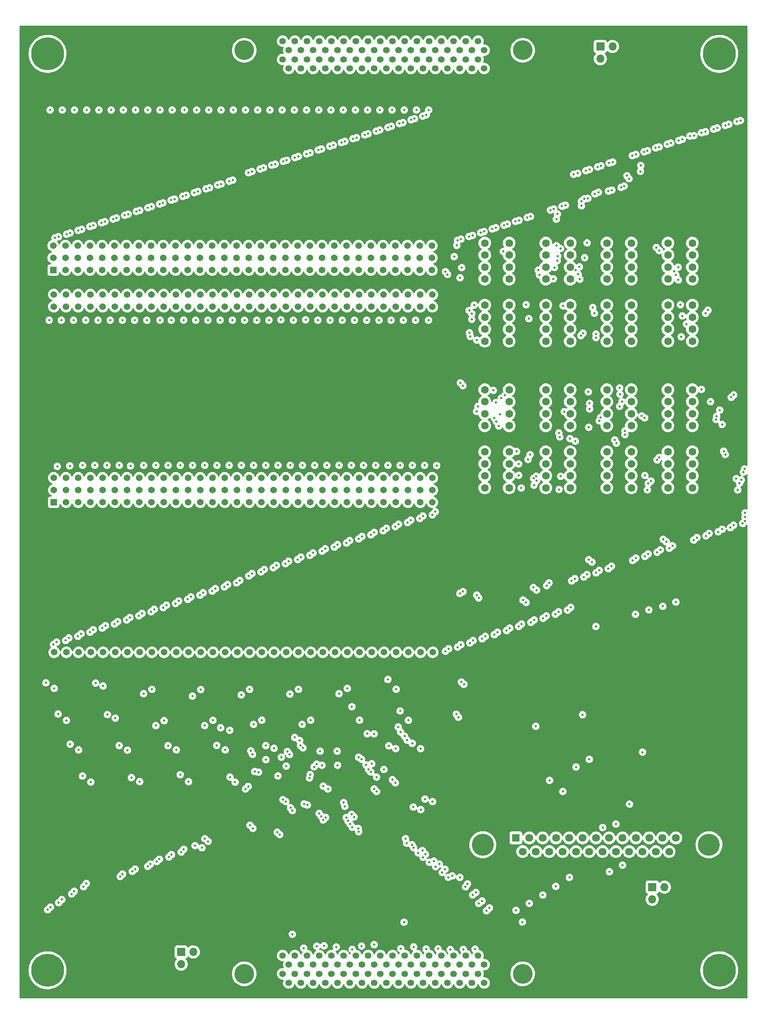
<source format=gbl>
G04 #@! TF.GenerationSoftware,KiCad,Pcbnew,(6.0.2)*
G04 #@! TF.CreationDate,2022-07-06T14:10:18-04:00*
G04 #@! TF.ProjectId,FilterMotherboard,46696c74-6572-44d6-9f74-686572626f61,rev?*
G04 #@! TF.SameCoordinates,Original*
G04 #@! TF.FileFunction,Copper,L4,Bot*
G04 #@! TF.FilePolarity,Positive*
%FSLAX46Y46*%
G04 Gerber Fmt 4.6, Leading zero omitted, Abs format (unit mm)*
G04 Created by KiCad (PCBNEW (6.0.2)) date 2022-07-06 14:10:18*
%MOMM*%
%LPD*%
G01*
G04 APERTURE LIST*
G04 #@! TA.AperFunction,ComponentPad*
%ADD10C,1.605000*%
G04 #@! TD*
G04 #@! TA.AperFunction,ComponentPad*
%ADD11C,6.858000*%
G04 #@! TD*
G04 #@! TA.AperFunction,ComponentPad*
%ADD12C,1.370000*%
G04 #@! TD*
G04 #@! TA.AperFunction,ComponentPad*
%ADD13C,1.360000*%
G04 #@! TD*
G04 #@! TA.AperFunction,ComponentPad*
%ADD14C,4.100000*%
G04 #@! TD*
G04 #@! TA.AperFunction,ComponentPad*
%ADD15R,1.370000X1.370000*%
G04 #@! TD*
G04 #@! TA.AperFunction,ComponentPad*
%ADD16R,1.700000X1.700000*%
G04 #@! TD*
G04 #@! TA.AperFunction,ComponentPad*
%ADD17O,1.700000X1.700000*%
G04 #@! TD*
G04 #@! TA.AperFunction,ComponentPad*
%ADD18R,1.635000X1.635000*%
G04 #@! TD*
G04 #@! TA.AperFunction,ComponentPad*
%ADD19C,1.635000*%
G04 #@! TD*
G04 #@! TA.AperFunction,ComponentPad*
%ADD20C,4.575000*%
G04 #@! TD*
G04 #@! TA.AperFunction,ViaPad*
%ADD21C,0.508000*%
G04 #@! TD*
G04 APERTURE END LIST*
D10*
X127750000Y-76160000D03*
X127750000Y-78660000D03*
X127750000Y-81160000D03*
X127750000Y-83660000D03*
X127750000Y-89060000D03*
X127750000Y-91560000D03*
X127750000Y-94060000D03*
X127750000Y-96560000D03*
X122670000Y-76160000D03*
X122670000Y-78660000D03*
X122670000Y-81160000D03*
X122670000Y-83660000D03*
X122670000Y-89060000D03*
X122670000Y-91560000D03*
X122670000Y-94060000D03*
X122670000Y-96560000D03*
X102350000Y-76160000D03*
X102350000Y-78660000D03*
X102350000Y-81160000D03*
X102350000Y-83660000D03*
X102350000Y-89060000D03*
X102350000Y-91560000D03*
X102350000Y-94060000D03*
X102350000Y-96560000D03*
X97270000Y-76160000D03*
X97270000Y-78660000D03*
X97270000Y-81160000D03*
X97270000Y-83660000D03*
X97270000Y-89060000D03*
X97270000Y-91560000D03*
X97270000Y-94060000D03*
X97270000Y-96560000D03*
D11*
X146050000Y-196850000D03*
X6350000Y-6350000D03*
D10*
X127750000Y-45680000D03*
X127750000Y-48180000D03*
X127750000Y-50680000D03*
X127750000Y-53180000D03*
X127750000Y-58580000D03*
X127750000Y-61080000D03*
X127750000Y-63580000D03*
X127750000Y-66080000D03*
X122670000Y-45680000D03*
X122670000Y-48180000D03*
X122670000Y-50680000D03*
X122670000Y-53180000D03*
X122670000Y-58580000D03*
X122670000Y-61080000D03*
X122670000Y-63580000D03*
X122670000Y-66080000D03*
X115050000Y-76160000D03*
X115050000Y-78660000D03*
X115050000Y-81160000D03*
X115050000Y-83660000D03*
X115050000Y-89060000D03*
X115050000Y-91560000D03*
X115050000Y-94060000D03*
X115050000Y-96560000D03*
X109970000Y-76160000D03*
X109970000Y-78660000D03*
X109970000Y-81160000D03*
X109970000Y-83660000D03*
X109970000Y-89060000D03*
X109970000Y-91560000D03*
X109970000Y-94060000D03*
X109970000Y-96560000D03*
D11*
X6350000Y-196850000D03*
D12*
X7730000Y-130750000D03*
X7730000Y-133290000D03*
X10270000Y-130750000D03*
X10270000Y-133290000D03*
X12810000Y-130750000D03*
X12810000Y-133290000D03*
X15350000Y-130750000D03*
X15350000Y-133290000D03*
X17890000Y-130750000D03*
X17890000Y-133290000D03*
X20430000Y-130750000D03*
X20430000Y-133290000D03*
X22970000Y-130750000D03*
X22970000Y-133290000D03*
X25510000Y-130750000D03*
X25510000Y-133290000D03*
X28050000Y-130750000D03*
X28050000Y-133290000D03*
X30590000Y-130750000D03*
X30590000Y-133290000D03*
X33130000Y-130750000D03*
X33130000Y-133290000D03*
X35670000Y-130750000D03*
X35670000Y-133290000D03*
X38210000Y-130750000D03*
X38210000Y-133290000D03*
X40750000Y-130750000D03*
X40750000Y-133290000D03*
X43290000Y-130750000D03*
X43290000Y-133290000D03*
X45830000Y-130750000D03*
X45830000Y-133290000D03*
X48370000Y-130750000D03*
X48370000Y-133290000D03*
X50910000Y-130750000D03*
X50910000Y-133290000D03*
X53450000Y-130750000D03*
X53450000Y-133290000D03*
X55990000Y-130750000D03*
X55990000Y-133290000D03*
X58530000Y-130750000D03*
X58530000Y-133290000D03*
X61070000Y-130750000D03*
X61070000Y-133290000D03*
X63610000Y-130750000D03*
X63610000Y-133290000D03*
X66150000Y-130750000D03*
X66150000Y-133290000D03*
X68690000Y-130750000D03*
X68690000Y-133290000D03*
X71230000Y-130750000D03*
X71230000Y-133290000D03*
X73770000Y-130750000D03*
X73770000Y-133290000D03*
X76310000Y-130750000D03*
X76310000Y-133290000D03*
X78850000Y-130750000D03*
X78850000Y-133290000D03*
X81390000Y-130750000D03*
X81390000Y-133290000D03*
X83930000Y-130750000D03*
X83930000Y-133290000D03*
X86470000Y-130750000D03*
X86470000Y-133290000D03*
D13*
X55245000Y-7513400D03*
X56515000Y-9413400D03*
X57785000Y-7513400D03*
X59055000Y-9413400D03*
X60325000Y-7513400D03*
X61595000Y-9413400D03*
X62865000Y-7513400D03*
X64135000Y-9413400D03*
X65405000Y-7513400D03*
X66675000Y-9413400D03*
X67945000Y-7513400D03*
X69215000Y-9413400D03*
X70485000Y-7513400D03*
X71755000Y-9413400D03*
X73025000Y-7513400D03*
X74295000Y-9413400D03*
X75565000Y-7513400D03*
X76835000Y-9413400D03*
X78105000Y-7513400D03*
X79375000Y-9413400D03*
X80645000Y-7513400D03*
X81915000Y-9413400D03*
X83185000Y-7513400D03*
X84455000Y-9413400D03*
X85725000Y-7513400D03*
X86995000Y-9413400D03*
X88265000Y-7513400D03*
X89535000Y-9413400D03*
X90805000Y-7513400D03*
X92075000Y-9413400D03*
X93345000Y-7513400D03*
X94615000Y-9413400D03*
X95885000Y-7513400D03*
X97155000Y-9413400D03*
X55245000Y-3713400D03*
X56515000Y-5613400D03*
X57785000Y-3713400D03*
X59055000Y-5613400D03*
X60325000Y-3713400D03*
X61595000Y-5613400D03*
X62865000Y-3713400D03*
X64135000Y-5613400D03*
X65405000Y-3713400D03*
X66675000Y-5613400D03*
X67945000Y-3713400D03*
X69215000Y-5613400D03*
X70485000Y-3713400D03*
X71755000Y-5613400D03*
X73025000Y-3713400D03*
X74295000Y-5613400D03*
X75565000Y-3713400D03*
X76835000Y-5613400D03*
X78105000Y-3713400D03*
X79375000Y-5613400D03*
X80645000Y-3713400D03*
X81915000Y-5613400D03*
X83185000Y-3713400D03*
X84455000Y-5613400D03*
X85725000Y-3713400D03*
X86995000Y-5613400D03*
X88265000Y-3713400D03*
X89535000Y-5613400D03*
X90805000Y-3713400D03*
X92075000Y-5613400D03*
X93345000Y-3713400D03*
X94615000Y-5613400D03*
X95885000Y-3713400D03*
X97155000Y-5613400D03*
D14*
X105155000Y-5613400D03*
X47245000Y-5613400D03*
D15*
X7620000Y-99555000D03*
D12*
X7620000Y-97015000D03*
X7620000Y-94475000D03*
X10160000Y-99555000D03*
X10160000Y-97015000D03*
X10160000Y-94475000D03*
X12700000Y-99555000D03*
X12700000Y-97015000D03*
X12700000Y-94475000D03*
X15240000Y-99555000D03*
X15240000Y-97015000D03*
X15240000Y-94475000D03*
X17780000Y-99555000D03*
X17780000Y-97015000D03*
X17780000Y-94475000D03*
X20320000Y-99555000D03*
X20320000Y-97015000D03*
X20320000Y-94475000D03*
X22860000Y-99555000D03*
X22860000Y-97015000D03*
X22860000Y-94475000D03*
X25400000Y-99555000D03*
X25400000Y-97015000D03*
X25400000Y-94475000D03*
X27940000Y-99555000D03*
X27940000Y-97015000D03*
X27940000Y-94475000D03*
X30480000Y-99555000D03*
X30480000Y-97015000D03*
X30480000Y-94475000D03*
X33020000Y-99555000D03*
X33020000Y-97015000D03*
X33020000Y-94475000D03*
X35560000Y-99555000D03*
X35560000Y-97015000D03*
X35560000Y-94475000D03*
X38100000Y-99555000D03*
X38100000Y-97015000D03*
X38100000Y-94475000D03*
X40640000Y-99555000D03*
X40640000Y-97015000D03*
X40640000Y-94475000D03*
X43180000Y-99555000D03*
X43180000Y-97015000D03*
X43180000Y-94475000D03*
X45720000Y-99555000D03*
X45720000Y-97015000D03*
X45720000Y-94475000D03*
X48260000Y-99555000D03*
X48260000Y-97015000D03*
X48260000Y-94475000D03*
X50800000Y-99555000D03*
X50800000Y-97015000D03*
X50800000Y-94475000D03*
X53340000Y-99555000D03*
X53340000Y-97015000D03*
X53340000Y-94475000D03*
X55880000Y-99555000D03*
X55880000Y-97015000D03*
X55880000Y-94475000D03*
X58420000Y-99555000D03*
X58420000Y-97015000D03*
X58420000Y-94475000D03*
X60960000Y-99555000D03*
X60960000Y-97015000D03*
X60960000Y-94475000D03*
X63500000Y-99555000D03*
X63500000Y-97015000D03*
X63500000Y-94475000D03*
X66040000Y-99555000D03*
X66040000Y-97015000D03*
X66040000Y-94475000D03*
X68580000Y-99555000D03*
X68580000Y-97015000D03*
X68580000Y-94475000D03*
X71120000Y-99555000D03*
X71120000Y-97015000D03*
X71120000Y-94475000D03*
X73660000Y-99555000D03*
X73660000Y-97015000D03*
X73660000Y-94475000D03*
X76200000Y-99555000D03*
X76200000Y-97015000D03*
X76200000Y-94475000D03*
X78740000Y-99555000D03*
X78740000Y-97015000D03*
X78740000Y-94475000D03*
X81280000Y-99555000D03*
X81280000Y-97015000D03*
X81280000Y-94475000D03*
X83820000Y-99555000D03*
X83820000Y-97015000D03*
X83820000Y-94475000D03*
X86360000Y-99555000D03*
X86360000Y-97015000D03*
X86360000Y-94475000D03*
D10*
X115050000Y-45680000D03*
X115050000Y-48180000D03*
X115050000Y-50680000D03*
X115050000Y-53180000D03*
X115050000Y-58580000D03*
X115050000Y-61080000D03*
X115050000Y-63580000D03*
X115050000Y-66080000D03*
X109970000Y-45680000D03*
X109970000Y-48180000D03*
X109970000Y-50680000D03*
X109970000Y-53180000D03*
X109970000Y-58580000D03*
X109970000Y-61080000D03*
X109970000Y-63580000D03*
X109970000Y-66080000D03*
X102350000Y-45680000D03*
X102350000Y-48180000D03*
X102350000Y-50680000D03*
X102350000Y-53180000D03*
X102350000Y-58580000D03*
X102350000Y-61080000D03*
X102350000Y-63580000D03*
X102350000Y-66080000D03*
X97270000Y-45680000D03*
X97270000Y-48180000D03*
X97270000Y-50680000D03*
X97270000Y-53180000D03*
X97270000Y-58580000D03*
X97270000Y-61080000D03*
X97270000Y-63580000D03*
X97270000Y-66080000D03*
D15*
X7515000Y-51295000D03*
D12*
X7515000Y-48755000D03*
X7515000Y-46215000D03*
X10055000Y-51295000D03*
X10055000Y-48755000D03*
X10055000Y-46215000D03*
X12595000Y-51295000D03*
X12595000Y-48755000D03*
X12595000Y-46215000D03*
X15135000Y-51295000D03*
X15135000Y-48755000D03*
X15135000Y-46215000D03*
X17675000Y-51295000D03*
X17675000Y-48755000D03*
X17675000Y-46215000D03*
X20215000Y-51295000D03*
X20215000Y-48755000D03*
X20215000Y-46215000D03*
X22755000Y-51295000D03*
X22755000Y-48755000D03*
X22755000Y-46215000D03*
X25295000Y-51295000D03*
X25295000Y-48755000D03*
X25295000Y-46215000D03*
X27835000Y-51295000D03*
X27835000Y-48755000D03*
X27835000Y-46215000D03*
X30375000Y-51295000D03*
X30375000Y-48755000D03*
X30375000Y-46215000D03*
X32915000Y-51295000D03*
X32915000Y-48755000D03*
X32915000Y-46215000D03*
X35455000Y-51295000D03*
X35455000Y-48755000D03*
X35455000Y-46215000D03*
X37995000Y-51295000D03*
X37995000Y-48755000D03*
X37995000Y-46215000D03*
X40535000Y-51295000D03*
X40535000Y-48755000D03*
X40535000Y-46215000D03*
X43075000Y-51295000D03*
X43075000Y-48755000D03*
X43075000Y-46215000D03*
X45615000Y-51295000D03*
X45615000Y-48755000D03*
X45615000Y-46215000D03*
X48155000Y-51295000D03*
X48155000Y-48755000D03*
X48155000Y-46215000D03*
X50695000Y-51295000D03*
X50695000Y-48755000D03*
X50695000Y-46215000D03*
X53235000Y-51295000D03*
X53235000Y-48755000D03*
X53235000Y-46215000D03*
X55775000Y-51295000D03*
X55775000Y-48755000D03*
X55775000Y-46215000D03*
X58315000Y-51295000D03*
X58315000Y-48755000D03*
X58315000Y-46215000D03*
X60855000Y-51295000D03*
X60855000Y-48755000D03*
X60855000Y-46215000D03*
X63395000Y-51295000D03*
X63395000Y-48755000D03*
X63395000Y-46215000D03*
X65935000Y-51295000D03*
X65935000Y-48755000D03*
X65935000Y-46215000D03*
X68475000Y-51295000D03*
X68475000Y-48755000D03*
X68475000Y-46215000D03*
X71015000Y-51295000D03*
X71015000Y-48755000D03*
X71015000Y-46215000D03*
X73555000Y-51295000D03*
X73555000Y-48755000D03*
X73555000Y-46215000D03*
X76095000Y-51295000D03*
X76095000Y-48755000D03*
X76095000Y-46215000D03*
X78635000Y-51295000D03*
X78635000Y-48755000D03*
X78635000Y-46215000D03*
X81175000Y-51295000D03*
X81175000Y-48755000D03*
X81175000Y-46215000D03*
X83715000Y-51295000D03*
X83715000Y-48755000D03*
X83715000Y-46215000D03*
X86255000Y-51295000D03*
X86255000Y-48755000D03*
X86255000Y-46215000D03*
D16*
X132105000Y-179550000D03*
D17*
X134645000Y-179550000D03*
X132105000Y-182090000D03*
X134645000Y-182090000D03*
D16*
X121300000Y-4825000D03*
D17*
X123840000Y-4825000D03*
X121300000Y-7365000D03*
X123840000Y-7365000D03*
D18*
X103761500Y-169327000D03*
D19*
X106531500Y-169327000D03*
X109301500Y-169327000D03*
X112071500Y-169327000D03*
X114841500Y-169327000D03*
X117611500Y-169327000D03*
X120381500Y-169327000D03*
X123151500Y-169327000D03*
X125921500Y-169327000D03*
X128691500Y-169327000D03*
X131461500Y-169327000D03*
X134231500Y-169327000D03*
X137001500Y-169327000D03*
X105146500Y-172167000D03*
X107916500Y-172167000D03*
X110686500Y-172167000D03*
X113456500Y-172167000D03*
X116226500Y-172167000D03*
X118996500Y-172167000D03*
X121766500Y-172167000D03*
X124536500Y-172167000D03*
X127306500Y-172167000D03*
X130076500Y-172167000D03*
X132846500Y-172167000D03*
X135616500Y-172167000D03*
D20*
X96861500Y-170747000D03*
X143901500Y-170747000D03*
D10*
X140450000Y-76160000D03*
X140450000Y-78660000D03*
X140450000Y-81160000D03*
X140450000Y-83660000D03*
X140450000Y-89060000D03*
X140450000Y-91560000D03*
X140450000Y-94060000D03*
X140450000Y-96560000D03*
X135370000Y-76160000D03*
X135370000Y-78660000D03*
X135370000Y-81160000D03*
X135370000Y-83660000D03*
X135370000Y-89060000D03*
X135370000Y-91560000D03*
X135370000Y-94060000D03*
X135370000Y-96560000D03*
D12*
X7620000Y-56374995D03*
X7620000Y-58914995D03*
X10160000Y-56374995D03*
X10160000Y-58914995D03*
X12700000Y-56374995D03*
X12700000Y-58914995D03*
X15240000Y-56374995D03*
X15240000Y-58914995D03*
X17780000Y-56374995D03*
X17780000Y-58914995D03*
X20320000Y-56374995D03*
X20320000Y-58914995D03*
X22860000Y-56374995D03*
X22860000Y-58914995D03*
X25400000Y-56374995D03*
X25400000Y-58914995D03*
X27940000Y-56374995D03*
X27940000Y-58914995D03*
X30480000Y-56374995D03*
X30480000Y-58914995D03*
X33020000Y-56374995D03*
X33020000Y-58914995D03*
X35560000Y-56374995D03*
X35560000Y-58914995D03*
X38100000Y-56374995D03*
X38100000Y-58914995D03*
X40640000Y-56374995D03*
X40640000Y-58914995D03*
X43180000Y-56374995D03*
X43180000Y-58914995D03*
X45720000Y-56374995D03*
X45720000Y-58914995D03*
X48260000Y-56374995D03*
X48260000Y-58914995D03*
X50800000Y-56374995D03*
X50800000Y-58914995D03*
X53340000Y-56374995D03*
X53340000Y-58914995D03*
X55880000Y-56374995D03*
X55880000Y-58914995D03*
X58420000Y-56374995D03*
X58420000Y-58914995D03*
X60960000Y-56374995D03*
X60960000Y-58914995D03*
X63500000Y-56374995D03*
X63500000Y-58914995D03*
X66040000Y-56374995D03*
X66040000Y-58914995D03*
X68580000Y-56374995D03*
X68580000Y-58914995D03*
X71120000Y-56374995D03*
X71120000Y-58914995D03*
X73660000Y-56374995D03*
X73660000Y-58914995D03*
X76200000Y-56374995D03*
X76200000Y-58914995D03*
X78740000Y-56374995D03*
X78740000Y-58914995D03*
X81280000Y-56374995D03*
X81280000Y-58914995D03*
X83820000Y-56374995D03*
X83820000Y-58914995D03*
X86360000Y-56374995D03*
X86360000Y-58914995D03*
D10*
X140450000Y-45680000D03*
X140450000Y-48180000D03*
X140450000Y-50680000D03*
X140450000Y-53180000D03*
X140450000Y-58580000D03*
X140450000Y-61080000D03*
X140450000Y-63580000D03*
X140450000Y-66080000D03*
X135370000Y-45680000D03*
X135370000Y-48180000D03*
X135370000Y-50680000D03*
X135370000Y-53180000D03*
X135370000Y-58580000D03*
X135370000Y-61080000D03*
X135370000Y-63580000D03*
X135370000Y-66080000D03*
D16*
X34121941Y-193036969D03*
D17*
X36661941Y-193036969D03*
X34121941Y-195576969D03*
X36661941Y-195576969D03*
D13*
X97155000Y-195686600D03*
X95885000Y-193786600D03*
X94615000Y-195686600D03*
X93345000Y-193786600D03*
X92075000Y-195686600D03*
X90805000Y-193786600D03*
X89535000Y-195686600D03*
X88265000Y-193786600D03*
X86995000Y-195686600D03*
X85725000Y-193786600D03*
X84455000Y-195686600D03*
X83185000Y-193786600D03*
X81915000Y-195686600D03*
X80645000Y-193786600D03*
X79375000Y-195686600D03*
X78105000Y-193786600D03*
X76835000Y-195686600D03*
X75565000Y-193786600D03*
X74295000Y-195686600D03*
X73025000Y-193786600D03*
X71755000Y-195686600D03*
X70485000Y-193786600D03*
X69215000Y-195686600D03*
X67945000Y-193786600D03*
X66675000Y-195686600D03*
X65405000Y-193786600D03*
X64135000Y-195686600D03*
X62865000Y-193786600D03*
X61595000Y-195686600D03*
X60325000Y-193786600D03*
X59055000Y-195686600D03*
X57785000Y-193786600D03*
X56515000Y-195686600D03*
X55245000Y-193786600D03*
X97155000Y-199486600D03*
X95885000Y-197586600D03*
X94615000Y-199486600D03*
X93345000Y-197586600D03*
X92075000Y-199486600D03*
X90805000Y-197586600D03*
X89535000Y-199486600D03*
X88265000Y-197586600D03*
X86995000Y-199486600D03*
X85725000Y-197586600D03*
X84455000Y-199486600D03*
X83185000Y-197586600D03*
X81915000Y-199486600D03*
X80645000Y-197586600D03*
X79375000Y-199486600D03*
X78105000Y-197586600D03*
X76835000Y-199486600D03*
X75565000Y-197586600D03*
X74295000Y-199486600D03*
X73025000Y-197586600D03*
X71755000Y-199486600D03*
X70485000Y-197586600D03*
X69215000Y-199486600D03*
X67945000Y-197586600D03*
X66675000Y-199486600D03*
X65405000Y-197586600D03*
X64135000Y-199486600D03*
X62865000Y-197586600D03*
X61595000Y-199486600D03*
X60325000Y-197586600D03*
X59055000Y-199486600D03*
X57785000Y-197586600D03*
X56515000Y-199486600D03*
X55245000Y-197586600D03*
D14*
X47245000Y-197586600D03*
X105155000Y-197586600D03*
D11*
X146050000Y-6350000D03*
D21*
X77115498Y-136390000D03*
X78850000Y-138420000D03*
X79655498Y-142940000D03*
X81390000Y-144880000D03*
X82195498Y-149680000D03*
X83930000Y-150760000D03*
X72818789Y-147688789D03*
X74270000Y-147690000D03*
X69650000Y-142050000D03*
X71230000Y-144850000D03*
X68690000Y-138260000D03*
X66955498Y-139340000D03*
X56750000Y-139430000D03*
X58530000Y-138450000D03*
X59300000Y-145730000D03*
X61070000Y-144870000D03*
X64660000Y-159170000D03*
X63670000Y-158550000D03*
X54250000Y-156430000D03*
X55990000Y-154390000D03*
X51715806Y-150140754D03*
X53450000Y-150700000D03*
X49175498Y-145730000D03*
X50910000Y-144870000D03*
X46635498Y-139590000D03*
X48370000Y-138450000D03*
X36475498Y-139860000D03*
X38210000Y-138480000D03*
X39015498Y-145990000D03*
X40750000Y-144890000D03*
X41530000Y-150090000D03*
X43290000Y-151040000D03*
X23780295Y-156804910D03*
X25510000Y-157610000D03*
X21235864Y-150142515D03*
X22970000Y-151080000D03*
X26315498Y-139370000D03*
X28050000Y-138450000D03*
X28855498Y-145980000D03*
X30590000Y-144960000D03*
X33130000Y-151010000D03*
X31396214Y-150151131D03*
X33935498Y-156175000D03*
X35670000Y-157620000D03*
X13615498Y-156470000D03*
X15350000Y-157700000D03*
X12810000Y-151050000D03*
X11060000Y-149830000D03*
X10270000Y-144900000D03*
X8535498Y-143560000D03*
X5995498Y-137100000D03*
X7730000Y-138240000D03*
X13619020Y-91889020D03*
X16159020Y-91889020D03*
X18699020Y-91889020D03*
X21239020Y-91889020D03*
X6668789Y-61723789D03*
X9208789Y-61723789D03*
X11748789Y-61723789D03*
X14288789Y-61723789D03*
X16828789Y-61723789D03*
X19368789Y-61723789D03*
X21908789Y-61713789D03*
X24448789Y-61703789D03*
X26988789Y-61733789D03*
X29719278Y-61723789D03*
X32068789Y-61713789D03*
X34660000Y-61680000D03*
X37148789Y-61733789D03*
X39688789Y-61719678D03*
X42228789Y-61709678D03*
X44768789Y-61699678D03*
X47306958Y-61727847D03*
X49848789Y-61723577D03*
X52388789Y-61713577D03*
X54880000Y-61654788D03*
X57467471Y-61732259D03*
X60008789Y-61648789D03*
X62548789Y-61705566D03*
X65088789Y-61695566D03*
X67625977Y-61722754D03*
X70167383Y-61714730D03*
X72708789Y-61706136D03*
X75272383Y-61719730D03*
X77788789Y-61723789D03*
X80328789Y-61723789D03*
X82868789Y-61723789D03*
X85576771Y-61723789D03*
X23598878Y-91990854D03*
X26319020Y-91889020D03*
X28859020Y-91889020D03*
X31399020Y-91889020D03*
X33939020Y-91889020D03*
X36479020Y-91889020D03*
X39019020Y-91889020D03*
X41559020Y-91889020D03*
X44099020Y-91889020D03*
X46639020Y-91889020D03*
X49179020Y-91889020D03*
X51719020Y-91889020D03*
X54259020Y-91889020D03*
X56799020Y-91889020D03*
X59339020Y-91889020D03*
X61879020Y-91889020D03*
X64419020Y-91889020D03*
X66959020Y-91889020D03*
X69499020Y-91889020D03*
X72039020Y-91889020D03*
X74579020Y-91889020D03*
X77119020Y-91889020D03*
X79659020Y-91889020D03*
X82199020Y-91889020D03*
X84739020Y-91889020D03*
X87270000Y-91910000D03*
X10980000Y-91990000D03*
X8361220Y-92101220D03*
X6858000Y-18034000D03*
X8614529Y-44379225D03*
X9398000Y-18034000D03*
X11030214Y-43594323D03*
X92310214Y-44864323D03*
X92476048Y-50776122D03*
X94725898Y-44079419D03*
X13445898Y-42809419D03*
X94559800Y-60334884D03*
X11938000Y-18034000D03*
X14478000Y-18034000D03*
X15861579Y-42024516D03*
X97141579Y-43294516D03*
X18277263Y-41239612D03*
X17018000Y-18034000D03*
X99557263Y-42509612D03*
X99570000Y-78850000D03*
X100410089Y-81244354D03*
X20692947Y-40454709D03*
X101972947Y-41724709D03*
X19558000Y-18034000D03*
X22098000Y-18034000D03*
X104388631Y-40939806D03*
X23108631Y-39669806D03*
X104310000Y-91580000D03*
X25524314Y-38884902D03*
X107974828Y-94140158D03*
X24638000Y-18034000D03*
X106804314Y-40154902D03*
X27178000Y-18034000D03*
X27940000Y-38100000D03*
X112390000Y-39630000D03*
X112460000Y-48420000D03*
X111635682Y-38585096D03*
X111769800Y-50746205D03*
X30355682Y-37315096D03*
X29718000Y-18034000D03*
X32258000Y-18034000D03*
X32771365Y-36530194D03*
X114051365Y-37800194D03*
X35187048Y-35745290D03*
X117710089Y-64385516D03*
X34798000Y-18034000D03*
X117360200Y-36996842D03*
X118698722Y-36414396D03*
X37602732Y-34960386D03*
X119080200Y-79009240D03*
X37338000Y-18034000D03*
X121369911Y-81915668D03*
X40018416Y-34175485D03*
X39878000Y-18034000D03*
X120890000Y-35130000D03*
X124649800Y-87274661D03*
X123714098Y-34660582D03*
X116109800Y-86860000D03*
X42418000Y-18034000D03*
X42434098Y-33390582D03*
X126441125Y-85488665D03*
X44958000Y-18034000D03*
X44849784Y-32605678D03*
X126276302Y-33820162D03*
X112871175Y-85973131D03*
X113069911Y-94170796D03*
X47498000Y-18034000D03*
X48854746Y-30823548D03*
X126863456Y-31684497D03*
X51270430Y-30038645D03*
X116620215Y-31184323D03*
X116957352Y-50616002D03*
X50038000Y-18034000D03*
X52578000Y-18034000D03*
X53686114Y-29253741D03*
X120050000Y-60270000D03*
X119035899Y-30399419D03*
X56101797Y-28468838D03*
X55118000Y-18034000D03*
X121451582Y-29614516D03*
X125792241Y-78629864D03*
X123867266Y-28829613D03*
X58517481Y-27683935D03*
X57658000Y-18034000D03*
X129710378Y-29565034D03*
X129920000Y-81630000D03*
X60933165Y-26899032D03*
X60198000Y-18034000D03*
X63348848Y-26114127D03*
X62738000Y-18034000D03*
X128698633Y-27259805D03*
X65278000Y-18034000D03*
X131820000Y-95150000D03*
X131114317Y-26474904D03*
X65764532Y-25329226D03*
X133570000Y-47230000D03*
X67818000Y-18034000D03*
X133530000Y-25690000D03*
X68180215Y-24544322D03*
X135945684Y-24905097D03*
X70358000Y-18034000D03*
X137479800Y-50690000D03*
X70595899Y-23759419D03*
X138361367Y-24120194D03*
X72898000Y-18034000D03*
X138360089Y-60821157D03*
X73011582Y-22974516D03*
X139210000Y-62520000D03*
X75438000Y-18034000D03*
X140777051Y-23335291D03*
X75427266Y-22189613D03*
X143192733Y-22550388D03*
X144230200Y-78664579D03*
X77978000Y-18034000D03*
X77842948Y-21404710D03*
X80258633Y-20619807D03*
X145506867Y-81661873D03*
X80518000Y-18034000D03*
X145608418Y-21765485D03*
X82674316Y-19834903D03*
X147289800Y-89618278D03*
X83058000Y-18034000D03*
X148024101Y-20980581D03*
X85090000Y-19050000D03*
X150604553Y-94926010D03*
X85598000Y-18034000D03*
X150439785Y-20195678D03*
X101130200Y-47438526D03*
X7889823Y-44614697D03*
X92146337Y-52880093D03*
X10305508Y-43829794D03*
X91585508Y-45099794D03*
X12721192Y-43044888D03*
X94039600Y-59670000D03*
X94001192Y-44314888D03*
X95630183Y-65864260D03*
X96416875Y-43529987D03*
X15136875Y-42259987D03*
X98832559Y-42745084D03*
X17552559Y-41475084D03*
X99037063Y-76304563D03*
X100190000Y-83710000D03*
X101248241Y-41960180D03*
X19968241Y-40690180D03*
X103868431Y-89009096D03*
X103663926Y-41175277D03*
X22383926Y-39905277D03*
X107429622Y-94596062D03*
X106079609Y-40390375D03*
X24799609Y-39120375D03*
X112155882Y-40725390D03*
X27215293Y-38335471D03*
X112154818Y-46213831D03*
X29630977Y-37550567D03*
X110910977Y-38820567D03*
X111550000Y-53120000D03*
X113540200Y-58771667D03*
X113326661Y-38035665D03*
X32046661Y-36765665D03*
X117251180Y-64928195D03*
X34462344Y-35980761D03*
X117360200Y-37948770D03*
X118810089Y-76593453D03*
X36878028Y-35195857D03*
X117992869Y-36497275D03*
X120180000Y-35470000D03*
X39293710Y-34410955D03*
X121067994Y-82627865D03*
X114980000Y-86320000D03*
X41709393Y-33626052D03*
X124320089Y-86594150D03*
X122989393Y-34896052D03*
X44125078Y-32841148D03*
X126439911Y-84701586D03*
X125628288Y-34112010D03*
X112740200Y-96900815D03*
X112680089Y-85132069D03*
X48130042Y-31059019D03*
X127250000Y-32290000D03*
X117050667Y-53198365D03*
X115750727Y-31390200D03*
X50545725Y-30274116D03*
X118311193Y-30634890D03*
X119739622Y-59089577D03*
X52961408Y-29489212D03*
X120726876Y-29849987D03*
X55377091Y-28704309D03*
X123142560Y-29065083D03*
X125339622Y-75793050D03*
X57792775Y-27919405D03*
X130524557Y-82003642D03*
X129670378Y-30769291D03*
X60208460Y-27134503D03*
X62624144Y-26349601D03*
X127973929Y-27495279D03*
X130389611Y-26710374D03*
X131282603Y-95648911D03*
X65039826Y-25564696D03*
X132940000Y-46600000D03*
X132805294Y-25925470D03*
X67455509Y-24779792D03*
X69871195Y-23994889D03*
X135220980Y-25140567D03*
X137520200Y-53360064D03*
X137959800Y-58520000D03*
X72286878Y-23209986D03*
X137636663Y-24355664D03*
X138142919Y-65174053D03*
X139929125Y-23447541D03*
X74702560Y-22425083D03*
X77118243Y-21640181D03*
X142339800Y-76100000D03*
X142360412Y-22738134D03*
X79533929Y-20855277D03*
X144883714Y-22000955D03*
X145374221Y-82360088D03*
X81949611Y-20070375D03*
X147299396Y-21216053D03*
X146960089Y-88942241D03*
X150252511Y-95590781D03*
X149709800Y-20431148D03*
X84365294Y-19285470D03*
X51140000Y-148220000D03*
X1284620Y-54804664D03*
X19670000Y-185640000D03*
X30580000Y-148270000D03*
X43970000Y-167490000D03*
X151340000Y-150064002D03*
X12766158Y-201970000D03*
X118910000Y-180230000D03*
X17305465Y-10885066D03*
X115640000Y-127350000D03*
X28456196Y-11038869D03*
X24247696Y-201970000D03*
X1284620Y-201970000D03*
X132360000Y-71340000D03*
X1284620Y-81561996D03*
X127581538Y-201970000D03*
X1284620Y-121697994D03*
X151340000Y-56413340D03*
X24243076Y-1340000D03*
X1284620Y-161833992D03*
X70169228Y-1340000D03*
X151340000Y-29656008D03*
X1280000Y-1340000D03*
X127576918Y-1340000D03*
X17820000Y-175340000D03*
X105760000Y-56130000D03*
X139400000Y-115040000D03*
X109400000Y-42990000D03*
X130020000Y-118120000D03*
X1284620Y-148455326D03*
X1284620Y-41425998D03*
X35724614Y-1340000D03*
X70173848Y-201970000D03*
X150540000Y-1340000D03*
X89100000Y-49530000D03*
X151340000Y-69792006D03*
X151340000Y-176821334D03*
X135330000Y-42060000D03*
X151340000Y-43034674D03*
X150544620Y-201970000D03*
X53430000Y-185790000D03*
X100340000Y-148730000D03*
X151340000Y-109928004D03*
X1284620Y-94940662D03*
X1284620Y-108319328D03*
X89490000Y-164570000D03*
X139020000Y-141580000D03*
X7870000Y-141760000D03*
X40830000Y-148220000D03*
X58687690Y-1340000D03*
X93136924Y-201970000D03*
X116095380Y-1340000D03*
X93132304Y-1340000D03*
X1284620Y-68183330D03*
X40760000Y-10890000D03*
X89490000Y-134120000D03*
X151340000Y-136685336D03*
X151340000Y-190200000D03*
X12761538Y-1340000D03*
X58692310Y-201970000D03*
X134097047Y-17456808D03*
X81655386Y-201970000D03*
X18170000Y-149500000D03*
X10227083Y-148270000D03*
X104618462Y-201970000D03*
X104613842Y-1340000D03*
X81110000Y-155960000D03*
X1284620Y-14668666D03*
X1284620Y-28047332D03*
X110640000Y-17530000D03*
X151340000Y-163442668D03*
X1284620Y-135076660D03*
X1284620Y-188591324D03*
X139058456Y-1340000D03*
X47206152Y-1340000D03*
X81650766Y-1340000D03*
X151340000Y-83170672D03*
X139063076Y-201970000D03*
X33660000Y-185410000D03*
X35729234Y-201970000D03*
X139480000Y-156800000D03*
X151340000Y-123306670D03*
X116100000Y-201970000D03*
X47210772Y-201970000D03*
X46110000Y-29840000D03*
X151340000Y-16277342D03*
X1284620Y-175212658D03*
X87690000Y-18660000D03*
X8231292Y-128628068D03*
X89540000Y-52190000D03*
X98258441Y-183879800D03*
X89758062Y-130002908D03*
X6950000Y-183710000D03*
X89086460Y-130520324D03*
X103770000Y-184400000D03*
X6340000Y-184260000D03*
X7559690Y-129145484D03*
X89120000Y-51610000D03*
X97648066Y-184480200D03*
X96704501Y-182429800D03*
X92297739Y-129148388D03*
X9300000Y-182140000D03*
X91430000Y-46170000D03*
X10770969Y-127773548D03*
X10099367Y-128290964D03*
X90909800Y-48493666D03*
X106530000Y-182950000D03*
X96021785Y-182962540D03*
X91626137Y-129665804D03*
X8650000Y-182820000D03*
X95431336Y-180689800D03*
X11900000Y-180430000D03*
X94230089Y-65074726D03*
X13310646Y-126919032D03*
X95270000Y-192460000D03*
X94837416Y-128293872D03*
X12639044Y-127436448D03*
X94767348Y-181180200D03*
X94165814Y-128811288D03*
X109350000Y-181210000D03*
X11340000Y-180970000D03*
X94098192Y-64321356D03*
X95080000Y-58570000D03*
X14390000Y-178780000D03*
X15850323Y-126064516D03*
X97377093Y-127439356D03*
X93688121Y-178889800D03*
X96705491Y-127956772D03*
X94559800Y-61516485D03*
X15178721Y-126581932D03*
X112040000Y-179410000D03*
X93263913Y-179503448D03*
X13850000Y-179470000D03*
X99650000Y-82760000D03*
X92940000Y-137400000D03*
X92824800Y-192486440D03*
X99916770Y-126584840D03*
X18390000Y-125210000D03*
X17890000Y-137760000D03*
X99240000Y-82010000D03*
X92409677Y-136926866D03*
X114870000Y-177550000D03*
X92100000Y-177550000D03*
X16333298Y-137145000D03*
X17718398Y-125727416D03*
X99245168Y-127102256D03*
X20929677Y-124355484D03*
X101460000Y-77310000D03*
X91789800Y-144260000D03*
X20430000Y-144410000D03*
X102456447Y-125730324D03*
X20258075Y-124872900D03*
X18780000Y-143700000D03*
X117610000Y-143720000D03*
X100709800Y-77908000D03*
X101784845Y-126247740D03*
X91346839Y-143619800D03*
X104859800Y-96590000D03*
X23469354Y-123500968D03*
X104932660Y-124849800D03*
X21970000Y-176830000D03*
X90510000Y-177230000D03*
X90100000Y-192540000D03*
X21467457Y-177332543D03*
X104324522Y-125393224D03*
X104340000Y-93960000D03*
X89678438Y-177550200D03*
X120380000Y-125370000D03*
X22797752Y-124018384D03*
X88998981Y-175839800D03*
X26009031Y-122646452D03*
X107535801Y-124021292D03*
X106710667Y-89668238D03*
X24550000Y-175800000D03*
X23990000Y-176280000D03*
X123180000Y-176360000D03*
X25337429Y-123163868D03*
X106864199Y-124538708D03*
X88393163Y-176509800D03*
X106260200Y-90652116D03*
X110075478Y-123166776D03*
X27720000Y-174780000D03*
X87801340Y-174769800D03*
X28548708Y-121791936D03*
X87580000Y-192390000D03*
X108620000Y-52310000D03*
X27190000Y-175260000D03*
X125920000Y-174980000D03*
X27877106Y-122309352D03*
X108400000Y-51320000D03*
X87030000Y-175310200D03*
X109403876Y-123684192D03*
X29600000Y-173760000D03*
X86690000Y-174170000D03*
X31088385Y-120937420D03*
X112615155Y-122312260D03*
X113020000Y-46820000D03*
X29070000Y-174240000D03*
X85730047Y-174394279D03*
X112330000Y-49360000D03*
X128620000Y-122860000D03*
X111943553Y-122829676D03*
X30416783Y-121454836D03*
X115147025Y-121419800D03*
X84950000Y-172740000D03*
X32120000Y-172780000D03*
X85070000Y-192410000D03*
X33628062Y-120082904D03*
X32956460Y-120600320D03*
X131390000Y-121940000D03*
X84429800Y-173345071D03*
X31580000Y-173300000D03*
X114483230Y-121975160D03*
X105880000Y-58510000D03*
X84300000Y-171940000D03*
X105219800Y-119857346D03*
X36167739Y-119228388D03*
X34680000Y-171680000D03*
X105863351Y-120376649D03*
X34140000Y-172260000D03*
X83409618Y-172430200D03*
X35496137Y-119745804D03*
X106440000Y-61400000D03*
X134310000Y-121180000D03*
X38707416Y-118373872D03*
X82480000Y-191970000D03*
X95560000Y-80690000D03*
X82480000Y-171370000D03*
X95598233Y-118848233D03*
X38460000Y-171389800D03*
X113790000Y-80720000D03*
X95846056Y-79621147D03*
X137020000Y-120300000D03*
X96000776Y-119450776D03*
X82124081Y-170754842D03*
X38035814Y-118891288D03*
X37020000Y-170910000D03*
X92756448Y-118136448D03*
X92740000Y-75310000D03*
X41247093Y-117519356D03*
X39750000Y-170050000D03*
X81010000Y-170429800D03*
X105110000Y-186810000D03*
X40575491Y-118036772D03*
X80796581Y-169480706D03*
X92210000Y-74740000D03*
X92100000Y-118490000D03*
X80489799Y-186840201D03*
X39070000Y-169500000D03*
X79810000Y-192340000D03*
X107390000Y-117290000D03*
X107510001Y-95989150D03*
X79770000Y-147330000D03*
X43786770Y-116664840D03*
X44241211Y-146961211D03*
X79286881Y-146264117D03*
X43115168Y-117182256D03*
X42338789Y-146428789D03*
X107900000Y-146120000D03*
X108040000Y-95070000D03*
X108030201Y-117810201D03*
X78691704Y-157880200D03*
X110636783Y-116308689D03*
X45350000Y-157750000D03*
X46326447Y-115810324D03*
X45654845Y-116327740D03*
X110740000Y-157360000D03*
X44273298Y-156675000D03*
X78063364Y-157229800D03*
X110139337Y-116904373D03*
X74250000Y-159160000D03*
X116700000Y-52150000D03*
X48070000Y-158620000D03*
X48866124Y-114362584D03*
X115991602Y-115432584D03*
X74280000Y-191530000D03*
X74750200Y-159687802D03*
X115320000Y-115916248D03*
X48194522Y-114880000D03*
X116193186Y-51335464D03*
X113510000Y-159690000D03*
X47510000Y-159160000D03*
X118560000Y-45650000D03*
X50220000Y-155650000D03*
X73560000Y-155620000D03*
X51405801Y-113508068D03*
X118531279Y-114578068D03*
X118039800Y-48718845D03*
X116240000Y-154590000D03*
X117859677Y-115095484D03*
X49424605Y-155527083D03*
X73083994Y-155092254D03*
X50734199Y-114025484D03*
X54980000Y-152550000D03*
X71020000Y-152530000D03*
X121070956Y-113723552D03*
X71660000Y-191810000D03*
X53945478Y-112653552D03*
X120410000Y-65330000D03*
X119010000Y-152990000D03*
X53273876Y-113170968D03*
X120399354Y-114240968D03*
X120390000Y-64600000D03*
X71647838Y-152982162D03*
X51750000Y-153050000D03*
X123610633Y-112869036D03*
X71029884Y-168056848D03*
X54640000Y-168630000D03*
X56485155Y-111799036D03*
X55813553Y-112316452D03*
X122939031Y-113386452D03*
X70967724Y-167348563D03*
X121810000Y-167170000D03*
X54107001Y-168159883D03*
X69734646Y-167110089D03*
X59024832Y-110944520D03*
X118910000Y-111510000D03*
X49060000Y-167340000D03*
X48980000Y-151980000D03*
X118910000Y-83980000D03*
X56660000Y-152000000D03*
X69710000Y-192480000D03*
X119560000Y-111980000D03*
X119090000Y-80160000D03*
X48459800Y-166684640D03*
X48620000Y-151240000D03*
X56199800Y-151358505D03*
X124550000Y-166450000D03*
X58353230Y-111461936D03*
X69270000Y-166460000D03*
X68167840Y-162763546D03*
X125390000Y-77110000D03*
X60370000Y-162500000D03*
X128689987Y-111160004D03*
X61564509Y-110090004D03*
X67940000Y-161970000D03*
X59702366Y-162256353D03*
X128018385Y-111677420D03*
X127380000Y-162320000D03*
X125330000Y-79620000D03*
X60892907Y-110607420D03*
X66680000Y-154220000D03*
X64104186Y-109235488D03*
X131090000Y-96980000D03*
X131229664Y-110305488D03*
X66370000Y-192000000D03*
X63410000Y-154220000D03*
X130560000Y-94000000D03*
X66580000Y-151300000D03*
X130090000Y-151500000D03*
X63432584Y-109752904D03*
X63030000Y-151300000D03*
X130558062Y-110822904D03*
X133769341Y-109450972D03*
X66643863Y-108380972D03*
X133560089Y-90240000D03*
X133097739Y-109968388D03*
X133094191Y-90776691D03*
X65972261Y-108898388D03*
X137000000Y-52290000D03*
X63850000Y-191770000D03*
X136309018Y-108596456D03*
X68805280Y-165751810D03*
X69183540Y-107526456D03*
X63660000Y-165610000D03*
X64168956Y-165049800D03*
X68511938Y-108043872D03*
X136630000Y-51530000D03*
X135637416Y-109113872D03*
X68465200Y-165100000D03*
X71723217Y-106671940D03*
X63270000Y-164810000D03*
X70090000Y-164970000D03*
X134360000Y-107270000D03*
X69569800Y-164445492D03*
X62826028Y-164255035D03*
X71051615Y-107189356D03*
X135030201Y-107790201D03*
X74262894Y-105817424D03*
X73760000Y-153910000D03*
X62344800Y-191820277D03*
X62300000Y-153990000D03*
X141388372Y-106887424D03*
X72590200Y-154152660D03*
X61779800Y-154552135D03*
X73591292Y-106334840D03*
X140716770Y-107404840D03*
X143928049Y-106032908D03*
X60960775Y-156161195D03*
X76802571Y-104962908D03*
X143710000Y-59630000D03*
X76298329Y-155110200D03*
X143189800Y-60295451D03*
X76130969Y-105480324D03*
X143256447Y-106550324D03*
X60830200Y-156859800D03*
X74753298Y-156675000D03*
X78740000Y-150780000D03*
X79342248Y-104108392D03*
X59640000Y-192240000D03*
X59459800Y-150596346D03*
X146630378Y-83400000D03*
X146660200Y-105178392D03*
X78670646Y-104625808D03*
X145796124Y-105695808D03*
X58927627Y-150125294D03*
X146140000Y-80390000D03*
X77310000Y-150210000D03*
X149007403Y-104323876D03*
X81100000Y-149020000D03*
X58750000Y-149060000D03*
X81881925Y-103253876D03*
X149050000Y-77240000D03*
X57730000Y-148450000D03*
X148528344Y-77748911D03*
X81210323Y-103771292D03*
X148335801Y-104841292D03*
X80573017Y-148184239D03*
X151419800Y-103469360D03*
X57264800Y-189350000D03*
X149899911Y-96984574D03*
X83960000Y-163440000D03*
X57264800Y-163663640D03*
X84421602Y-102399360D03*
X56871256Y-163071845D03*
X149570200Y-94631433D03*
X83750000Y-102916776D03*
X150875478Y-103986776D03*
X82400000Y-162919800D03*
X55897639Y-161774922D03*
X151297162Y-92642838D03*
X86990000Y-101530000D03*
X86410000Y-161770000D03*
X151419800Y-101784972D03*
X151419800Y-102635021D03*
X86380000Y-102170000D03*
X151052465Y-93310087D03*
X84830000Y-161249800D03*
X55300200Y-161390000D03*
G04 #@! TA.AperFunction,Conductor*
G36*
X151834121Y-528002D02*
G01*
X151880614Y-581658D01*
X151892000Y-634000D01*
X151892000Y-91888004D01*
X151871998Y-91956125D01*
X151818342Y-92002618D01*
X151748068Y-92012722D01*
X151698486Y-91994389D01*
X151639484Y-91956946D01*
X151639482Y-91956945D01*
X151633535Y-91953171D01*
X151626902Y-91950809D01*
X151479016Y-91898149D01*
X151479011Y-91898148D01*
X151472381Y-91895787D01*
X151465393Y-91894954D01*
X151465390Y-91894953D01*
X151325782Y-91878306D01*
X151302519Y-91875532D01*
X151295516Y-91876268D01*
X151295515Y-91876268D01*
X151251120Y-91880934D01*
X151132390Y-91893413D01*
X151122233Y-91896871D01*
X150977118Y-91946272D01*
X150977115Y-91946273D01*
X150970451Y-91948542D01*
X150824750Y-92038178D01*
X150819719Y-92043105D01*
X150819716Y-92043107D01*
X150783997Y-92078086D01*
X150702528Y-92157866D01*
X150698709Y-92163791D01*
X150698708Y-92163793D01*
X150660868Y-92222509D01*
X150609860Y-92301658D01*
X150607449Y-92308281D01*
X150607448Y-92308284D01*
X150553762Y-92455785D01*
X150553761Y-92455790D01*
X150551352Y-92462408D01*
X150529912Y-92632124D01*
X150530600Y-92639138D01*
X150534971Y-92683725D01*
X150521711Y-92753472D01*
X150497730Y-92786043D01*
X150485501Y-92798019D01*
X150457831Y-92825115D01*
X150365163Y-92968907D01*
X150362752Y-92975530D01*
X150362751Y-92975533D01*
X150309065Y-93123034D01*
X150309064Y-93123039D01*
X150306655Y-93129657D01*
X150285215Y-93299373D01*
X150301908Y-93469623D01*
X150355905Y-93631943D01*
X150359552Y-93637965D01*
X150359553Y-93637967D01*
X150440871Y-93772241D01*
X150440874Y-93772244D01*
X150444521Y-93778267D01*
X150563354Y-93901321D01*
X150612601Y-93933547D01*
X150658648Y-93987582D01*
X150668172Y-94057937D01*
X150638148Y-94122272D01*
X150578108Y-94160163D01*
X150556778Y-94164288D01*
X150495086Y-94170772D01*
X150439781Y-94176585D01*
X150378615Y-94197408D01*
X150324357Y-94215879D01*
X150253424Y-94218897D01*
X150192121Y-94183087D01*
X150176898Y-94163372D01*
X150175283Y-94160788D01*
X150175282Y-94160787D01*
X150171548Y-94154811D01*
X150158359Y-94141529D01*
X150071960Y-94054525D01*
X150051009Y-94033427D01*
X149972719Y-93983743D01*
X149912516Y-93945537D01*
X149912513Y-93945535D01*
X149906573Y-93941766D01*
X149899940Y-93939404D01*
X149752054Y-93886744D01*
X149752049Y-93886743D01*
X149745419Y-93884382D01*
X149738431Y-93883549D01*
X149738428Y-93883548D01*
X149622855Y-93869767D01*
X149575557Y-93864127D01*
X149568554Y-93864863D01*
X149568553Y-93864863D01*
X149524158Y-93869529D01*
X149405428Y-93882008D01*
X149395271Y-93885466D01*
X149250156Y-93934867D01*
X149250153Y-93934868D01*
X149243489Y-93937137D01*
X149097788Y-94026773D01*
X149092757Y-94031700D01*
X149092754Y-94031702D01*
X149052369Y-94071250D01*
X148975566Y-94146461D01*
X148971747Y-94152386D01*
X148971746Y-94152388D01*
X148942733Y-94197408D01*
X148882898Y-94290253D01*
X148880487Y-94296876D01*
X148880486Y-94296879D01*
X148826800Y-94444380D01*
X148826799Y-94444385D01*
X148824390Y-94451003D01*
X148802950Y-94620719D01*
X148819643Y-94790969D01*
X148873640Y-94953289D01*
X148877287Y-94959311D01*
X148877288Y-94959313D01*
X148958606Y-95093587D01*
X148958609Y-95093590D01*
X148962256Y-95099613D01*
X149081089Y-95222667D01*
X149128748Y-95253854D01*
X149214548Y-95310000D01*
X149224230Y-95316336D01*
X149230834Y-95318792D01*
X149230836Y-95318793D01*
X149271334Y-95333854D01*
X149384567Y-95375965D01*
X149391553Y-95376897D01*
X149398386Y-95378601D01*
X149397629Y-95381636D01*
X149449898Y-95404931D01*
X149488826Y-95464303D01*
X149493267Y-95516694D01*
X149485261Y-95580067D01*
X149501954Y-95750317D01*
X149555951Y-95912637D01*
X149559598Y-95918659D01*
X149559599Y-95918661D01*
X149640917Y-96052935D01*
X149640920Y-96052938D01*
X149644567Y-96058961D01*
X149657105Y-96071944D01*
X149690036Y-96134842D01*
X149683734Y-96205558D01*
X149640201Y-96261641D01*
X149607072Y-96278747D01*
X149579867Y-96288008D01*
X149579864Y-96288009D01*
X149573200Y-96290278D01*
X149427499Y-96379914D01*
X149422468Y-96384841D01*
X149422465Y-96384843D01*
X149379418Y-96426998D01*
X149305277Y-96499602D01*
X149301458Y-96505527D01*
X149301457Y-96505529D01*
X149296046Y-96513926D01*
X149212609Y-96643394D01*
X149210198Y-96650017D01*
X149210197Y-96650020D01*
X149156511Y-96797521D01*
X149156510Y-96797526D01*
X149154101Y-96804144D01*
X149132661Y-96973860D01*
X149149354Y-97144110D01*
X149203351Y-97306430D01*
X149206998Y-97312452D01*
X149206999Y-97312454D01*
X149288317Y-97446728D01*
X149288320Y-97446731D01*
X149291967Y-97452754D01*
X149410800Y-97575808D01*
X149441307Y-97595771D01*
X149541056Y-97661045D01*
X149553941Y-97669477D01*
X149560545Y-97671933D01*
X149560547Y-97671934D01*
X149707668Y-97726648D01*
X149707670Y-97726648D01*
X149714278Y-97729106D01*
X149793365Y-97739659D01*
X149876860Y-97750800D01*
X149876864Y-97750800D01*
X149883841Y-97751731D01*
X149890852Y-97751093D01*
X149890856Y-97751093D01*
X150047184Y-97736866D01*
X150047186Y-97736866D01*
X150054203Y-97736227D01*
X150060901Y-97734051D01*
X150060904Y-97734050D01*
X150210200Y-97685540D01*
X150210202Y-97685539D01*
X150216896Y-97683364D01*
X150324831Y-97619022D01*
X150357783Y-97599379D01*
X150357785Y-97599378D01*
X150363835Y-97595771D01*
X150487716Y-97477801D01*
X150500990Y-97457823D01*
X150547266Y-97388171D01*
X150582382Y-97335317D01*
X150635175Y-97196339D01*
X150640629Y-97181982D01*
X150640630Y-97181980D01*
X150643129Y-97175400D01*
X150647527Y-97144110D01*
X150666386Y-97009921D01*
X150666386Y-97009918D01*
X150666937Y-97005999D01*
X150667236Y-96984574D01*
X150648167Y-96814574D01*
X150643903Y-96802327D01*
X150594225Y-96659671D01*
X150594224Y-96659669D01*
X150591910Y-96653024D01*
X150537695Y-96566261D01*
X150504992Y-96513926D01*
X150501259Y-96507952D01*
X150496295Y-96502953D01*
X150491919Y-96497432D01*
X150493515Y-96496167D01*
X150464456Y-96442504D01*
X150469768Y-96371706D01*
X150512513Y-96315020D01*
X150548731Y-96296319D01*
X150562794Y-96291749D01*
X150562797Y-96291748D01*
X150569496Y-96289571D01*
X150677418Y-96225237D01*
X150710383Y-96205586D01*
X150710385Y-96205585D01*
X150716435Y-96201978D01*
X150840316Y-96084008D01*
X150848332Y-96071944D01*
X150911551Y-95976791D01*
X150934982Y-95941524D01*
X150980023Y-95822953D01*
X150993229Y-95788189D01*
X150993230Y-95788187D01*
X150995729Y-95781607D01*
X150996816Y-95773877D01*
X151004147Y-95721713D01*
X151018419Y-95620158D01*
X151047707Y-95555485D01*
X151064843Y-95539373D01*
X151068477Y-95537207D01*
X151192358Y-95419237D01*
X151200823Y-95406497D01*
X151256060Y-95323357D01*
X151287024Y-95276753D01*
X151347771Y-95116836D01*
X151350791Y-95095347D01*
X151371028Y-94951357D01*
X151371028Y-94951354D01*
X151371579Y-94947435D01*
X151371878Y-94926010D01*
X151352809Y-94756010D01*
X151342762Y-94727157D01*
X151298867Y-94601107D01*
X151298866Y-94601105D01*
X151296552Y-94594460D01*
X151266377Y-94546169D01*
X151209634Y-94455362D01*
X151205901Y-94449388D01*
X151085362Y-94328004D01*
X151079415Y-94324230D01*
X151079410Y-94324226D01*
X151046148Y-94303117D01*
X150999349Y-94249728D01*
X150988844Y-94179513D01*
X151017968Y-94114765D01*
X151077474Y-94076041D01*
X151102229Y-94071253D01*
X151206757Y-94061740D01*
X151213455Y-94059564D01*
X151213458Y-94059563D01*
X151362754Y-94011053D01*
X151362756Y-94011052D01*
X151369450Y-94008877D01*
X151483604Y-93940828D01*
X151510337Y-93924892D01*
X151510339Y-93924891D01*
X151516389Y-93921284D01*
X151640270Y-93803314D01*
X151661053Y-93772033D01*
X151715410Y-93726364D01*
X151785830Y-93717332D01*
X151849954Y-93747806D01*
X151887423Y-93808110D01*
X151892000Y-93841762D01*
X151892000Y-100965055D01*
X151871998Y-101033176D01*
X151818342Y-101079669D01*
X151748068Y-101089773D01*
X151723736Y-101083755D01*
X151655205Y-101059352D01*
X151601654Y-101040283D01*
X151601649Y-101040282D01*
X151595019Y-101037921D01*
X151588031Y-101037088D01*
X151588028Y-101037087D01*
X151472455Y-101023306D01*
X151425157Y-101017666D01*
X151418154Y-101018402D01*
X151418153Y-101018402D01*
X151373758Y-101023068D01*
X151255028Y-101035547D01*
X151244871Y-101039005D01*
X151099756Y-101088406D01*
X151099753Y-101088407D01*
X151093089Y-101090676D01*
X150947388Y-101180312D01*
X150942357Y-101185239D01*
X150942354Y-101185241D01*
X150922078Y-101205097D01*
X150825166Y-101300000D01*
X150732498Y-101443792D01*
X150730087Y-101450415D01*
X150730086Y-101450418D01*
X150676400Y-101597919D01*
X150676399Y-101597924D01*
X150673990Y-101604542D01*
X150652550Y-101774258D01*
X150669243Y-101944508D01*
X150723240Y-102106828D01*
X150726887Y-102112850D01*
X150726888Y-102112852D01*
X150745328Y-102143300D01*
X150763507Y-102211930D01*
X150743463Y-102276827D01*
X150732498Y-102293841D01*
X150722057Y-102322527D01*
X150676400Y-102447968D01*
X150676399Y-102447973D01*
X150673990Y-102454591D01*
X150652550Y-102624307D01*
X150669243Y-102794557D01*
X150723240Y-102956877D01*
X150726887Y-102962899D01*
X150726888Y-102962901D01*
X150740423Y-102985250D01*
X150758602Y-103053880D01*
X150739433Y-103115941D01*
X150739447Y-103115948D01*
X150739405Y-103116033D01*
X150738557Y-103118778D01*
X150732498Y-103128180D01*
X150730089Y-103134800D01*
X150730086Y-103134805D01*
X150710873Y-103187594D01*
X150668779Y-103244766D01*
X150633079Y-103263777D01*
X150604843Y-103273390D01*
X150555434Y-103290210D01*
X150555431Y-103290211D01*
X150548767Y-103292480D01*
X150403066Y-103382116D01*
X150398035Y-103387043D01*
X150398032Y-103387045D01*
X150339155Y-103444702D01*
X150280844Y-103501804D01*
X150188176Y-103645596D01*
X150185765Y-103652219D01*
X150185764Y-103652222D01*
X150132078Y-103799723D01*
X150132077Y-103799728D01*
X150129668Y-103806346D01*
X150108228Y-103976062D01*
X150124921Y-104146312D01*
X150178918Y-104308632D01*
X150182565Y-104314654D01*
X150182566Y-104314656D01*
X150263884Y-104448930D01*
X150263887Y-104448933D01*
X150267534Y-104454956D01*
X150386367Y-104578010D01*
X150529508Y-104671679D01*
X150536112Y-104674135D01*
X150536114Y-104674136D01*
X150683235Y-104728850D01*
X150683237Y-104728850D01*
X150689845Y-104731308D01*
X150768932Y-104741861D01*
X150852427Y-104753002D01*
X150852431Y-104753002D01*
X150859408Y-104753933D01*
X150866419Y-104753295D01*
X150866423Y-104753295D01*
X151022751Y-104739068D01*
X151022753Y-104739068D01*
X151029770Y-104738429D01*
X151036468Y-104736253D01*
X151036471Y-104736252D01*
X151185767Y-104687742D01*
X151185769Y-104687741D01*
X151192463Y-104685566D01*
X151288446Y-104628349D01*
X151333350Y-104601581D01*
X151333352Y-104601580D01*
X151339402Y-104597973D01*
X151463283Y-104480003D01*
X151468429Y-104472258D01*
X151554048Y-104343391D01*
X151554049Y-104343389D01*
X151557949Y-104337519D01*
X151584727Y-104267026D01*
X151627614Y-104210449D01*
X151663578Y-104191937D01*
X151727064Y-104171309D01*
X151798031Y-104169281D01*
X151858829Y-104205944D01*
X151890155Y-104269656D01*
X151892000Y-104291142D01*
X151892000Y-202566000D01*
X151871998Y-202634121D01*
X151818342Y-202680614D01*
X151766000Y-202692000D01*
X634000Y-202692000D01*
X565879Y-202671998D01*
X519386Y-202618342D01*
X508000Y-202566000D01*
X508000Y-196836238D01*
X2407464Y-196836238D01*
X2407614Y-196839419D01*
X2422434Y-197153671D01*
X2426256Y-197234726D01*
X2426728Y-197237883D01*
X2426728Y-197237885D01*
X2433387Y-197282442D01*
X2485222Y-197629276D01*
X2486008Y-197632358D01*
X2486008Y-197632360D01*
X2575903Y-197985029D01*
X2583758Y-198015847D01*
X2659037Y-198221557D01*
X2710350Y-198361776D01*
X2720854Y-198390481D01*
X2895108Y-198749343D01*
X3025338Y-198960203D01*
X3086267Y-199058855D01*
X3104735Y-199088758D01*
X3106676Y-199091288D01*
X3106677Y-199091289D01*
X3298654Y-199341477D01*
X3347590Y-199405252D01*
X3621184Y-199695583D01*
X3623589Y-199697667D01*
X3623595Y-199697672D01*
X3833425Y-199879432D01*
X3922718Y-199956780D01*
X4249103Y-200186167D01*
X4596999Y-200381397D01*
X4599898Y-200382658D01*
X4599903Y-200382660D01*
X4767913Y-200455713D01*
X4962843Y-200540471D01*
X5342890Y-200661759D01*
X5554776Y-200706411D01*
X5730129Y-200743364D01*
X5730134Y-200743365D01*
X5733248Y-200744021D01*
X6129920Y-200786413D01*
X6133107Y-200786430D01*
X6133113Y-200786430D01*
X6316071Y-200787387D01*
X6528846Y-200788501D01*
X6580393Y-200783538D01*
X6922757Y-200750573D01*
X6922765Y-200750572D01*
X6925941Y-200750266D01*
X7317139Y-200672096D01*
X7635429Y-200574178D01*
X7695393Y-200555731D01*
X7695396Y-200555730D01*
X7698435Y-200554795D01*
X7701363Y-200553558D01*
X7701369Y-200553556D01*
X7891853Y-200473092D01*
X8065925Y-200399561D01*
X8068728Y-200398027D01*
X8068733Y-200398024D01*
X8310239Y-200265803D01*
X8415846Y-200207985D01*
X8744616Y-199982027D01*
X8747055Y-199979959D01*
X8747061Y-199979954D01*
X9046428Y-199726073D01*
X9046436Y-199726065D01*
X9048868Y-199724003D01*
X9051076Y-199721708D01*
X9051084Y-199721701D01*
X9213676Y-199552742D01*
X9325488Y-199436552D01*
X9571643Y-199122619D01*
X9594766Y-199086043D01*
X9752506Y-198836523D01*
X9784813Y-198785418D01*
X9786233Y-198782570D01*
X9786238Y-198782561D01*
X9961395Y-198431248D01*
X9962815Y-198428400D01*
X10103827Y-198055222D01*
X10115126Y-198012760D01*
X10178836Y-197773319D01*
X10206406Y-197669704D01*
X10209712Y-197649068D01*
X10219718Y-197586600D01*
X44681441Y-197586600D01*
X44701655Y-197907899D01*
X44761980Y-198224131D01*
X44784645Y-198293887D01*
X44827631Y-198426183D01*
X44861463Y-198530309D01*
X44863150Y-198533895D01*
X44863152Y-198533899D01*
X44996848Y-198818018D01*
X44996852Y-198818025D01*
X44998536Y-198821604D01*
X45171037Y-199093422D01*
X45376246Y-199341477D01*
X45379133Y-199344188D01*
X45601221Y-199552742D01*
X45610926Y-199561856D01*
X45871376Y-199751084D01*
X46153490Y-199906178D01*
X46452817Y-200024689D01*
X46456647Y-200025672D01*
X46456655Y-200025675D01*
X46653313Y-200076168D01*
X46764637Y-200104751D01*
X46768565Y-200105247D01*
X46768569Y-200105248D01*
X46895162Y-200121240D01*
X47084033Y-200145100D01*
X47405967Y-200145100D01*
X47594838Y-200121240D01*
X47721431Y-200105248D01*
X47721435Y-200105247D01*
X47725363Y-200104751D01*
X47836687Y-200076168D01*
X48033345Y-200025675D01*
X48033353Y-200025672D01*
X48037183Y-200024689D01*
X48336510Y-199906178D01*
X48618624Y-199751084D01*
X48879074Y-199561856D01*
X48888780Y-199552742D01*
X49110867Y-199344188D01*
X49113754Y-199341477D01*
X49318963Y-199093422D01*
X49491464Y-198821604D01*
X49493148Y-198818025D01*
X49493152Y-198818018D01*
X49626848Y-198533899D01*
X49626850Y-198533895D01*
X49628537Y-198530309D01*
X49662370Y-198426183D01*
X49705355Y-198293887D01*
X49728020Y-198224131D01*
X49788345Y-197907899D01*
X49808559Y-197586600D01*
X49806593Y-197555355D01*
X54051817Y-197555355D01*
X54066103Y-197773319D01*
X54067524Y-197778915D01*
X54067525Y-197778920D01*
X54118450Y-197979434D01*
X54119871Y-197985029D01*
X54211319Y-198183396D01*
X54337386Y-198361776D01*
X54493848Y-198514195D01*
X54498644Y-198517400D01*
X54498647Y-198517402D01*
X54531959Y-198539660D01*
X54675467Y-198635549D01*
X54680775Y-198637830D01*
X54680776Y-198637830D01*
X54870857Y-198719495D01*
X54870860Y-198719496D01*
X54876160Y-198721773D01*
X54881790Y-198723047D01*
X54998000Y-198749343D01*
X55089205Y-198769981D01*
X55094974Y-198770208D01*
X55094977Y-198770208D01*
X55177455Y-198773448D01*
X55307468Y-198778556D01*
X55313186Y-198777727D01*
X55319313Y-198776839D01*
X55389598Y-198786860D01*
X55443309Y-198833290D01*
X55463391Y-198901387D01*
X55448899Y-198960203D01*
X55414957Y-199024714D01*
X55414954Y-199024720D01*
X55412265Y-199029832D01*
X55401527Y-199064415D01*
X55355840Y-199211551D01*
X55347491Y-199238438D01*
X55321817Y-199455355D01*
X55336103Y-199673319D01*
X55337524Y-199678915D01*
X55337525Y-199678920D01*
X55388450Y-199879434D01*
X55389871Y-199885029D01*
X55392288Y-199890272D01*
X55423792Y-199958610D01*
X55481319Y-200083396D01*
X55607386Y-200261776D01*
X55611520Y-200265803D01*
X55731477Y-200382660D01*
X55763848Y-200414195D01*
X55768644Y-200417400D01*
X55768647Y-200417402D01*
X55916101Y-200515928D01*
X55945467Y-200535549D01*
X55950775Y-200537830D01*
X55950776Y-200537830D01*
X56140857Y-200619495D01*
X56140860Y-200619496D01*
X56146160Y-200621773D01*
X56151790Y-200623047D01*
X56325778Y-200662417D01*
X56359205Y-200669981D01*
X56364974Y-200670208D01*
X56364977Y-200670208D01*
X56447455Y-200673448D01*
X56577468Y-200678556D01*
X56688778Y-200662417D01*
X56787925Y-200648042D01*
X56787930Y-200648041D01*
X56793639Y-200647213D01*
X56799103Y-200645358D01*
X56799108Y-200645357D01*
X56995006Y-200578859D01*
X56995011Y-200578857D01*
X57000478Y-200577001D01*
X57038458Y-200555731D01*
X57186020Y-200473092D01*
X57186024Y-200473089D01*
X57191058Y-200470270D01*
X57195495Y-200466580D01*
X57195499Y-200466577D01*
X57354559Y-200334288D01*
X57358997Y-200330597D01*
X57370939Y-200316238D01*
X57494977Y-200167099D01*
X57494980Y-200167095D01*
X57498670Y-200162658D01*
X57501489Y-200157624D01*
X57501492Y-200157620D01*
X57602578Y-199977119D01*
X57602578Y-199977118D01*
X57605401Y-199972078D01*
X57607257Y-199966611D01*
X57607259Y-199966606D01*
X57666923Y-199790840D01*
X57707760Y-199732763D01*
X57773513Y-199705985D01*
X57843305Y-199719006D01*
X57894978Y-199767693D01*
X57908359Y-199800326D01*
X57928449Y-199879432D01*
X57928450Y-199879434D01*
X57929871Y-199885029D01*
X57932288Y-199890272D01*
X57963792Y-199958610D01*
X58021319Y-200083396D01*
X58147386Y-200261776D01*
X58151520Y-200265803D01*
X58271477Y-200382660D01*
X58303848Y-200414195D01*
X58308644Y-200417400D01*
X58308647Y-200417402D01*
X58456101Y-200515928D01*
X58485467Y-200535549D01*
X58490775Y-200537830D01*
X58490776Y-200537830D01*
X58680857Y-200619495D01*
X58680860Y-200619496D01*
X58686160Y-200621773D01*
X58691790Y-200623047D01*
X58865778Y-200662417D01*
X58899205Y-200669981D01*
X58904974Y-200670208D01*
X58904977Y-200670208D01*
X58987455Y-200673448D01*
X59117468Y-200678556D01*
X59228778Y-200662417D01*
X59327925Y-200648042D01*
X59327930Y-200648041D01*
X59333639Y-200647213D01*
X59339103Y-200645358D01*
X59339108Y-200645357D01*
X59535006Y-200578859D01*
X59535011Y-200578857D01*
X59540478Y-200577001D01*
X59578458Y-200555731D01*
X59726020Y-200473092D01*
X59726024Y-200473089D01*
X59731058Y-200470270D01*
X59735495Y-200466580D01*
X59735499Y-200466577D01*
X59894559Y-200334288D01*
X59898997Y-200330597D01*
X59910939Y-200316238D01*
X60034977Y-200167099D01*
X60034980Y-200167095D01*
X60038670Y-200162658D01*
X60041489Y-200157624D01*
X60041492Y-200157620D01*
X60142578Y-199977119D01*
X60142578Y-199977118D01*
X60145401Y-199972078D01*
X60147257Y-199966611D01*
X60147259Y-199966606D01*
X60206923Y-199790840D01*
X60247760Y-199732763D01*
X60313513Y-199705985D01*
X60383305Y-199719006D01*
X60434978Y-199767693D01*
X60448359Y-199800326D01*
X60468449Y-199879432D01*
X60468450Y-199879434D01*
X60469871Y-199885029D01*
X60472288Y-199890272D01*
X60503792Y-199958610D01*
X60561319Y-200083396D01*
X60687386Y-200261776D01*
X60691520Y-200265803D01*
X60811477Y-200382660D01*
X60843848Y-200414195D01*
X60848644Y-200417400D01*
X60848647Y-200417402D01*
X60996101Y-200515928D01*
X61025467Y-200535549D01*
X61030775Y-200537830D01*
X61030776Y-200537830D01*
X61220857Y-200619495D01*
X61220860Y-200619496D01*
X61226160Y-200621773D01*
X61231790Y-200623047D01*
X61405778Y-200662417D01*
X61439205Y-200669981D01*
X61444974Y-200670208D01*
X61444977Y-200670208D01*
X61527455Y-200673448D01*
X61657468Y-200678556D01*
X61768778Y-200662417D01*
X61867925Y-200648042D01*
X61867930Y-200648041D01*
X61873639Y-200647213D01*
X61879103Y-200645358D01*
X61879108Y-200645357D01*
X62075006Y-200578859D01*
X62075011Y-200578857D01*
X62080478Y-200577001D01*
X62118458Y-200555731D01*
X62266020Y-200473092D01*
X62266024Y-200473089D01*
X62271058Y-200470270D01*
X62275495Y-200466580D01*
X62275499Y-200466577D01*
X62434559Y-200334288D01*
X62438997Y-200330597D01*
X62450939Y-200316238D01*
X62574977Y-200167099D01*
X62574980Y-200167095D01*
X62578670Y-200162658D01*
X62581489Y-200157624D01*
X62581492Y-200157620D01*
X62682578Y-199977119D01*
X62682578Y-199977118D01*
X62685401Y-199972078D01*
X62687257Y-199966611D01*
X62687259Y-199966606D01*
X62746923Y-199790840D01*
X62787760Y-199732763D01*
X62853513Y-199705985D01*
X62923305Y-199719006D01*
X62974978Y-199767693D01*
X62988359Y-199800326D01*
X63008449Y-199879432D01*
X63008450Y-199879434D01*
X63009871Y-199885029D01*
X63012288Y-199890272D01*
X63043792Y-199958610D01*
X63101319Y-200083396D01*
X63227386Y-200261776D01*
X63231520Y-200265803D01*
X63351477Y-200382660D01*
X63383848Y-200414195D01*
X63388644Y-200417400D01*
X63388647Y-200417402D01*
X63536101Y-200515928D01*
X63565467Y-200535549D01*
X63570775Y-200537830D01*
X63570776Y-200537830D01*
X63760857Y-200619495D01*
X63760860Y-200619496D01*
X63766160Y-200621773D01*
X63771790Y-200623047D01*
X63945778Y-200662417D01*
X63979205Y-200669981D01*
X63984974Y-200670208D01*
X63984977Y-200670208D01*
X64067455Y-200673448D01*
X64197468Y-200678556D01*
X64308778Y-200662417D01*
X64407925Y-200648042D01*
X64407930Y-200648041D01*
X64413639Y-200647213D01*
X64419103Y-200645358D01*
X64419108Y-200645357D01*
X64615006Y-200578859D01*
X64615011Y-200578857D01*
X64620478Y-200577001D01*
X64658458Y-200555731D01*
X64806020Y-200473092D01*
X64806024Y-200473089D01*
X64811058Y-200470270D01*
X64815495Y-200466580D01*
X64815499Y-200466577D01*
X64974559Y-200334288D01*
X64978997Y-200330597D01*
X64990939Y-200316238D01*
X65114977Y-200167099D01*
X65114980Y-200167095D01*
X65118670Y-200162658D01*
X65121489Y-200157624D01*
X65121492Y-200157620D01*
X65222578Y-199977119D01*
X65222578Y-199977118D01*
X65225401Y-199972078D01*
X65227257Y-199966611D01*
X65227259Y-199966606D01*
X65286923Y-199790840D01*
X65327760Y-199732763D01*
X65393513Y-199705985D01*
X65463305Y-199719006D01*
X65514978Y-199767693D01*
X65528359Y-199800326D01*
X65548449Y-199879432D01*
X65548450Y-199879434D01*
X65549871Y-199885029D01*
X65552288Y-199890272D01*
X65583792Y-199958610D01*
X65641319Y-200083396D01*
X65767386Y-200261776D01*
X65771520Y-200265803D01*
X65891477Y-200382660D01*
X65923848Y-200414195D01*
X65928644Y-200417400D01*
X65928647Y-200417402D01*
X66076101Y-200515928D01*
X66105467Y-200535549D01*
X66110775Y-200537830D01*
X66110776Y-200537830D01*
X66300857Y-200619495D01*
X66300860Y-200619496D01*
X66306160Y-200621773D01*
X66311790Y-200623047D01*
X66485778Y-200662417D01*
X66519205Y-200669981D01*
X66524974Y-200670208D01*
X66524977Y-200670208D01*
X66607455Y-200673448D01*
X66737468Y-200678556D01*
X66848778Y-200662417D01*
X66947925Y-200648042D01*
X66947930Y-200648041D01*
X66953639Y-200647213D01*
X66959103Y-200645358D01*
X66959108Y-200645357D01*
X67155006Y-200578859D01*
X67155011Y-200578857D01*
X67160478Y-200577001D01*
X67198458Y-200555731D01*
X67346020Y-200473092D01*
X67346024Y-200473089D01*
X67351058Y-200470270D01*
X67355495Y-200466580D01*
X67355499Y-200466577D01*
X67514559Y-200334288D01*
X67518997Y-200330597D01*
X67530939Y-200316238D01*
X67654977Y-200167099D01*
X67654980Y-200167095D01*
X67658670Y-200162658D01*
X67661489Y-200157624D01*
X67661492Y-200157620D01*
X67762578Y-199977119D01*
X67762578Y-199977118D01*
X67765401Y-199972078D01*
X67767257Y-199966611D01*
X67767259Y-199966606D01*
X67826923Y-199790840D01*
X67867760Y-199732763D01*
X67933513Y-199705985D01*
X68003305Y-199719006D01*
X68054978Y-199767693D01*
X68068359Y-199800326D01*
X68088449Y-199879432D01*
X68088450Y-199879434D01*
X68089871Y-199885029D01*
X68092288Y-199890272D01*
X68123792Y-199958610D01*
X68181319Y-200083396D01*
X68307386Y-200261776D01*
X68311520Y-200265803D01*
X68431477Y-200382660D01*
X68463848Y-200414195D01*
X68468644Y-200417400D01*
X68468647Y-200417402D01*
X68616101Y-200515928D01*
X68645467Y-200535549D01*
X68650775Y-200537830D01*
X68650776Y-200537830D01*
X68840857Y-200619495D01*
X68840860Y-200619496D01*
X68846160Y-200621773D01*
X68851790Y-200623047D01*
X69025778Y-200662417D01*
X69059205Y-200669981D01*
X69064974Y-200670208D01*
X69064977Y-200670208D01*
X69147455Y-200673448D01*
X69277468Y-200678556D01*
X69388778Y-200662417D01*
X69487925Y-200648042D01*
X69487930Y-200648041D01*
X69493639Y-200647213D01*
X69499103Y-200645358D01*
X69499108Y-200645357D01*
X69695006Y-200578859D01*
X69695011Y-200578857D01*
X69700478Y-200577001D01*
X69738458Y-200555731D01*
X69886020Y-200473092D01*
X69886024Y-200473089D01*
X69891058Y-200470270D01*
X69895495Y-200466580D01*
X69895499Y-200466577D01*
X70054559Y-200334288D01*
X70058997Y-200330597D01*
X70070939Y-200316238D01*
X70194977Y-200167099D01*
X70194980Y-200167095D01*
X70198670Y-200162658D01*
X70201489Y-200157624D01*
X70201492Y-200157620D01*
X70302578Y-199977119D01*
X70302578Y-199977118D01*
X70305401Y-199972078D01*
X70307257Y-199966611D01*
X70307259Y-199966606D01*
X70366923Y-199790840D01*
X70407760Y-199732763D01*
X70473513Y-199705985D01*
X70543305Y-199719006D01*
X70594978Y-199767693D01*
X70608359Y-199800326D01*
X70628449Y-199879432D01*
X70628450Y-199879434D01*
X70629871Y-199885029D01*
X70632288Y-199890272D01*
X70663792Y-199958610D01*
X70721319Y-200083396D01*
X70847386Y-200261776D01*
X70851520Y-200265803D01*
X70971477Y-200382660D01*
X71003848Y-200414195D01*
X71008644Y-200417400D01*
X71008647Y-200417402D01*
X71156101Y-200515928D01*
X71185467Y-200535549D01*
X71190775Y-200537830D01*
X71190776Y-200537830D01*
X71380857Y-200619495D01*
X71380860Y-200619496D01*
X71386160Y-200621773D01*
X71391790Y-200623047D01*
X71565778Y-200662417D01*
X71599205Y-200669981D01*
X71604974Y-200670208D01*
X71604977Y-200670208D01*
X71687455Y-200673448D01*
X71817468Y-200678556D01*
X71928778Y-200662417D01*
X72027925Y-200648042D01*
X72027930Y-200648041D01*
X72033639Y-200647213D01*
X72039103Y-200645358D01*
X72039108Y-200645357D01*
X72235006Y-200578859D01*
X72235011Y-200578857D01*
X72240478Y-200577001D01*
X72278458Y-200555731D01*
X72426020Y-200473092D01*
X72426024Y-200473089D01*
X72431058Y-200470270D01*
X72435495Y-200466580D01*
X72435499Y-200466577D01*
X72594559Y-200334288D01*
X72598997Y-200330597D01*
X72610939Y-200316238D01*
X72734977Y-200167099D01*
X72734980Y-200167095D01*
X72738670Y-200162658D01*
X72741489Y-200157624D01*
X72741492Y-200157620D01*
X72842578Y-199977119D01*
X72842578Y-199977118D01*
X72845401Y-199972078D01*
X72847257Y-199966611D01*
X72847259Y-199966606D01*
X72906923Y-199790840D01*
X72947760Y-199732763D01*
X73013513Y-199705985D01*
X73083305Y-199719006D01*
X73134978Y-199767693D01*
X73148359Y-199800326D01*
X73168449Y-199879432D01*
X73168450Y-199879434D01*
X73169871Y-199885029D01*
X73172288Y-199890272D01*
X73203792Y-199958610D01*
X73261319Y-200083396D01*
X73387386Y-200261776D01*
X73391520Y-200265803D01*
X73511477Y-200382660D01*
X73543848Y-200414195D01*
X73548644Y-200417400D01*
X73548647Y-200417402D01*
X73696101Y-200515928D01*
X73725467Y-200535549D01*
X73730775Y-200537830D01*
X73730776Y-200537830D01*
X73920857Y-200619495D01*
X73920860Y-200619496D01*
X73926160Y-200621773D01*
X73931790Y-200623047D01*
X74105778Y-200662417D01*
X74139205Y-200669981D01*
X74144974Y-200670208D01*
X74144977Y-200670208D01*
X74227455Y-200673448D01*
X74357468Y-200678556D01*
X74468778Y-200662417D01*
X74567925Y-200648042D01*
X74567930Y-200648041D01*
X74573639Y-200647213D01*
X74579103Y-200645358D01*
X74579108Y-200645357D01*
X74775006Y-200578859D01*
X74775011Y-200578857D01*
X74780478Y-200577001D01*
X74818458Y-200555731D01*
X74966020Y-200473092D01*
X74966024Y-200473089D01*
X74971058Y-200470270D01*
X74975495Y-200466580D01*
X74975499Y-200466577D01*
X75134559Y-200334288D01*
X75138997Y-200330597D01*
X75150939Y-200316238D01*
X75274977Y-200167099D01*
X75274980Y-200167095D01*
X75278670Y-200162658D01*
X75281489Y-200157624D01*
X75281492Y-200157620D01*
X75382578Y-199977119D01*
X75382578Y-199977118D01*
X75385401Y-199972078D01*
X75387257Y-199966611D01*
X75387259Y-199966606D01*
X75446923Y-199790840D01*
X75487760Y-199732763D01*
X75553513Y-199705985D01*
X75623305Y-199719006D01*
X75674978Y-199767693D01*
X75688359Y-199800326D01*
X75708449Y-199879432D01*
X75708450Y-199879434D01*
X75709871Y-199885029D01*
X75712288Y-199890272D01*
X75743792Y-199958610D01*
X75801319Y-200083396D01*
X75927386Y-200261776D01*
X75931520Y-200265803D01*
X76051477Y-200382660D01*
X76083848Y-200414195D01*
X76088644Y-200417400D01*
X76088647Y-200417402D01*
X76236101Y-200515928D01*
X76265467Y-200535549D01*
X76270775Y-200537830D01*
X76270776Y-200537830D01*
X76460857Y-200619495D01*
X76460860Y-200619496D01*
X76466160Y-200621773D01*
X76471790Y-200623047D01*
X76645778Y-200662417D01*
X76679205Y-200669981D01*
X76684974Y-200670208D01*
X76684977Y-200670208D01*
X76767455Y-200673448D01*
X76897468Y-200678556D01*
X77008778Y-200662417D01*
X77107925Y-200648042D01*
X77107930Y-200648041D01*
X77113639Y-200647213D01*
X77119103Y-200645358D01*
X77119108Y-200645357D01*
X77315006Y-200578859D01*
X77315011Y-200578857D01*
X77320478Y-200577001D01*
X77358458Y-200555731D01*
X77506020Y-200473092D01*
X77506024Y-200473089D01*
X77511058Y-200470270D01*
X77515495Y-200466580D01*
X77515499Y-200466577D01*
X77674559Y-200334288D01*
X77678997Y-200330597D01*
X77690939Y-200316238D01*
X77814977Y-200167099D01*
X77814980Y-200167095D01*
X77818670Y-200162658D01*
X77821489Y-200157624D01*
X77821492Y-200157620D01*
X77922578Y-199977119D01*
X77922578Y-199977118D01*
X77925401Y-199972078D01*
X77927257Y-199966611D01*
X77927259Y-199966606D01*
X77986923Y-199790840D01*
X78027760Y-199732763D01*
X78093513Y-199705985D01*
X78163305Y-199719006D01*
X78214978Y-199767693D01*
X78228359Y-199800326D01*
X78248449Y-199879432D01*
X78248450Y-199879434D01*
X78249871Y-199885029D01*
X78252288Y-199890272D01*
X78283792Y-199958610D01*
X78341319Y-200083396D01*
X78467386Y-200261776D01*
X78471520Y-200265803D01*
X78591477Y-200382660D01*
X78623848Y-200414195D01*
X78628644Y-200417400D01*
X78628647Y-200417402D01*
X78776101Y-200515928D01*
X78805467Y-200535549D01*
X78810775Y-200537830D01*
X78810776Y-200537830D01*
X79000857Y-200619495D01*
X79000860Y-200619496D01*
X79006160Y-200621773D01*
X79011790Y-200623047D01*
X79185778Y-200662417D01*
X79219205Y-200669981D01*
X79224974Y-200670208D01*
X79224977Y-200670208D01*
X79307455Y-200673448D01*
X79437468Y-200678556D01*
X79548778Y-200662417D01*
X79647925Y-200648042D01*
X79647930Y-200648041D01*
X79653639Y-200647213D01*
X79659103Y-200645358D01*
X79659108Y-200645357D01*
X79855006Y-200578859D01*
X79855011Y-200578857D01*
X79860478Y-200577001D01*
X79898458Y-200555731D01*
X80046020Y-200473092D01*
X80046024Y-200473089D01*
X80051058Y-200470270D01*
X80055495Y-200466580D01*
X80055499Y-200466577D01*
X80214559Y-200334288D01*
X80218997Y-200330597D01*
X80230939Y-200316238D01*
X80354977Y-200167099D01*
X80354980Y-200167095D01*
X80358670Y-200162658D01*
X80361489Y-200157624D01*
X80361492Y-200157620D01*
X80462578Y-199977119D01*
X80462578Y-199977118D01*
X80465401Y-199972078D01*
X80467257Y-199966611D01*
X80467259Y-199966606D01*
X80526923Y-199790840D01*
X80567760Y-199732763D01*
X80633513Y-199705985D01*
X80703305Y-199719006D01*
X80754978Y-199767693D01*
X80768359Y-199800326D01*
X80788449Y-199879432D01*
X80788450Y-199879434D01*
X80789871Y-199885029D01*
X80792288Y-199890272D01*
X80823792Y-199958610D01*
X80881319Y-200083396D01*
X81007386Y-200261776D01*
X81011520Y-200265803D01*
X81131477Y-200382660D01*
X81163848Y-200414195D01*
X81168644Y-200417400D01*
X81168647Y-200417402D01*
X81316101Y-200515928D01*
X81345467Y-200535549D01*
X81350775Y-200537830D01*
X81350776Y-200537830D01*
X81540857Y-200619495D01*
X81540860Y-200619496D01*
X81546160Y-200621773D01*
X81551790Y-200623047D01*
X81725778Y-200662417D01*
X81759205Y-200669981D01*
X81764974Y-200670208D01*
X81764977Y-200670208D01*
X81847455Y-200673448D01*
X81977468Y-200678556D01*
X82088778Y-200662417D01*
X82187925Y-200648042D01*
X82187930Y-200648041D01*
X82193639Y-200647213D01*
X82199103Y-200645358D01*
X82199108Y-200645357D01*
X82395006Y-200578859D01*
X82395011Y-200578857D01*
X82400478Y-200577001D01*
X82438458Y-200555731D01*
X82586020Y-200473092D01*
X82586024Y-200473089D01*
X82591058Y-200470270D01*
X82595495Y-200466580D01*
X82595499Y-200466577D01*
X82754559Y-200334288D01*
X82758997Y-200330597D01*
X82770939Y-200316238D01*
X82894977Y-200167099D01*
X82894980Y-200167095D01*
X82898670Y-200162658D01*
X82901489Y-200157624D01*
X82901492Y-200157620D01*
X83002578Y-199977119D01*
X83002578Y-199977118D01*
X83005401Y-199972078D01*
X83007257Y-199966611D01*
X83007259Y-199966606D01*
X83066923Y-199790840D01*
X83107760Y-199732763D01*
X83173513Y-199705985D01*
X83243305Y-199719006D01*
X83294978Y-199767693D01*
X83308359Y-199800326D01*
X83328449Y-199879432D01*
X83328450Y-199879434D01*
X83329871Y-199885029D01*
X83332288Y-199890272D01*
X83363792Y-199958610D01*
X83421319Y-200083396D01*
X83547386Y-200261776D01*
X83551520Y-200265803D01*
X83671477Y-200382660D01*
X83703848Y-200414195D01*
X83708644Y-200417400D01*
X83708647Y-200417402D01*
X83856101Y-200515928D01*
X83885467Y-200535549D01*
X83890775Y-200537830D01*
X83890776Y-200537830D01*
X84080857Y-200619495D01*
X84080860Y-200619496D01*
X84086160Y-200621773D01*
X84091790Y-200623047D01*
X84265778Y-200662417D01*
X84299205Y-200669981D01*
X84304974Y-200670208D01*
X84304977Y-200670208D01*
X84387455Y-200673448D01*
X84517468Y-200678556D01*
X84628778Y-200662417D01*
X84727925Y-200648042D01*
X84727930Y-200648041D01*
X84733639Y-200647213D01*
X84739103Y-200645358D01*
X84739108Y-200645357D01*
X84935006Y-200578859D01*
X84935011Y-200578857D01*
X84940478Y-200577001D01*
X84978458Y-200555731D01*
X85126020Y-200473092D01*
X85126024Y-200473089D01*
X85131058Y-200470270D01*
X85135495Y-200466580D01*
X85135499Y-200466577D01*
X85294559Y-200334288D01*
X85298997Y-200330597D01*
X85310939Y-200316238D01*
X85434977Y-200167099D01*
X85434980Y-200167095D01*
X85438670Y-200162658D01*
X85441489Y-200157624D01*
X85441492Y-200157620D01*
X85542578Y-199977119D01*
X85542578Y-199977118D01*
X85545401Y-199972078D01*
X85547257Y-199966611D01*
X85547259Y-199966606D01*
X85606923Y-199790840D01*
X85647760Y-199732763D01*
X85713513Y-199705985D01*
X85783305Y-199719006D01*
X85834978Y-199767693D01*
X85848359Y-199800326D01*
X85868449Y-199879432D01*
X85868450Y-199879434D01*
X85869871Y-199885029D01*
X85872288Y-199890272D01*
X85903792Y-199958610D01*
X85961319Y-200083396D01*
X86087386Y-200261776D01*
X86091520Y-200265803D01*
X86211477Y-200382660D01*
X86243848Y-200414195D01*
X86248644Y-200417400D01*
X86248647Y-200417402D01*
X86396101Y-200515928D01*
X86425467Y-200535549D01*
X86430775Y-200537830D01*
X86430776Y-200537830D01*
X86620857Y-200619495D01*
X86620860Y-200619496D01*
X86626160Y-200621773D01*
X86631790Y-200623047D01*
X86805778Y-200662417D01*
X86839205Y-200669981D01*
X86844974Y-200670208D01*
X86844977Y-200670208D01*
X86927455Y-200673448D01*
X87057468Y-200678556D01*
X87168778Y-200662417D01*
X87267925Y-200648042D01*
X87267930Y-200648041D01*
X87273639Y-200647213D01*
X87279103Y-200645358D01*
X87279108Y-200645357D01*
X87475006Y-200578859D01*
X87475011Y-200578857D01*
X87480478Y-200577001D01*
X87518458Y-200555731D01*
X87666020Y-200473092D01*
X87666024Y-200473089D01*
X87671058Y-200470270D01*
X87675495Y-200466580D01*
X87675499Y-200466577D01*
X87834559Y-200334288D01*
X87838997Y-200330597D01*
X87850939Y-200316238D01*
X87974977Y-200167099D01*
X87974980Y-200167095D01*
X87978670Y-200162658D01*
X87981489Y-200157624D01*
X87981492Y-200157620D01*
X88082578Y-199977119D01*
X88082578Y-199977118D01*
X88085401Y-199972078D01*
X88087257Y-199966611D01*
X88087259Y-199966606D01*
X88146923Y-199790840D01*
X88187760Y-199732763D01*
X88253513Y-199705985D01*
X88323305Y-199719006D01*
X88374978Y-199767693D01*
X88388359Y-199800326D01*
X88408449Y-199879432D01*
X88408450Y-199879434D01*
X88409871Y-199885029D01*
X88412288Y-199890272D01*
X88443792Y-199958610D01*
X88501319Y-200083396D01*
X88627386Y-200261776D01*
X88631520Y-200265803D01*
X88751477Y-200382660D01*
X88783848Y-200414195D01*
X88788644Y-200417400D01*
X88788647Y-200417402D01*
X88936101Y-200515928D01*
X88965467Y-200535549D01*
X88970775Y-200537830D01*
X88970776Y-200537830D01*
X89160857Y-200619495D01*
X89160860Y-200619496D01*
X89166160Y-200621773D01*
X89171790Y-200623047D01*
X89345778Y-200662417D01*
X89379205Y-200669981D01*
X89384974Y-200670208D01*
X89384977Y-200670208D01*
X89467455Y-200673448D01*
X89597468Y-200678556D01*
X89708778Y-200662417D01*
X89807925Y-200648042D01*
X89807930Y-200648041D01*
X89813639Y-200647213D01*
X89819103Y-200645358D01*
X89819108Y-200645357D01*
X90015006Y-200578859D01*
X90015011Y-200578857D01*
X90020478Y-200577001D01*
X90058458Y-200555731D01*
X90206020Y-200473092D01*
X90206024Y-200473089D01*
X90211058Y-200470270D01*
X90215495Y-200466580D01*
X90215499Y-200466577D01*
X90374559Y-200334288D01*
X90378997Y-200330597D01*
X90390939Y-200316238D01*
X90514977Y-200167099D01*
X90514980Y-200167095D01*
X90518670Y-200162658D01*
X90521489Y-200157624D01*
X90521492Y-200157620D01*
X90622578Y-199977119D01*
X90622578Y-199977118D01*
X90625401Y-199972078D01*
X90627257Y-199966611D01*
X90627259Y-199966606D01*
X90686923Y-199790840D01*
X90727760Y-199732763D01*
X90793513Y-199705985D01*
X90863305Y-199719006D01*
X90914978Y-199767693D01*
X90928359Y-199800326D01*
X90948449Y-199879432D01*
X90948450Y-199879434D01*
X90949871Y-199885029D01*
X90952288Y-199890272D01*
X90983792Y-199958610D01*
X91041319Y-200083396D01*
X91167386Y-200261776D01*
X91171520Y-200265803D01*
X91291477Y-200382660D01*
X91323848Y-200414195D01*
X91328644Y-200417400D01*
X91328647Y-200417402D01*
X91476101Y-200515928D01*
X91505467Y-200535549D01*
X91510775Y-200537830D01*
X91510776Y-200537830D01*
X91700857Y-200619495D01*
X91700860Y-200619496D01*
X91706160Y-200621773D01*
X91711790Y-200623047D01*
X91885778Y-200662417D01*
X91919205Y-200669981D01*
X91924974Y-200670208D01*
X91924977Y-200670208D01*
X92007455Y-200673448D01*
X92137468Y-200678556D01*
X92248778Y-200662417D01*
X92347925Y-200648042D01*
X92347930Y-200648041D01*
X92353639Y-200647213D01*
X92359103Y-200645358D01*
X92359108Y-200645357D01*
X92555006Y-200578859D01*
X92555011Y-200578857D01*
X92560478Y-200577001D01*
X92598458Y-200555731D01*
X92746020Y-200473092D01*
X92746024Y-200473089D01*
X92751058Y-200470270D01*
X92755495Y-200466580D01*
X92755499Y-200466577D01*
X92914559Y-200334288D01*
X92918997Y-200330597D01*
X92930939Y-200316238D01*
X93054977Y-200167099D01*
X93054980Y-200167095D01*
X93058670Y-200162658D01*
X93061489Y-200157624D01*
X93061492Y-200157620D01*
X93162578Y-199977119D01*
X93162578Y-199977118D01*
X93165401Y-199972078D01*
X93167257Y-199966611D01*
X93167259Y-199966606D01*
X93226923Y-199790840D01*
X93267760Y-199732763D01*
X93333513Y-199705985D01*
X93403305Y-199719006D01*
X93454978Y-199767693D01*
X93468359Y-199800326D01*
X93488449Y-199879432D01*
X93488450Y-199879434D01*
X93489871Y-199885029D01*
X93492288Y-199890272D01*
X93523792Y-199958610D01*
X93581319Y-200083396D01*
X93707386Y-200261776D01*
X93711520Y-200265803D01*
X93831477Y-200382660D01*
X93863848Y-200414195D01*
X93868644Y-200417400D01*
X93868647Y-200417402D01*
X94016101Y-200515928D01*
X94045467Y-200535549D01*
X94050775Y-200537830D01*
X94050776Y-200537830D01*
X94240857Y-200619495D01*
X94240860Y-200619496D01*
X94246160Y-200621773D01*
X94251790Y-200623047D01*
X94425778Y-200662417D01*
X94459205Y-200669981D01*
X94464974Y-200670208D01*
X94464977Y-200670208D01*
X94547455Y-200673448D01*
X94677468Y-200678556D01*
X94788778Y-200662417D01*
X94887925Y-200648042D01*
X94887930Y-200648041D01*
X94893639Y-200647213D01*
X94899103Y-200645358D01*
X94899108Y-200645357D01*
X95095006Y-200578859D01*
X95095011Y-200578857D01*
X95100478Y-200577001D01*
X95138458Y-200555731D01*
X95286020Y-200473092D01*
X95286024Y-200473089D01*
X95291058Y-200470270D01*
X95295495Y-200466580D01*
X95295499Y-200466577D01*
X95454559Y-200334288D01*
X95458997Y-200330597D01*
X95470939Y-200316238D01*
X95594977Y-200167099D01*
X95594980Y-200167095D01*
X95598670Y-200162658D01*
X95601489Y-200157624D01*
X95601492Y-200157620D01*
X95702578Y-199977119D01*
X95702578Y-199977118D01*
X95705401Y-199972078D01*
X95707257Y-199966611D01*
X95707259Y-199966606D01*
X95766923Y-199790840D01*
X95807760Y-199732763D01*
X95873513Y-199705985D01*
X95943305Y-199719006D01*
X95994978Y-199767693D01*
X96008359Y-199800326D01*
X96028449Y-199879432D01*
X96028450Y-199879434D01*
X96029871Y-199885029D01*
X96032288Y-199890272D01*
X96063792Y-199958610D01*
X96121319Y-200083396D01*
X96247386Y-200261776D01*
X96251520Y-200265803D01*
X96371477Y-200382660D01*
X96403848Y-200414195D01*
X96408644Y-200417400D01*
X96408647Y-200417402D01*
X96556101Y-200515928D01*
X96585467Y-200535549D01*
X96590775Y-200537830D01*
X96590776Y-200537830D01*
X96780857Y-200619495D01*
X96780860Y-200619496D01*
X96786160Y-200621773D01*
X96791790Y-200623047D01*
X96965778Y-200662417D01*
X96999205Y-200669981D01*
X97004974Y-200670208D01*
X97004977Y-200670208D01*
X97087455Y-200673448D01*
X97217468Y-200678556D01*
X97328778Y-200662417D01*
X97427925Y-200648042D01*
X97427930Y-200648041D01*
X97433639Y-200647213D01*
X97439103Y-200645358D01*
X97439108Y-200645357D01*
X97635006Y-200578859D01*
X97635011Y-200578857D01*
X97640478Y-200577001D01*
X97678458Y-200555731D01*
X97826020Y-200473092D01*
X97826024Y-200473089D01*
X97831058Y-200470270D01*
X97835495Y-200466580D01*
X97835499Y-200466577D01*
X97994559Y-200334288D01*
X97998997Y-200330597D01*
X98010939Y-200316238D01*
X98134977Y-200167099D01*
X98134980Y-200167095D01*
X98138670Y-200162658D01*
X98141489Y-200157624D01*
X98141492Y-200157620D01*
X98242578Y-199977119D01*
X98242578Y-199977118D01*
X98245401Y-199972078D01*
X98247257Y-199966611D01*
X98247259Y-199966606D01*
X98313757Y-199770708D01*
X98313758Y-199770703D01*
X98315613Y-199765239D01*
X98316441Y-199759530D01*
X98316442Y-199759525D01*
X98346423Y-199552742D01*
X98346956Y-199549068D01*
X98348592Y-199486600D01*
X98328605Y-199269085D01*
X98321578Y-199244167D01*
X98278120Y-199090078D01*
X98269314Y-199058855D01*
X98172704Y-198862950D01*
X98042012Y-198687931D01*
X97987813Y-198637830D01*
X97885853Y-198543579D01*
X97885850Y-198543577D01*
X97881613Y-198539660D01*
X97696879Y-198423102D01*
X97493998Y-198342160D01*
X97488330Y-198341033D01*
X97488328Y-198341032D01*
X97285432Y-198300674D01*
X97285428Y-198300674D01*
X97279764Y-198299547D01*
X97273989Y-198299471D01*
X97273985Y-198299471D01*
X97182669Y-198298276D01*
X97062922Y-198296708D01*
X96995070Y-198275816D01*
X96949284Y-198221556D01*
X96940101Y-198151156D01*
X96954638Y-198109154D01*
X96972577Y-198077121D01*
X96972578Y-198077119D01*
X96975401Y-198072078D01*
X96977257Y-198066611D01*
X96977259Y-198066606D01*
X97043757Y-197870708D01*
X97043758Y-197870703D01*
X97045613Y-197865239D01*
X97046441Y-197859530D01*
X97046442Y-197859525D01*
X97065408Y-197728712D01*
X97076956Y-197649068D01*
X97078592Y-197586600D01*
X102591441Y-197586600D01*
X102611655Y-197907899D01*
X102671980Y-198224131D01*
X102694645Y-198293887D01*
X102737631Y-198426183D01*
X102771463Y-198530309D01*
X102773150Y-198533895D01*
X102773152Y-198533899D01*
X102906848Y-198818018D01*
X102906852Y-198818025D01*
X102908536Y-198821604D01*
X103081037Y-199093422D01*
X103286246Y-199341477D01*
X103289133Y-199344188D01*
X103511221Y-199552742D01*
X103520926Y-199561856D01*
X103781376Y-199751084D01*
X104063490Y-199906178D01*
X104362817Y-200024689D01*
X104366647Y-200025672D01*
X104366655Y-200025675D01*
X104563313Y-200076168D01*
X104674637Y-200104751D01*
X104678565Y-200105247D01*
X104678569Y-200105248D01*
X104805162Y-200121240D01*
X104994033Y-200145100D01*
X105315967Y-200145100D01*
X105504838Y-200121240D01*
X105631431Y-200105248D01*
X105631435Y-200105247D01*
X105635363Y-200104751D01*
X105746687Y-200076168D01*
X105943345Y-200025675D01*
X105943353Y-200025672D01*
X105947183Y-200024689D01*
X106246510Y-199906178D01*
X106528624Y-199751084D01*
X106789074Y-199561856D01*
X106798780Y-199552742D01*
X107020867Y-199344188D01*
X107023754Y-199341477D01*
X107228963Y-199093422D01*
X107401464Y-198821604D01*
X107403148Y-198818025D01*
X107403152Y-198818018D01*
X107536848Y-198533899D01*
X107536850Y-198533895D01*
X107538537Y-198530309D01*
X107572370Y-198426183D01*
X107615355Y-198293887D01*
X107638020Y-198224131D01*
X107698345Y-197907899D01*
X107718559Y-197586600D01*
X107698345Y-197265301D01*
X107638020Y-196949069D01*
X107601359Y-196836238D01*
X142107464Y-196836238D01*
X142107614Y-196839419D01*
X142122434Y-197153671D01*
X142126256Y-197234726D01*
X142126728Y-197237883D01*
X142126728Y-197237885D01*
X142133387Y-197282442D01*
X142185222Y-197629276D01*
X142186008Y-197632358D01*
X142186008Y-197632360D01*
X142275903Y-197985029D01*
X142283758Y-198015847D01*
X142359037Y-198221557D01*
X142410350Y-198361776D01*
X142420854Y-198390481D01*
X142595108Y-198749343D01*
X142725338Y-198960203D01*
X142786267Y-199058855D01*
X142804735Y-199088758D01*
X142806676Y-199091288D01*
X142806677Y-199091289D01*
X142998654Y-199341477D01*
X143047590Y-199405252D01*
X143321184Y-199695583D01*
X143323589Y-199697667D01*
X143323595Y-199697672D01*
X143533425Y-199879432D01*
X143622718Y-199956780D01*
X143949103Y-200186167D01*
X144296999Y-200381397D01*
X144299898Y-200382658D01*
X144299903Y-200382660D01*
X144467913Y-200455713D01*
X144662843Y-200540471D01*
X145042890Y-200661759D01*
X145254776Y-200706411D01*
X145430129Y-200743364D01*
X145430134Y-200743365D01*
X145433248Y-200744021D01*
X145829920Y-200786413D01*
X145833107Y-200786430D01*
X145833113Y-200786430D01*
X146016071Y-200787387D01*
X146228846Y-200788501D01*
X146280393Y-200783538D01*
X146622757Y-200750573D01*
X146622765Y-200750572D01*
X146625941Y-200750266D01*
X147017139Y-200672096D01*
X147335429Y-200574178D01*
X147395393Y-200555731D01*
X147395396Y-200555730D01*
X147398435Y-200554795D01*
X147401363Y-200553558D01*
X147401369Y-200553556D01*
X147591853Y-200473092D01*
X147765925Y-200399561D01*
X147768728Y-200398027D01*
X147768733Y-200398024D01*
X148010239Y-200265803D01*
X148115846Y-200207985D01*
X148444616Y-199982027D01*
X148447055Y-199979959D01*
X148447061Y-199979954D01*
X148746428Y-199726073D01*
X148746436Y-199726065D01*
X148748868Y-199724003D01*
X148751076Y-199721708D01*
X148751084Y-199721701D01*
X148913676Y-199552742D01*
X149025488Y-199436552D01*
X149271643Y-199122619D01*
X149294766Y-199086043D01*
X149452506Y-198836523D01*
X149484813Y-198785418D01*
X149486233Y-198782570D01*
X149486238Y-198782561D01*
X149661395Y-198431248D01*
X149662815Y-198428400D01*
X149803827Y-198055222D01*
X149815126Y-198012760D01*
X149878836Y-197773319D01*
X149906406Y-197669704D01*
X149909712Y-197649068D01*
X149944619Y-197431131D01*
X149969500Y-197275794D01*
X149992464Y-196877524D01*
X149992560Y-196850000D01*
X149988254Y-196764985D01*
X149972538Y-196454752D01*
X149972537Y-196454747D01*
X149972377Y-196451579D01*
X149930379Y-196177121D01*
X149912518Y-196060398D01*
X149912516Y-196060389D01*
X149912034Y-196057238D01*
X149876285Y-195919006D01*
X149812947Y-195674094D01*
X149812944Y-195674086D01*
X149812150Y-195671014D01*
X149808491Y-195661121D01*
X149763143Y-195538531D01*
X149673746Y-195296860D01*
X149657853Y-195264418D01*
X149499642Y-194941468D01*
X149499639Y-194941462D01*
X149498241Y-194938609D01*
X149374406Y-194739660D01*
X149289117Y-194602637D01*
X149289109Y-194602626D01*
X149287430Y-194599928D01*
X149151053Y-194423476D01*
X149045425Y-194286809D01*
X149045420Y-194286804D01*
X149043473Y-194284284D01*
X148768866Y-193994909D01*
X148466423Y-193734766D01*
X148454361Y-193726351D01*
X148141851Y-193508342D01*
X148139238Y-193506519D01*
X147964950Y-193409512D01*
X147793448Y-193314055D01*
X147793446Y-193314054D01*
X147790663Y-193312505D01*
X147787743Y-193311247D01*
X147787738Y-193311245D01*
X147427200Y-193155973D01*
X147427190Y-193155969D01*
X147424266Y-193154710D01*
X147043799Y-193034749D01*
X146728224Y-192969396D01*
X146656281Y-192954497D01*
X146656278Y-192954497D01*
X146653156Y-192953850D01*
X146299497Y-192917303D01*
X146259494Y-192913169D01*
X146259491Y-192913169D01*
X146256338Y-192912843D01*
X146253172Y-192912837D01*
X146253163Y-192912837D01*
X146056127Y-192912494D01*
X145857407Y-192912147D01*
X145666181Y-192931234D01*
X145463621Y-192951452D01*
X145463615Y-192951453D01*
X145460448Y-192951769D01*
X145296660Y-192985092D01*
X145072650Y-193030667D01*
X145072646Y-193030668D01*
X145069525Y-193031303D01*
X145066483Y-193032250D01*
X145066477Y-193032252D01*
X144898626Y-193084532D01*
X144688641Y-193149935D01*
X144321695Y-193306451D01*
X143972445Y-193499247D01*
X143969824Y-193501062D01*
X143969819Y-193501065D01*
X143879617Y-193563524D01*
X143644466Y-193726351D01*
X143500783Y-193849068D01*
X143362056Y-193967552D01*
X143341116Y-193985436D01*
X143338916Y-193987738D01*
X143338913Y-193987741D01*
X143067707Y-194271542D01*
X143067702Y-194271548D01*
X143065502Y-194273850D01*
X142820444Y-194588640D01*
X142608452Y-194926584D01*
X142431697Y-195284221D01*
X142430583Y-195287202D01*
X142430582Y-195287203D01*
X142380854Y-195420207D01*
X142291989Y-195657889D01*
X142291181Y-195660968D01*
X142291179Y-195660975D01*
X142267105Y-195752742D01*
X142190757Y-196043762D01*
X142185273Y-196078780D01*
X142129851Y-196432701D01*
X142129038Y-196437890D01*
X142128867Y-196441052D01*
X142128866Y-196441059D01*
X142116300Y-196673092D01*
X142107464Y-196836238D01*
X107601359Y-196836238D01*
X107538537Y-196642891D01*
X107526829Y-196618010D01*
X107403152Y-196355182D01*
X107403148Y-196355175D01*
X107401464Y-196351596D01*
X107228963Y-196079778D01*
X107212931Y-196060398D01*
X107154191Y-195989394D01*
X107023754Y-195831723D01*
X106789074Y-195611344D01*
X106746393Y-195580334D01*
X106601191Y-195474839D01*
X106528624Y-195422116D01*
X106246510Y-195267022D01*
X105947183Y-195148511D01*
X105943353Y-195147528D01*
X105943345Y-195147525D01*
X105697024Y-195084281D01*
X105635363Y-195068449D01*
X105631435Y-195067953D01*
X105631431Y-195067952D01*
X105504838Y-195051960D01*
X105315967Y-195028100D01*
X104994033Y-195028100D01*
X104805162Y-195051960D01*
X104678569Y-195067952D01*
X104678565Y-195067953D01*
X104674637Y-195068449D01*
X104612976Y-195084281D01*
X104366655Y-195147525D01*
X104366647Y-195147528D01*
X104362817Y-195148511D01*
X104063490Y-195267022D01*
X103781376Y-195422116D01*
X103708809Y-195474839D01*
X103563608Y-195580334D01*
X103520926Y-195611344D01*
X103286246Y-195831723D01*
X103155809Y-195989394D01*
X103097070Y-196060398D01*
X103081037Y-196079778D01*
X102908536Y-196351596D01*
X102906852Y-196355175D01*
X102906848Y-196355182D01*
X102783171Y-196618010D01*
X102771463Y-196642891D01*
X102671980Y-196949069D01*
X102611655Y-197265301D01*
X102591441Y-197586600D01*
X97078592Y-197586600D01*
X97058605Y-197369085D01*
X97051578Y-197344167D01*
X97000882Y-197164415D01*
X96999314Y-197158855D01*
X96996758Y-197153671D01*
X96947716Y-197054223D01*
X96935526Y-196984281D01*
X96963085Y-196918851D01*
X97021644Y-196878708D01*
X97065668Y-196872592D01*
X97217468Y-196878556D01*
X97308875Y-196865303D01*
X97427925Y-196848042D01*
X97427930Y-196848041D01*
X97433639Y-196847213D01*
X97439103Y-196845358D01*
X97439108Y-196845357D01*
X97635006Y-196778859D01*
X97635011Y-196778857D01*
X97640478Y-196777001D01*
X97697868Y-196744861D01*
X97826020Y-196673092D01*
X97826024Y-196673089D01*
X97831058Y-196670270D01*
X97835495Y-196666580D01*
X97835499Y-196666577D01*
X97994559Y-196534288D01*
X97998997Y-196530597D01*
X98057331Y-196460458D01*
X98134977Y-196367099D01*
X98134980Y-196367095D01*
X98138670Y-196362658D01*
X98141489Y-196357624D01*
X98141492Y-196357620D01*
X98242578Y-196177119D01*
X98242578Y-196177118D01*
X98245401Y-196172078D01*
X98247257Y-196166611D01*
X98247259Y-196166606D01*
X98313757Y-195970708D01*
X98313758Y-195970703D01*
X98315613Y-195965239D01*
X98316441Y-195959530D01*
X98316442Y-195959525D01*
X98346423Y-195752742D01*
X98346956Y-195749068D01*
X98348592Y-195686600D01*
X98328605Y-195469085D01*
X98321578Y-195444167D01*
X98270882Y-195264415D01*
X98269314Y-195258855D01*
X98172704Y-195062950D01*
X98069545Y-194924802D01*
X98045465Y-194892555D01*
X98045464Y-194892554D01*
X98042012Y-194887931D01*
X97987813Y-194837830D01*
X97885853Y-194743579D01*
X97885850Y-194743577D01*
X97881613Y-194739660D01*
X97696879Y-194623102D01*
X97493998Y-194542160D01*
X97488330Y-194541033D01*
X97488328Y-194541032D01*
X97285432Y-194500674D01*
X97285428Y-194500674D01*
X97279764Y-194499547D01*
X97273989Y-194499471D01*
X97273985Y-194499471D01*
X97182669Y-194498276D01*
X97062922Y-194496708D01*
X96995070Y-194475816D01*
X96949284Y-194421556D01*
X96940101Y-194351156D01*
X96954638Y-194309154D01*
X96972577Y-194277121D01*
X96972578Y-194277119D01*
X96975401Y-194272078D01*
X96977257Y-194266611D01*
X96977259Y-194266606D01*
X97043757Y-194070708D01*
X97043758Y-194070703D01*
X97045613Y-194065239D01*
X97046441Y-194059530D01*
X97046442Y-194059525D01*
X97076423Y-193852742D01*
X97076956Y-193849068D01*
X97078592Y-193786600D01*
X97058605Y-193569085D01*
X97051578Y-193544167D01*
X97000882Y-193364415D01*
X96999314Y-193358855D01*
X96902704Y-193162950D01*
X96812990Y-193042808D01*
X96775465Y-192992555D01*
X96775464Y-192992554D01*
X96772012Y-192987931D01*
X96765044Y-192981490D01*
X96615853Y-192843579D01*
X96615850Y-192843577D01*
X96611613Y-192839660D01*
X96426879Y-192723102D01*
X96408878Y-192715920D01*
X96288465Y-192667880D01*
X96223998Y-192642160D01*
X96136897Y-192624835D01*
X96073987Y-192591928D01*
X96038854Y-192530233D01*
X96036968Y-192489356D01*
X96036171Y-192489295D01*
X96036475Y-192485349D01*
X96037026Y-192481425D01*
X96037325Y-192460000D01*
X96018256Y-192290000D01*
X96015621Y-192282431D01*
X95964314Y-192135097D01*
X95964313Y-192135095D01*
X95961999Y-192128450D01*
X95954323Y-192116165D01*
X95875081Y-191989352D01*
X95871348Y-191983378D01*
X95858159Y-191970096D01*
X95796871Y-191908379D01*
X95750809Y-191861994D01*
X95666076Y-191808221D01*
X95612316Y-191774104D01*
X95612313Y-191774102D01*
X95606373Y-191770333D01*
X95594379Y-191766062D01*
X95451854Y-191715311D01*
X95451849Y-191715310D01*
X95445219Y-191712949D01*
X95438231Y-191712116D01*
X95438228Y-191712115D01*
X95300599Y-191695704D01*
X95275357Y-191692694D01*
X95268354Y-191693430D01*
X95268353Y-191693430D01*
X95246718Y-191695704D01*
X95105228Y-191710575D01*
X95096842Y-191713430D01*
X94949956Y-191763434D01*
X94949953Y-191763435D01*
X94943289Y-191765704D01*
X94797588Y-191855340D01*
X94792557Y-191860267D01*
X94792554Y-191860269D01*
X94738321Y-191913378D01*
X94675366Y-191975028D01*
X94671547Y-191980953D01*
X94671546Y-191980955D01*
X94633481Y-192040020D01*
X94582698Y-192118820D01*
X94580287Y-192125443D01*
X94580286Y-192125446D01*
X94526600Y-192272947D01*
X94526599Y-192272952D01*
X94524190Y-192279570D01*
X94502750Y-192449286D01*
X94519443Y-192619536D01*
X94573440Y-192781856D01*
X94577087Y-192787878D01*
X94577088Y-192787880D01*
X94658406Y-192922154D01*
X94658409Y-192922157D01*
X94662056Y-192928180D01*
X94780889Y-193051234D01*
X94795098Y-193060532D01*
X94841146Y-193114568D01*
X94850670Y-193184923D01*
X94837614Y-193224631D01*
X94782265Y-193329832D01*
X94780551Y-193335353D01*
X94780549Y-193335357D01*
X94734878Y-193482442D01*
X94695575Y-193541568D01*
X94630546Y-193570058D01*
X94560437Y-193558868D01*
X94507507Y-193511551D01*
X94493277Y-193479279D01*
X94460883Y-193364418D01*
X94460882Y-193364415D01*
X94459314Y-193358855D01*
X94362704Y-193162950D01*
X94272990Y-193042808D01*
X94235465Y-192992555D01*
X94235464Y-192992554D01*
X94232012Y-192987931D01*
X94225044Y-192981490D01*
X94075853Y-192843579D01*
X94075850Y-192843577D01*
X94071613Y-192839660D01*
X93886879Y-192723102D01*
X93868878Y-192715920D01*
X93748465Y-192667880D01*
X93683998Y-192642160D01*
X93680538Y-192641472D01*
X93621516Y-192603344D01*
X93592175Y-192538694D01*
X93591311Y-192511532D01*
X93591826Y-192507865D01*
X93591942Y-192499536D01*
X93592070Y-192490402D01*
X93592070Y-192490397D01*
X93592125Y-192486440D01*
X93573056Y-192316440D01*
X93569990Y-192307633D01*
X93519114Y-192161537D01*
X93519113Y-192161535D01*
X93516799Y-192154890D01*
X93500278Y-192128450D01*
X93429881Y-192015792D01*
X93426148Y-192009818D01*
X93416399Y-192000000D01*
X93341948Y-191925028D01*
X93305609Y-191888434D01*
X93224558Y-191836998D01*
X93167116Y-191800544D01*
X93167113Y-191800542D01*
X93161173Y-191796773D01*
X93148589Y-191792292D01*
X93006654Y-191741751D01*
X93006649Y-191741750D01*
X93000019Y-191739389D01*
X92993031Y-191738556D01*
X92993028Y-191738555D01*
X92843826Y-191720764D01*
X92830157Y-191719134D01*
X92823154Y-191719870D01*
X92823153Y-191719870D01*
X92782870Y-191724104D01*
X92660028Y-191737015D01*
X92650470Y-191740269D01*
X92504756Y-191789874D01*
X92504753Y-191789875D01*
X92498089Y-191792144D01*
X92352388Y-191881780D01*
X92347357Y-191886707D01*
X92347354Y-191886709D01*
X92297694Y-191935340D01*
X92230166Y-192001468D01*
X92226347Y-192007393D01*
X92226346Y-192007395D01*
X92196990Y-192052947D01*
X92137498Y-192145260D01*
X92135087Y-192151883D01*
X92135086Y-192151886D01*
X92081400Y-192299387D01*
X92081399Y-192299392D01*
X92078990Y-192306010D01*
X92057550Y-192475726D01*
X92074243Y-192645976D01*
X92128240Y-192808296D01*
X92131887Y-192814318D01*
X92131888Y-192814320D01*
X92213206Y-192948594D01*
X92213209Y-192948597D01*
X92216856Y-192954620D01*
X92297793Y-193038432D01*
X92330724Y-193101324D01*
X92324425Y-193172041D01*
X92318664Y-193184621D01*
X92242265Y-193329832D01*
X92240551Y-193335353D01*
X92240549Y-193335357D01*
X92194878Y-193482442D01*
X92155575Y-193541568D01*
X92090546Y-193570058D01*
X92020437Y-193558868D01*
X91967507Y-193511551D01*
X91953277Y-193479279D01*
X91920883Y-193364418D01*
X91920882Y-193364415D01*
X91919314Y-193358855D01*
X91822704Y-193162950D01*
X91732990Y-193042808D01*
X91695465Y-192992555D01*
X91695464Y-192992554D01*
X91692012Y-192987931D01*
X91685044Y-192981490D01*
X91535853Y-192843579D01*
X91535850Y-192843577D01*
X91531613Y-192839660D01*
X91346879Y-192723102D01*
X91328878Y-192715920D01*
X91208465Y-192667880D01*
X91143998Y-192642160D01*
X91138330Y-192641033D01*
X91138328Y-192641032D01*
X90963096Y-192606177D01*
X90900186Y-192573270D01*
X90865054Y-192511575D01*
X90862462Y-192496644D01*
X90849041Y-192376997D01*
X90849041Y-192376996D01*
X90848256Y-192370000D01*
X90845204Y-192361234D01*
X90794314Y-192215097D01*
X90794313Y-192215095D01*
X90791999Y-192208450D01*
X90773664Y-192179107D01*
X90705081Y-192069352D01*
X90701348Y-192063378D01*
X90688159Y-192050096D01*
X90612554Y-191973962D01*
X90580809Y-191941994D01*
X90504287Y-191893432D01*
X90442316Y-191854104D01*
X90442313Y-191854102D01*
X90436373Y-191850333D01*
X90429740Y-191847971D01*
X90281854Y-191795311D01*
X90281849Y-191795310D01*
X90275219Y-191792949D01*
X90268231Y-191792116D01*
X90268228Y-191792115D01*
X90152655Y-191778334D01*
X90105357Y-191772694D01*
X90098354Y-191773430D01*
X90098353Y-191773430D01*
X90053958Y-191778096D01*
X89935228Y-191790575D01*
X89927074Y-191793351D01*
X89779956Y-191843434D01*
X89779953Y-191843435D01*
X89773289Y-191845704D01*
X89627588Y-191935340D01*
X89622560Y-191940264D01*
X89622554Y-191940269D01*
X89567835Y-191993854D01*
X89505366Y-192055028D01*
X89501547Y-192060953D01*
X89501546Y-192060955D01*
X89491207Y-192076998D01*
X89412698Y-192198820D01*
X89410287Y-192205443D01*
X89410286Y-192205446D01*
X89356600Y-192352947D01*
X89356599Y-192352952D01*
X89354190Y-192359570D01*
X89332750Y-192529286D01*
X89349443Y-192699536D01*
X89403440Y-192861856D01*
X89407087Y-192867878D01*
X89407088Y-192867880D01*
X89488406Y-193002154D01*
X89488409Y-193002157D01*
X89492056Y-193008180D01*
X89610889Y-193131234D01*
X89660741Y-193163856D01*
X89706786Y-193217891D01*
X89716310Y-193288246D01*
X89706204Y-193318981D01*
X89707167Y-193319380D01*
X89704958Y-193324714D01*
X89702265Y-193329832D01*
X89700551Y-193335353D01*
X89700549Y-193335357D01*
X89654878Y-193482442D01*
X89615575Y-193541568D01*
X89550546Y-193570058D01*
X89480437Y-193558868D01*
X89427507Y-193511551D01*
X89413277Y-193479279D01*
X89380883Y-193364418D01*
X89380882Y-193364415D01*
X89379314Y-193358855D01*
X89282704Y-193162950D01*
X89192990Y-193042808D01*
X89155465Y-192992555D01*
X89155464Y-192992554D01*
X89152012Y-192987931D01*
X89145044Y-192981490D01*
X88995853Y-192843579D01*
X88995850Y-192843577D01*
X88991613Y-192839660D01*
X88806879Y-192723102D01*
X88788878Y-192715920D01*
X88668465Y-192667880D01*
X88603998Y-192642160D01*
X88598330Y-192641033D01*
X88598328Y-192641032D01*
X88439230Y-192609386D01*
X88376320Y-192576479D01*
X88341188Y-192514784D01*
X88339037Y-192468272D01*
X88346475Y-192415350D01*
X88346476Y-192415340D01*
X88347026Y-192411425D01*
X88347325Y-192390000D01*
X88328256Y-192220000D01*
X88323119Y-192205246D01*
X88274314Y-192065097D01*
X88274313Y-192065095D01*
X88271999Y-192058450D01*
X88253026Y-192028086D01*
X88185081Y-191919352D01*
X88181348Y-191913378D01*
X88168159Y-191900096D01*
X88103860Y-191835347D01*
X88060809Y-191791994D01*
X87973134Y-191736354D01*
X87922316Y-191704104D01*
X87922313Y-191704102D01*
X87916373Y-191700333D01*
X87904825Y-191696221D01*
X87761854Y-191645311D01*
X87761849Y-191645310D01*
X87755219Y-191642949D01*
X87748231Y-191642116D01*
X87748228Y-191642115D01*
X87632655Y-191628334D01*
X87585357Y-191622694D01*
X87578354Y-191623430D01*
X87578353Y-191623430D01*
X87533958Y-191628096D01*
X87415228Y-191640575D01*
X87406842Y-191643430D01*
X87259956Y-191693434D01*
X87259953Y-191693435D01*
X87253289Y-191695704D01*
X87107588Y-191785340D01*
X87102557Y-191790267D01*
X87102554Y-191790269D01*
X87060527Y-191831425D01*
X86985366Y-191905028D01*
X86981547Y-191910953D01*
X86981546Y-191910955D01*
X86961543Y-191941994D01*
X86892698Y-192048820D01*
X86890287Y-192055443D01*
X86890286Y-192055446D01*
X86836600Y-192202947D01*
X86836599Y-192202952D01*
X86834190Y-192209570D01*
X86812750Y-192379286D01*
X86829443Y-192549536D01*
X86883440Y-192711856D01*
X86887087Y-192717878D01*
X86887088Y-192717880D01*
X86968406Y-192852154D01*
X86968409Y-192852157D01*
X86972056Y-192858180D01*
X87090889Y-192981234D01*
X87181204Y-193040334D01*
X87184567Y-193042535D01*
X87230616Y-193096572D01*
X87240139Y-193166927D01*
X87227082Y-193206634D01*
X87168810Y-193317392D01*
X87162265Y-193329832D01*
X87160551Y-193335353D01*
X87160549Y-193335357D01*
X87114878Y-193482442D01*
X87075575Y-193541568D01*
X87010546Y-193570058D01*
X86940437Y-193558868D01*
X86887507Y-193511551D01*
X86873277Y-193479279D01*
X86840883Y-193364418D01*
X86840882Y-193364415D01*
X86839314Y-193358855D01*
X86742704Y-193162950D01*
X86652990Y-193042808D01*
X86615465Y-192992555D01*
X86615464Y-192992554D01*
X86612012Y-192987931D01*
X86605044Y-192981490D01*
X86455853Y-192843579D01*
X86455850Y-192843577D01*
X86451613Y-192839660D01*
X86266879Y-192723102D01*
X86248878Y-192715920D01*
X86128465Y-192667880D01*
X86063998Y-192642160D01*
X86058330Y-192641033D01*
X86058328Y-192641032D01*
X85931148Y-192615735D01*
X85868238Y-192582828D01*
X85833106Y-192521133D01*
X85830955Y-192474622D01*
X85837026Y-192431425D01*
X85837250Y-192415369D01*
X85837270Y-192413962D01*
X85837270Y-192413957D01*
X85837325Y-192410000D01*
X85818256Y-192240000D01*
X85815524Y-192232153D01*
X85764314Y-192085097D01*
X85764313Y-192085095D01*
X85761999Y-192078450D01*
X85750202Y-192059570D01*
X85675081Y-191939352D01*
X85671348Y-191933378D01*
X85658159Y-191920096D01*
X85592626Y-191854104D01*
X85550809Y-191811994D01*
X85470384Y-191760955D01*
X85412316Y-191724104D01*
X85412313Y-191724102D01*
X85406373Y-191720333D01*
X85399740Y-191717971D01*
X85251854Y-191665311D01*
X85251849Y-191665310D01*
X85245219Y-191662949D01*
X85238231Y-191662116D01*
X85238228Y-191662115D01*
X85111451Y-191646998D01*
X85075357Y-191642694D01*
X85068354Y-191643430D01*
X85068353Y-191643430D01*
X85025149Y-191647971D01*
X84905228Y-191660575D01*
X84895071Y-191664033D01*
X84749956Y-191713434D01*
X84749953Y-191713435D01*
X84743289Y-191715704D01*
X84597588Y-191805340D01*
X84592557Y-191810267D01*
X84592554Y-191810269D01*
X84538321Y-191863378D01*
X84475366Y-191925028D01*
X84471547Y-191930953D01*
X84471546Y-191930955D01*
X84444576Y-191972804D01*
X84382698Y-192068820D01*
X84380287Y-192075443D01*
X84380286Y-192075446D01*
X84326600Y-192222947D01*
X84326599Y-192222952D01*
X84324190Y-192229570D01*
X84302750Y-192399286D01*
X84319443Y-192569536D01*
X84373440Y-192731856D01*
X84377087Y-192737878D01*
X84377088Y-192737880D01*
X84458406Y-192872154D01*
X84458409Y-192872157D01*
X84462056Y-192878180D01*
X84580889Y-193001234D01*
X84644424Y-193042810D01*
X84690471Y-193096846D01*
X84699995Y-193167200D01*
X84686938Y-193206908D01*
X84676919Y-193225952D01*
X84622265Y-193329832D01*
X84620551Y-193335353D01*
X84620549Y-193335357D01*
X84574878Y-193482442D01*
X84535575Y-193541568D01*
X84470546Y-193570058D01*
X84400437Y-193558868D01*
X84347507Y-193511551D01*
X84333277Y-193479279D01*
X84300883Y-193364418D01*
X84300882Y-193364415D01*
X84299314Y-193358855D01*
X84202704Y-193162950D01*
X84112990Y-193042808D01*
X84075465Y-192992555D01*
X84075464Y-192992554D01*
X84072012Y-192987931D01*
X84065044Y-192981490D01*
X83915853Y-192843579D01*
X83915850Y-192843577D01*
X83911613Y-192839660D01*
X83726879Y-192723102D01*
X83708878Y-192715920D01*
X83588465Y-192667880D01*
X83523998Y-192642160D01*
X83518330Y-192641033D01*
X83518328Y-192641032D01*
X83315432Y-192600674D01*
X83315428Y-192600674D01*
X83309764Y-192599547D01*
X83303987Y-192599471D01*
X83303984Y-192599471D01*
X83211421Y-192598259D01*
X83143568Y-192577367D01*
X83097782Y-192523107D01*
X83088599Y-192452707D01*
X83108122Y-192402545D01*
X83162471Y-192320743D01*
X83207218Y-192202947D01*
X83220718Y-192167408D01*
X83220719Y-192167406D01*
X83223218Y-192160826D01*
X83224325Y-192152947D01*
X83246475Y-191995347D01*
X83246475Y-191995344D01*
X83247026Y-191991425D01*
X83247325Y-191970000D01*
X83228256Y-191800000D01*
X83225765Y-191792845D01*
X83174314Y-191645097D01*
X83174313Y-191645095D01*
X83171999Y-191638450D01*
X83162614Y-191623430D01*
X83085081Y-191499352D01*
X83081348Y-191493378D01*
X83068159Y-191480096D01*
X82965772Y-191376992D01*
X82960809Y-191371994D01*
X82852775Y-191303434D01*
X82822316Y-191284104D01*
X82822313Y-191284102D01*
X82816373Y-191280333D01*
X82809740Y-191277971D01*
X82661854Y-191225311D01*
X82661849Y-191225310D01*
X82655219Y-191222949D01*
X82648231Y-191222116D01*
X82648228Y-191222115D01*
X82531707Y-191208221D01*
X82485357Y-191202694D01*
X82478354Y-191203430D01*
X82478353Y-191203430D01*
X82433958Y-191208096D01*
X82315228Y-191220575D01*
X82305071Y-191224033D01*
X82159956Y-191273434D01*
X82159953Y-191273435D01*
X82153289Y-191275704D01*
X82007588Y-191365340D01*
X82002557Y-191370267D01*
X82002554Y-191370269D01*
X81974011Y-191398221D01*
X81885366Y-191485028D01*
X81881547Y-191490953D01*
X81881546Y-191490955D01*
X81856801Y-191529352D01*
X81792698Y-191628820D01*
X81790287Y-191635443D01*
X81790286Y-191635446D01*
X81736600Y-191782947D01*
X81736599Y-191782952D01*
X81734190Y-191789570D01*
X81712750Y-191959286D01*
X81729443Y-192129536D01*
X81783440Y-192291856D01*
X81787087Y-192297878D01*
X81787088Y-192297880D01*
X81868406Y-192432154D01*
X81868409Y-192432157D01*
X81872056Y-192438180D01*
X81990889Y-192561234D01*
X82049268Y-192599436D01*
X82120763Y-192646221D01*
X82134030Y-192654903D01*
X82140634Y-192657359D01*
X82140636Y-192657360D01*
X82163288Y-192665784D01*
X82294367Y-192714532D01*
X82301353Y-192715464D01*
X82303181Y-192715920D01*
X82364439Y-192751808D01*
X82396570Y-192815118D01*
X82389372Y-192885749D01*
X82355775Y-192932908D01*
X82319199Y-192964985D01*
X82183970Y-193136523D01*
X82181281Y-193141634D01*
X82181279Y-193141637D01*
X82146715Y-193207333D01*
X82082265Y-193329832D01*
X82080551Y-193335353D01*
X82080549Y-193335357D01*
X82034878Y-193482442D01*
X81995575Y-193541568D01*
X81930546Y-193570058D01*
X81860437Y-193558868D01*
X81807507Y-193511551D01*
X81793277Y-193479279D01*
X81760883Y-193364418D01*
X81760882Y-193364415D01*
X81759314Y-193358855D01*
X81662704Y-193162950D01*
X81572990Y-193042808D01*
X81535465Y-192992555D01*
X81535464Y-192992554D01*
X81532012Y-192987931D01*
X81525044Y-192981490D01*
X81375853Y-192843579D01*
X81375850Y-192843577D01*
X81371613Y-192839660D01*
X81186879Y-192723102D01*
X81168878Y-192715920D01*
X81048465Y-192667880D01*
X80983998Y-192642160D01*
X80978330Y-192641033D01*
X80978328Y-192641032D01*
X80775432Y-192600674D01*
X80775428Y-192600674D01*
X80769764Y-192599547D01*
X80763987Y-192599471D01*
X80763984Y-192599471D01*
X80687007Y-192598463D01*
X80619154Y-192577571D01*
X80573368Y-192523311D01*
X80563883Y-192454939D01*
X80577026Y-192361425D01*
X80577325Y-192340000D01*
X80558256Y-192170000D01*
X80555062Y-192160826D01*
X80504314Y-192015097D01*
X80504313Y-192015095D01*
X80501999Y-192008450D01*
X80492879Y-191993854D01*
X80415081Y-191869352D01*
X80411348Y-191863378D01*
X80398159Y-191850096D01*
X80333853Y-191785340D01*
X80290809Y-191741994D01*
X80194333Y-191680769D01*
X80152316Y-191654104D01*
X80152313Y-191654102D01*
X80146373Y-191650333D01*
X80139740Y-191647971D01*
X79991854Y-191595311D01*
X79991849Y-191595310D01*
X79985219Y-191592949D01*
X79978231Y-191592116D01*
X79978228Y-191592115D01*
X79862655Y-191578334D01*
X79815357Y-191572694D01*
X79808354Y-191573430D01*
X79808353Y-191573430D01*
X79763958Y-191578096D01*
X79645228Y-191590575D01*
X79637074Y-191593351D01*
X79489956Y-191643434D01*
X79489953Y-191643435D01*
X79483289Y-191645704D01*
X79337588Y-191735340D01*
X79332557Y-191740267D01*
X79332554Y-191740269D01*
X79278759Y-191792949D01*
X79215366Y-191855028D01*
X79211547Y-191860953D01*
X79211546Y-191860955D01*
X79184786Y-191902479D01*
X79122698Y-191998820D01*
X79120287Y-192005443D01*
X79120286Y-192005446D01*
X79066600Y-192152947D01*
X79066599Y-192152952D01*
X79064190Y-192159570D01*
X79042750Y-192329286D01*
X79059443Y-192499536D01*
X79113440Y-192661856D01*
X79117087Y-192667878D01*
X79117088Y-192667880D01*
X79198406Y-192802154D01*
X79198409Y-192802157D01*
X79202056Y-192808180D01*
X79320889Y-192931234D01*
X79364365Y-192959684D01*
X79438475Y-193008180D01*
X79464030Y-193024903D01*
X79470634Y-193027359D01*
X79470636Y-193027360D01*
X79529330Y-193049188D01*
X79586206Y-193091680D01*
X79611080Y-193158177D01*
X79596919Y-193225952D01*
X79542265Y-193329832D01*
X79540551Y-193335353D01*
X79540549Y-193335357D01*
X79494878Y-193482442D01*
X79455575Y-193541568D01*
X79390546Y-193570058D01*
X79320437Y-193558868D01*
X79267507Y-193511551D01*
X79253277Y-193479279D01*
X79220883Y-193364418D01*
X79220882Y-193364415D01*
X79219314Y-193358855D01*
X79122704Y-193162950D01*
X79032990Y-193042808D01*
X78995465Y-192992555D01*
X78995464Y-192992554D01*
X78992012Y-192987931D01*
X78985044Y-192981490D01*
X78835853Y-192843579D01*
X78835850Y-192843577D01*
X78831613Y-192839660D01*
X78646879Y-192723102D01*
X78628878Y-192715920D01*
X78508465Y-192667880D01*
X78443998Y-192642160D01*
X78438330Y-192641033D01*
X78438328Y-192641032D01*
X78235432Y-192600674D01*
X78235428Y-192600674D01*
X78229764Y-192599547D01*
X78223989Y-192599471D01*
X78223985Y-192599471D01*
X78113945Y-192598030D01*
X78011352Y-192596687D01*
X78005655Y-192597666D01*
X78005654Y-192597666D01*
X77801766Y-192632701D01*
X77801763Y-192632702D01*
X77796076Y-192633679D01*
X77591145Y-192709281D01*
X77495146Y-192766395D01*
X77435041Y-192802154D01*
X77403424Y-192820964D01*
X77239199Y-192964985D01*
X77103970Y-193136523D01*
X77101281Y-193141634D01*
X77101279Y-193141637D01*
X77066715Y-193207333D01*
X77002265Y-193329832D01*
X77000551Y-193335353D01*
X77000549Y-193335357D01*
X76954878Y-193482442D01*
X76915575Y-193541568D01*
X76850546Y-193570058D01*
X76780437Y-193558868D01*
X76727507Y-193511551D01*
X76713277Y-193479279D01*
X76680883Y-193364418D01*
X76680882Y-193364415D01*
X76679314Y-193358855D01*
X76582704Y-193162950D01*
X76492990Y-193042808D01*
X76455465Y-192992555D01*
X76455464Y-192992554D01*
X76452012Y-192987931D01*
X76445044Y-192981490D01*
X76295853Y-192843579D01*
X76295850Y-192843577D01*
X76291613Y-192839660D01*
X76106879Y-192723102D01*
X76088878Y-192715920D01*
X75968465Y-192667880D01*
X75903998Y-192642160D01*
X75898330Y-192641033D01*
X75898328Y-192641032D01*
X75695432Y-192600674D01*
X75695428Y-192600674D01*
X75689764Y-192599547D01*
X75683989Y-192599471D01*
X75683985Y-192599471D01*
X75573945Y-192598030D01*
X75471352Y-192596687D01*
X75465655Y-192597666D01*
X75465654Y-192597666D01*
X75261766Y-192632701D01*
X75261763Y-192632702D01*
X75256076Y-192633679D01*
X75051145Y-192709281D01*
X74955146Y-192766395D01*
X74895041Y-192802154D01*
X74863424Y-192820964D01*
X74699199Y-192964985D01*
X74563970Y-193136523D01*
X74561281Y-193141634D01*
X74561279Y-193141637D01*
X74526715Y-193207333D01*
X74462265Y-193329832D01*
X74460551Y-193335353D01*
X74460549Y-193335357D01*
X74414878Y-193482442D01*
X74375575Y-193541568D01*
X74310546Y-193570058D01*
X74240437Y-193558868D01*
X74187507Y-193511551D01*
X74173277Y-193479279D01*
X74140883Y-193364418D01*
X74140882Y-193364415D01*
X74139314Y-193358855D01*
X74042704Y-193162950D01*
X73952990Y-193042808D01*
X73915465Y-192992555D01*
X73915464Y-192992554D01*
X73912012Y-192987931D01*
X73905044Y-192981490D01*
X73755853Y-192843579D01*
X73755850Y-192843577D01*
X73751613Y-192839660D01*
X73566879Y-192723102D01*
X73548878Y-192715920D01*
X73428465Y-192667880D01*
X73363998Y-192642160D01*
X73358330Y-192641033D01*
X73358328Y-192641032D01*
X73155432Y-192600674D01*
X73155428Y-192600674D01*
X73149764Y-192599547D01*
X73143989Y-192599471D01*
X73143985Y-192599471D01*
X73033945Y-192598030D01*
X72931352Y-192596687D01*
X72925655Y-192597666D01*
X72925654Y-192597666D01*
X72721766Y-192632701D01*
X72721763Y-192632702D01*
X72716076Y-192633679D01*
X72511145Y-192709281D01*
X72415146Y-192766395D01*
X72355041Y-192802154D01*
X72323424Y-192820964D01*
X72159199Y-192964985D01*
X72023970Y-193136523D01*
X72021281Y-193141634D01*
X72021279Y-193141637D01*
X71986715Y-193207333D01*
X71922265Y-193329832D01*
X71920551Y-193335353D01*
X71920549Y-193335357D01*
X71874878Y-193482442D01*
X71835575Y-193541568D01*
X71770546Y-193570058D01*
X71700437Y-193558868D01*
X71647507Y-193511551D01*
X71633277Y-193479279D01*
X71600883Y-193364418D01*
X71600882Y-193364415D01*
X71599314Y-193358855D01*
X71502704Y-193162950D01*
X71412990Y-193042808D01*
X71375465Y-192992555D01*
X71375464Y-192992554D01*
X71372012Y-192987931D01*
X71365044Y-192981490D01*
X71215853Y-192843579D01*
X71215850Y-192843577D01*
X71211613Y-192839660D01*
X71026879Y-192723102D01*
X71008878Y-192715920D01*
X70888465Y-192667880D01*
X70823998Y-192642160D01*
X70818330Y-192641033D01*
X70818328Y-192641032D01*
X70615432Y-192600674D01*
X70615428Y-192600674D01*
X70609764Y-192599547D01*
X70601261Y-192599436D01*
X70600025Y-192599055D01*
X70598244Y-192598868D01*
X70598281Y-192598518D01*
X70533408Y-192578547D01*
X70487619Y-192524290D01*
X70477315Y-192480692D01*
X70477325Y-192480000D01*
X70476884Y-192476072D01*
X70476884Y-192476064D01*
X70459041Y-192316998D01*
X70458256Y-192310000D01*
X70455898Y-192303227D01*
X70404314Y-192155097D01*
X70404313Y-192155095D01*
X70401999Y-192148450D01*
X70394358Y-192136221D01*
X70315081Y-192009352D01*
X70311348Y-192003378D01*
X70298159Y-191990096D01*
X70227907Y-191919352D01*
X70190809Y-191881994D01*
X70104883Y-191827464D01*
X70060482Y-191799286D01*
X70892750Y-191799286D01*
X70909443Y-191969536D01*
X70963440Y-192131856D01*
X70967087Y-192137878D01*
X70967088Y-192137880D01*
X71048406Y-192272154D01*
X71048409Y-192272157D01*
X71052056Y-192278180D01*
X71170889Y-192401234D01*
X71218140Y-192432154D01*
X71307152Y-192490402D01*
X71314030Y-192494903D01*
X71320634Y-192497359D01*
X71320636Y-192497360D01*
X71467757Y-192552074D01*
X71467759Y-192552074D01*
X71474367Y-192554532D01*
X71534286Y-192562527D01*
X71636949Y-192576226D01*
X71636953Y-192576226D01*
X71643930Y-192577157D01*
X71650941Y-192576519D01*
X71650945Y-192576519D01*
X71807273Y-192562292D01*
X71807275Y-192562292D01*
X71814292Y-192561653D01*
X71820990Y-192559477D01*
X71820993Y-192559476D01*
X71970289Y-192510966D01*
X71970291Y-192510965D01*
X71976985Y-192508790D01*
X72053418Y-192463227D01*
X72117872Y-192424805D01*
X72117874Y-192424804D01*
X72123924Y-192421197D01*
X72247805Y-192303227D01*
X72252457Y-192296226D01*
X72310030Y-192209570D01*
X72342471Y-192160743D01*
X72399314Y-192011103D01*
X72400718Y-192007408D01*
X72400719Y-192007406D01*
X72403218Y-192000826D01*
X72407537Y-191970096D01*
X72426475Y-191835347D01*
X72426475Y-191835344D01*
X72427026Y-191831425D01*
X72427209Y-191818327D01*
X72427270Y-191813962D01*
X72427270Y-191813957D01*
X72427325Y-191810000D01*
X72408256Y-191640000D01*
X72405897Y-191633224D01*
X72366220Y-191519286D01*
X73512750Y-191519286D01*
X73529443Y-191689536D01*
X73583440Y-191851856D01*
X73587087Y-191857878D01*
X73587088Y-191857880D01*
X73668406Y-191992154D01*
X73668409Y-191992157D01*
X73672056Y-191998180D01*
X73790889Y-192121234D01*
X73851265Y-192160743D01*
X73925905Y-192209586D01*
X73934030Y-192214903D01*
X73940634Y-192217359D01*
X73940636Y-192217360D01*
X74087757Y-192272074D01*
X74087759Y-192272074D01*
X74094367Y-192274532D01*
X74173454Y-192285085D01*
X74256949Y-192296226D01*
X74256953Y-192296226D01*
X74263930Y-192297157D01*
X74270941Y-192296519D01*
X74270945Y-192296519D01*
X74427273Y-192282292D01*
X74427275Y-192282292D01*
X74434292Y-192281653D01*
X74440990Y-192279477D01*
X74440993Y-192279476D01*
X74590289Y-192230966D01*
X74590291Y-192230965D01*
X74596985Y-192228790D01*
X74687105Y-192175068D01*
X74737872Y-192144805D01*
X74737874Y-192144804D01*
X74743924Y-192141197D01*
X74867805Y-192023227D01*
X74881079Y-192003249D01*
X74929110Y-191930955D01*
X74962471Y-191880743D01*
X75004412Y-191770333D01*
X75020718Y-191727408D01*
X75020719Y-191727406D01*
X75023218Y-191720826D01*
X75024257Y-191713434D01*
X75046475Y-191555347D01*
X75046475Y-191555344D01*
X75047026Y-191551425D01*
X75047325Y-191530000D01*
X75028256Y-191360000D01*
X75022565Y-191343655D01*
X74974314Y-191205097D01*
X74974313Y-191205095D01*
X74971999Y-191198450D01*
X74955468Y-191171994D01*
X74885081Y-191059352D01*
X74881348Y-191053378D01*
X74870739Y-191042694D01*
X74765772Y-190936992D01*
X74760809Y-190931994D01*
X74695539Y-190890573D01*
X74622316Y-190844104D01*
X74622313Y-190844102D01*
X74616373Y-190840333D01*
X74609740Y-190837971D01*
X74461854Y-190785311D01*
X74461849Y-190785310D01*
X74455219Y-190782949D01*
X74448231Y-190782116D01*
X74448228Y-190782115D01*
X74332655Y-190768334D01*
X74285357Y-190762694D01*
X74278354Y-190763430D01*
X74278353Y-190763430D01*
X74233958Y-190768096D01*
X74115228Y-190780575D01*
X74105071Y-190784033D01*
X73959956Y-190833434D01*
X73959953Y-190833435D01*
X73953289Y-190835704D01*
X73807588Y-190925340D01*
X73802557Y-190930267D01*
X73802554Y-190930269D01*
X73795689Y-190936992D01*
X73685366Y-191045028D01*
X73681547Y-191050953D01*
X73681546Y-191050955D01*
X73663218Y-191079395D01*
X73592698Y-191188820D01*
X73590287Y-191195443D01*
X73590286Y-191195446D01*
X73536600Y-191342947D01*
X73536599Y-191342952D01*
X73534190Y-191349570D01*
X73512750Y-191519286D01*
X72366220Y-191519286D01*
X72354314Y-191485097D01*
X72354313Y-191485095D01*
X72351999Y-191478450D01*
X72271502Y-191349627D01*
X72265081Y-191339352D01*
X72261348Y-191333378D01*
X72248159Y-191320096D01*
X72179121Y-191250575D01*
X72140809Y-191211994D01*
X72061477Y-191161649D01*
X72002316Y-191124104D01*
X72002313Y-191124102D01*
X71996373Y-191120333D01*
X71989740Y-191117971D01*
X71841854Y-191065311D01*
X71841849Y-191065310D01*
X71835219Y-191062949D01*
X71828231Y-191062116D01*
X71828228Y-191062115D01*
X71684930Y-191045028D01*
X71665357Y-191042694D01*
X71658354Y-191043430D01*
X71658353Y-191043430D01*
X71613958Y-191048096D01*
X71495228Y-191060575D01*
X71485071Y-191064033D01*
X71339956Y-191113434D01*
X71339953Y-191113435D01*
X71333289Y-191115704D01*
X71187588Y-191205340D01*
X71182557Y-191210267D01*
X71182554Y-191210269D01*
X71158903Y-191233430D01*
X71065366Y-191325028D01*
X71061547Y-191330953D01*
X71061546Y-191330955D01*
X71020053Y-191395340D01*
X70972698Y-191468820D01*
X70970287Y-191475443D01*
X70970286Y-191475446D01*
X70916600Y-191622947D01*
X70916599Y-191622952D01*
X70914190Y-191629570D01*
X70892750Y-191799286D01*
X70060482Y-191799286D01*
X70052316Y-191794104D01*
X70052313Y-191794102D01*
X70046373Y-191790333D01*
X70038316Y-191787464D01*
X69891854Y-191735311D01*
X69891849Y-191735310D01*
X69885219Y-191732949D01*
X69878231Y-191732116D01*
X69878228Y-191732115D01*
X69740599Y-191715704D01*
X69715357Y-191712694D01*
X69708354Y-191713430D01*
X69708353Y-191713430D01*
X69686718Y-191715704D01*
X69545228Y-191730575D01*
X69537511Y-191733202D01*
X69389956Y-191783434D01*
X69389953Y-191783435D01*
X69383289Y-191785704D01*
X69237588Y-191875340D01*
X69232557Y-191880267D01*
X69232554Y-191880269D01*
X69180087Y-191931649D01*
X69115366Y-191995028D01*
X69111547Y-192000953D01*
X69111546Y-192000955D01*
X69084519Y-192042893D01*
X69022698Y-192138820D01*
X69020287Y-192145443D01*
X69020286Y-192145446D01*
X68966600Y-192292947D01*
X68966599Y-192292952D01*
X68964190Y-192299570D01*
X68942750Y-192469286D01*
X68959443Y-192639536D01*
X69013440Y-192801856D01*
X69017087Y-192807878D01*
X69017088Y-192807880D01*
X69041794Y-192848674D01*
X69059973Y-192917303D01*
X69041318Y-192975093D01*
X69088024Y-192969396D01*
X69151958Y-193000266D01*
X69158042Y-193006155D01*
X69220889Y-193071234D01*
X69341157Y-193149935D01*
X69346293Y-193153296D01*
X69392342Y-193207333D01*
X69401865Y-193277688D01*
X69388810Y-193317392D01*
X69382265Y-193329832D01*
X69374861Y-193353676D01*
X69334878Y-193482442D01*
X69295575Y-193541568D01*
X69230546Y-193570058D01*
X69160437Y-193558868D01*
X69107507Y-193511551D01*
X69093277Y-193479279D01*
X69060883Y-193364418D01*
X69060882Y-193364415D01*
X69059314Y-193358855D01*
X69042637Y-193325038D01*
X68965257Y-193168126D01*
X68965255Y-193168122D01*
X68962704Y-193162950D01*
X68959900Y-193159195D01*
X68941454Y-193091002D01*
X68959959Y-193032635D01*
X68912769Y-193038140D01*
X68848997Y-193006936D01*
X68839626Y-192996587D01*
X68839333Y-192996851D01*
X68835464Y-192992554D01*
X68832012Y-192987931D01*
X68825044Y-192981490D01*
X68675853Y-192843579D01*
X68675850Y-192843577D01*
X68671613Y-192839660D01*
X68486879Y-192723102D01*
X68468878Y-192715920D01*
X68348465Y-192667880D01*
X68283998Y-192642160D01*
X68278330Y-192641033D01*
X68278328Y-192641032D01*
X68075432Y-192600674D01*
X68075428Y-192600674D01*
X68069764Y-192599547D01*
X68063989Y-192599471D01*
X68063985Y-192599471D01*
X67953945Y-192598030D01*
X67851352Y-192596687D01*
X67845655Y-192597666D01*
X67845654Y-192597666D01*
X67641766Y-192632701D01*
X67641763Y-192632702D01*
X67636076Y-192633679D01*
X67431145Y-192709281D01*
X67335146Y-192766395D01*
X67275041Y-192802154D01*
X67243424Y-192820964D01*
X67079199Y-192964985D01*
X66943970Y-193136523D01*
X66941281Y-193141634D01*
X66941279Y-193141637D01*
X66906715Y-193207333D01*
X66842265Y-193329832D01*
X66840551Y-193335353D01*
X66840549Y-193335357D01*
X66794878Y-193482442D01*
X66755575Y-193541568D01*
X66690546Y-193570058D01*
X66620437Y-193558868D01*
X66567507Y-193511551D01*
X66553277Y-193479279D01*
X66520883Y-193364418D01*
X66520882Y-193364415D01*
X66519314Y-193358855D01*
X66422704Y-193162950D01*
X66332990Y-193042808D01*
X66295465Y-192992555D01*
X66295464Y-192992554D01*
X66292012Y-192987931D01*
X66287776Y-192984015D01*
X66283904Y-192979715D01*
X66284870Y-192978845D01*
X66251749Y-192923477D01*
X66254027Y-192852516D01*
X66294308Y-192794053D01*
X66362302Y-192766395D01*
X66408306Y-192762208D01*
X66517273Y-192752292D01*
X66517275Y-192752292D01*
X66524292Y-192751653D01*
X66530990Y-192749477D01*
X66530993Y-192749476D01*
X66680289Y-192700966D01*
X66680291Y-192700965D01*
X66686985Y-192698790D01*
X66756485Y-192657360D01*
X66827872Y-192614805D01*
X66827874Y-192614804D01*
X66833924Y-192611197D01*
X66957805Y-192493227D01*
X66962315Y-192486440D01*
X67015560Y-192406299D01*
X67052471Y-192350743D01*
X67093304Y-192243249D01*
X67110718Y-192197408D01*
X67110719Y-192197406D01*
X67113218Y-192190826D01*
X67114865Y-192179107D01*
X67136475Y-192025347D01*
X67136475Y-192025344D01*
X67137026Y-192021425D01*
X67137188Y-192009818D01*
X67137270Y-192003962D01*
X67137270Y-192003957D01*
X67137325Y-192000000D01*
X67118256Y-191830000D01*
X67113727Y-191816992D01*
X67064314Y-191675097D01*
X67064313Y-191675095D01*
X67061999Y-191668450D01*
X67058041Y-191662115D01*
X66975081Y-191529352D01*
X66971348Y-191523378D01*
X66958159Y-191510096D01*
X66855772Y-191406992D01*
X66850809Y-191401994D01*
X66757765Y-191342947D01*
X66712316Y-191314104D01*
X66712313Y-191314102D01*
X66706373Y-191310333D01*
X66699740Y-191307971D01*
X66551854Y-191255311D01*
X66551849Y-191255310D01*
X66545219Y-191252949D01*
X66538231Y-191252116D01*
X66538228Y-191252115D01*
X66422655Y-191238334D01*
X66375357Y-191232694D01*
X66368354Y-191233430D01*
X66368353Y-191233430D01*
X66323958Y-191238096D01*
X66205228Y-191250575D01*
X66195071Y-191254033D01*
X66049956Y-191303434D01*
X66049953Y-191303435D01*
X66043289Y-191305704D01*
X65897588Y-191395340D01*
X65892557Y-191400267D01*
X65892554Y-191400269D01*
X65844785Y-191447048D01*
X65775366Y-191515028D01*
X65771547Y-191520953D01*
X65771546Y-191520955D01*
X65750183Y-191554104D01*
X65682698Y-191658820D01*
X65680287Y-191665443D01*
X65680286Y-191665446D01*
X65626600Y-191812947D01*
X65626599Y-191812952D01*
X65624190Y-191819570D01*
X65602750Y-191989286D01*
X65619443Y-192159536D01*
X65673440Y-192321856D01*
X65677087Y-192327878D01*
X65677088Y-192327880D01*
X65722305Y-192402542D01*
X65735788Y-192424805D01*
X65736163Y-192425425D01*
X65754342Y-192494055D01*
X65732531Y-192561618D01*
X65677655Y-192606664D01*
X65603807Y-192614275D01*
X65529764Y-192599547D01*
X65523989Y-192599471D01*
X65523985Y-192599471D01*
X65413945Y-192598030D01*
X65311352Y-192596687D01*
X65305655Y-192597666D01*
X65305654Y-192597666D01*
X65101766Y-192632701D01*
X65101763Y-192632702D01*
X65096076Y-192633679D01*
X64891145Y-192709281D01*
X64795146Y-192766395D01*
X64735041Y-192802154D01*
X64703424Y-192820964D01*
X64539199Y-192964985D01*
X64403970Y-193136523D01*
X64401281Y-193141634D01*
X64401279Y-193141637D01*
X64366715Y-193207333D01*
X64302265Y-193329832D01*
X64300551Y-193335353D01*
X64300549Y-193335357D01*
X64254878Y-193482442D01*
X64215575Y-193541568D01*
X64150546Y-193570058D01*
X64080437Y-193558868D01*
X64027507Y-193511551D01*
X64013277Y-193479279D01*
X63980883Y-193364418D01*
X63980882Y-193364415D01*
X63979314Y-193358855D01*
X63882704Y-193162950D01*
X63792990Y-193042808D01*
X63755465Y-192992555D01*
X63755464Y-192992554D01*
X63752012Y-192987931D01*
X63745044Y-192981490D01*
X63595853Y-192843579D01*
X63595850Y-192843577D01*
X63591613Y-192839660D01*
X63406879Y-192723102D01*
X63388878Y-192715920D01*
X63268465Y-192667880D01*
X63203998Y-192642160D01*
X63198330Y-192641033D01*
X63198328Y-192641032D01*
X62995432Y-192600674D01*
X62995428Y-192600674D01*
X62989764Y-192599547D01*
X62983987Y-192599471D01*
X62983984Y-192599471D01*
X62946189Y-192598976D01*
X62878336Y-192578083D01*
X62832550Y-192523823D01*
X62823368Y-192453423D01*
X62853705Y-192389234D01*
X62860949Y-192381741D01*
X62927499Y-192318368D01*
X62927506Y-192318360D01*
X62932605Y-192313504D01*
X63008483Y-192199298D01*
X63062840Y-192153628D01*
X63133260Y-192144595D01*
X63197384Y-192175068D01*
X63221207Y-192203754D01*
X63242056Y-192238180D01*
X63360889Y-192361234D01*
X63422015Y-192401234D01*
X63488385Y-192444665D01*
X63504030Y-192454903D01*
X63510634Y-192457359D01*
X63510636Y-192457360D01*
X63657757Y-192512074D01*
X63657759Y-192512074D01*
X63664367Y-192514532D01*
X63743454Y-192525085D01*
X63826949Y-192536226D01*
X63826953Y-192536226D01*
X63833930Y-192537157D01*
X63840941Y-192536519D01*
X63840945Y-192536519D01*
X63997273Y-192522292D01*
X63997275Y-192522292D01*
X64004292Y-192521653D01*
X64010990Y-192519477D01*
X64010993Y-192519476D01*
X64160289Y-192470966D01*
X64160291Y-192470965D01*
X64166985Y-192468790D01*
X64263216Y-192411425D01*
X64307872Y-192384805D01*
X64307874Y-192384804D01*
X64313924Y-192381197D01*
X64437805Y-192263227D01*
X64451079Y-192243249D01*
X64502029Y-192166562D01*
X64532471Y-192120743D01*
X64572829Y-192014499D01*
X64590718Y-191967408D01*
X64590719Y-191967406D01*
X64593218Y-191960826D01*
X64594198Y-191953854D01*
X64616475Y-191795347D01*
X64616475Y-191795344D01*
X64617026Y-191791425D01*
X64617325Y-191770000D01*
X64598256Y-191600000D01*
X64595765Y-191592845D01*
X64544314Y-191445097D01*
X64544313Y-191445095D01*
X64541999Y-191438450D01*
X64528891Y-191417472D01*
X64455081Y-191299352D01*
X64451348Y-191293378D01*
X64438159Y-191280096D01*
X64374128Y-191215617D01*
X64330809Y-191171994D01*
X64261876Y-191128248D01*
X64192316Y-191084104D01*
X64192313Y-191084102D01*
X64186373Y-191080333D01*
X64179740Y-191077971D01*
X64031854Y-191025311D01*
X64031849Y-191025310D01*
X64025219Y-191022949D01*
X64018231Y-191022116D01*
X64018228Y-191022115D01*
X63902655Y-191008334D01*
X63855357Y-191002694D01*
X63848354Y-191003430D01*
X63848353Y-191003430D01*
X63803958Y-191008096D01*
X63685228Y-191020575D01*
X63675071Y-191024033D01*
X63529956Y-191073434D01*
X63529953Y-191073435D01*
X63523289Y-191075704D01*
X63377588Y-191165340D01*
X63372557Y-191170267D01*
X63372554Y-191170269D01*
X63318759Y-191222949D01*
X63255366Y-191285028D01*
X63251547Y-191290953D01*
X63251546Y-191290955D01*
X63187324Y-191390608D01*
X63133610Y-191437033D01*
X63063323Y-191447048D01*
X62998780Y-191417472D01*
X62974561Y-191389126D01*
X62946148Y-191343655D01*
X62933537Y-191330955D01*
X62852985Y-191249839D01*
X62825609Y-191222271D01*
X62754260Y-191176992D01*
X62687116Y-191134381D01*
X62687113Y-191134379D01*
X62681173Y-191130610D01*
X62674540Y-191128248D01*
X62526654Y-191075588D01*
X62526649Y-191075587D01*
X62520019Y-191073226D01*
X62513031Y-191072393D01*
X62513028Y-191072392D01*
X62397455Y-191058611D01*
X62350157Y-191052971D01*
X62343154Y-191053707D01*
X62343153Y-191053707D01*
X62298758Y-191058373D01*
X62180028Y-191070852D01*
X62169871Y-191074310D01*
X62024756Y-191123711D01*
X62024753Y-191123712D01*
X62018089Y-191125981D01*
X61872388Y-191215617D01*
X61867357Y-191220544D01*
X61867354Y-191220546D01*
X61813347Y-191273434D01*
X61750166Y-191335305D01*
X61746347Y-191341230D01*
X61746346Y-191341232D01*
X61713855Y-191391649D01*
X61657498Y-191479097D01*
X61655087Y-191485720D01*
X61655086Y-191485723D01*
X61601400Y-191633224D01*
X61601399Y-191633229D01*
X61598990Y-191639847D01*
X61577550Y-191809563D01*
X61594243Y-191979813D01*
X61648240Y-192142133D01*
X61651887Y-192148155D01*
X61651888Y-192148157D01*
X61733206Y-192282431D01*
X61733209Y-192282434D01*
X61736856Y-192288457D01*
X61855689Y-192411511D01*
X61902727Y-192442292D01*
X61986880Y-192497360D01*
X61998830Y-192505180D01*
X62005434Y-192507636D01*
X62005436Y-192507637D01*
X62152562Y-192562353D01*
X62152565Y-192562354D01*
X62159167Y-192564809D01*
X62166151Y-192565741D01*
X62169545Y-192566587D01*
X62230804Y-192602475D01*
X62262935Y-192665784D01*
X62255738Y-192736415D01*
X62211497Y-192791942D01*
X62203487Y-192797128D01*
X62168393Y-192818007D01*
X62168389Y-192818010D01*
X62163424Y-192820964D01*
X61999199Y-192964985D01*
X61863970Y-193136523D01*
X61861281Y-193141634D01*
X61861279Y-193141637D01*
X61826715Y-193207333D01*
X61762265Y-193329832D01*
X61760551Y-193335353D01*
X61760549Y-193335357D01*
X61714878Y-193482442D01*
X61675575Y-193541568D01*
X61610546Y-193570058D01*
X61540437Y-193558868D01*
X61487507Y-193511551D01*
X61473277Y-193479279D01*
X61440883Y-193364418D01*
X61440882Y-193364415D01*
X61439314Y-193358855D01*
X61342704Y-193162950D01*
X61252990Y-193042808D01*
X61215465Y-192992555D01*
X61215464Y-192992554D01*
X61212012Y-192987931D01*
X61205044Y-192981490D01*
X61055853Y-192843579D01*
X61055850Y-192843577D01*
X61051613Y-192839660D01*
X60866879Y-192723102D01*
X60848878Y-192715920D01*
X60728465Y-192667880D01*
X60663998Y-192642160D01*
X60658330Y-192641033D01*
X60658328Y-192641032D01*
X60607957Y-192631013D01*
X60474409Y-192604449D01*
X60411502Y-192571543D01*
X60376369Y-192509848D01*
X60380645Y-192444665D01*
X60378965Y-192444234D01*
X60380718Y-192437408D01*
X60383218Y-192430826D01*
X60385254Y-192416339D01*
X60406475Y-192265347D01*
X60406475Y-192265344D01*
X60407026Y-192261425D01*
X60407173Y-192250878D01*
X60407270Y-192243962D01*
X60407270Y-192243957D01*
X60407325Y-192240000D01*
X60388256Y-192070000D01*
X60385782Y-192062893D01*
X60334314Y-191915097D01*
X60334313Y-191915095D01*
X60331999Y-191908450D01*
X60315468Y-191881994D01*
X60245081Y-191769352D01*
X60241348Y-191763378D01*
X60228159Y-191750096D01*
X60176396Y-191697971D01*
X60120809Y-191641994D01*
X60012923Y-191573528D01*
X59982316Y-191554104D01*
X59982313Y-191554102D01*
X59976373Y-191550333D01*
X59968316Y-191547464D01*
X59821854Y-191495311D01*
X59821849Y-191495310D01*
X59815219Y-191492949D01*
X59808231Y-191492116D01*
X59808228Y-191492115D01*
X59692655Y-191478334D01*
X59645357Y-191472694D01*
X59638354Y-191473430D01*
X59638353Y-191473430D01*
X59593958Y-191478096D01*
X59475228Y-191490575D01*
X59466994Y-191493378D01*
X59319956Y-191543434D01*
X59319953Y-191543435D01*
X59313289Y-191545704D01*
X59167588Y-191635340D01*
X59162557Y-191640267D01*
X59162554Y-191640269D01*
X59109020Y-191692694D01*
X59045366Y-191755028D01*
X59041547Y-191760953D01*
X59041546Y-191760955D01*
X59016383Y-191800000D01*
X58952698Y-191898820D01*
X58950287Y-191905443D01*
X58950286Y-191905446D01*
X58896600Y-192052947D01*
X58896599Y-192052952D01*
X58894190Y-192059570D01*
X58872750Y-192229286D01*
X58889443Y-192399536D01*
X58943440Y-192561856D01*
X58947087Y-192567878D01*
X58947088Y-192567880D01*
X59028406Y-192702154D01*
X59028409Y-192702157D01*
X59032056Y-192708180D01*
X59150889Y-192831234D01*
X59294030Y-192924903D01*
X59298412Y-192926533D01*
X59349513Y-192974463D01*
X59366816Y-193043319D01*
X59339863Y-193116363D01*
X59327547Y-193131985D01*
X59327545Y-193131988D01*
X59323970Y-193136523D01*
X59321281Y-193141634D01*
X59321279Y-193141637D01*
X59286715Y-193207333D01*
X59222265Y-193329832D01*
X59220551Y-193335353D01*
X59220549Y-193335357D01*
X59174878Y-193482442D01*
X59135575Y-193541568D01*
X59070546Y-193570058D01*
X59000437Y-193558868D01*
X58947507Y-193511551D01*
X58933277Y-193479279D01*
X58900883Y-193364418D01*
X58900882Y-193364415D01*
X58899314Y-193358855D01*
X58802704Y-193162950D01*
X58712990Y-193042808D01*
X58675465Y-192992555D01*
X58675464Y-192992554D01*
X58672012Y-192987931D01*
X58665044Y-192981490D01*
X58515853Y-192843579D01*
X58515850Y-192843577D01*
X58511613Y-192839660D01*
X58326879Y-192723102D01*
X58308878Y-192715920D01*
X58188465Y-192667880D01*
X58123998Y-192642160D01*
X58118330Y-192641033D01*
X58118328Y-192641032D01*
X57915432Y-192600674D01*
X57915428Y-192600674D01*
X57909764Y-192599547D01*
X57903989Y-192599471D01*
X57903985Y-192599471D01*
X57793945Y-192598030D01*
X57691352Y-192596687D01*
X57685655Y-192597666D01*
X57685654Y-192597666D01*
X57481766Y-192632701D01*
X57481763Y-192632702D01*
X57476076Y-192633679D01*
X57271145Y-192709281D01*
X57175146Y-192766395D01*
X57115041Y-192802154D01*
X57083424Y-192820964D01*
X56919199Y-192964985D01*
X56783970Y-193136523D01*
X56781281Y-193141634D01*
X56781279Y-193141637D01*
X56746715Y-193207333D01*
X56682265Y-193329832D01*
X56680551Y-193335353D01*
X56680549Y-193335357D01*
X56634878Y-193482442D01*
X56595575Y-193541568D01*
X56530546Y-193570058D01*
X56460437Y-193558868D01*
X56407507Y-193511551D01*
X56393277Y-193479279D01*
X56360883Y-193364418D01*
X56360882Y-193364415D01*
X56359314Y-193358855D01*
X56262704Y-193162950D01*
X56172990Y-193042808D01*
X56135465Y-192992555D01*
X56135464Y-192992554D01*
X56132012Y-192987931D01*
X56125044Y-192981490D01*
X55975853Y-192843579D01*
X55975850Y-192843577D01*
X55971613Y-192839660D01*
X55786879Y-192723102D01*
X55768878Y-192715920D01*
X55648465Y-192667880D01*
X55583998Y-192642160D01*
X55578330Y-192641033D01*
X55578328Y-192641032D01*
X55375432Y-192600674D01*
X55375428Y-192600674D01*
X55369764Y-192599547D01*
X55363989Y-192599471D01*
X55363985Y-192599471D01*
X55253945Y-192598030D01*
X55151352Y-192596687D01*
X55145655Y-192597666D01*
X55145654Y-192597666D01*
X54941766Y-192632701D01*
X54941763Y-192632702D01*
X54936076Y-192633679D01*
X54731145Y-192709281D01*
X54635146Y-192766395D01*
X54575041Y-192802154D01*
X54543424Y-192820964D01*
X54379199Y-192964985D01*
X54243970Y-193136523D01*
X54241281Y-193141634D01*
X54241279Y-193141637D01*
X54206715Y-193207333D01*
X54142265Y-193329832D01*
X54131527Y-193364415D01*
X54085840Y-193511551D01*
X54077491Y-193538438D01*
X54051817Y-193755355D01*
X54066103Y-193973319D01*
X54067524Y-193978915D01*
X54067525Y-193978920D01*
X54118450Y-194179434D01*
X54119871Y-194185029D01*
X54122288Y-194190272D01*
X54190199Y-194337584D01*
X54211319Y-194383396D01*
X54337386Y-194561776D01*
X54493848Y-194714195D01*
X54498644Y-194717400D01*
X54498647Y-194717402D01*
X54537824Y-194743579D01*
X54675467Y-194835549D01*
X54680775Y-194837830D01*
X54680776Y-194837830D01*
X54870857Y-194919495D01*
X54870860Y-194919496D01*
X54876160Y-194921773D01*
X54881790Y-194923047D01*
X54988587Y-194947213D01*
X55089205Y-194969981D01*
X55094974Y-194970208D01*
X55094977Y-194970208D01*
X55177455Y-194973448D01*
X55307468Y-194978556D01*
X55313186Y-194977727D01*
X55319313Y-194976839D01*
X55389598Y-194986860D01*
X55443309Y-195033290D01*
X55463391Y-195101387D01*
X55448899Y-195160203D01*
X55414957Y-195224714D01*
X55414954Y-195224720D01*
X55412265Y-195229832D01*
X55395377Y-195284221D01*
X55353152Y-195420207D01*
X55347491Y-195438438D01*
X55321817Y-195655355D01*
X55336103Y-195873319D01*
X55337524Y-195878915D01*
X55337525Y-195878920D01*
X55388450Y-196079434D01*
X55389871Y-196085029D01*
X55452263Y-196220369D01*
X55462618Y-196290604D01*
X55433356Y-196355290D01*
X55373767Y-196393887D01*
X55336187Y-196399107D01*
X55241130Y-196397863D01*
X55151352Y-196396687D01*
X55145655Y-196397666D01*
X55145654Y-196397666D01*
X54941766Y-196432701D01*
X54941763Y-196432702D01*
X54936076Y-196433679D01*
X54731145Y-196509281D01*
X54543424Y-196620964D01*
X54379199Y-196764985D01*
X54243970Y-196936523D01*
X54241281Y-196941634D01*
X54241279Y-196941637D01*
X54230066Y-196962950D01*
X54142265Y-197129832D01*
X54108714Y-197237885D01*
X54085840Y-197311551D01*
X54077491Y-197338438D01*
X54051817Y-197555355D01*
X49806593Y-197555355D01*
X49788345Y-197265301D01*
X49728020Y-196949069D01*
X49628537Y-196642891D01*
X49616829Y-196618010D01*
X49493152Y-196355182D01*
X49493148Y-196355175D01*
X49491464Y-196351596D01*
X49318963Y-196079778D01*
X49302931Y-196060398D01*
X49244191Y-195989394D01*
X49113754Y-195831723D01*
X48879074Y-195611344D01*
X48836393Y-195580334D01*
X48691191Y-195474839D01*
X48618624Y-195422116D01*
X48336510Y-195267022D01*
X48037183Y-195148511D01*
X48033353Y-195147528D01*
X48033345Y-195147525D01*
X47787024Y-195084281D01*
X47725363Y-195068449D01*
X47721435Y-195067953D01*
X47721431Y-195067952D01*
X47594838Y-195051960D01*
X47405967Y-195028100D01*
X47084033Y-195028100D01*
X46895162Y-195051960D01*
X46768569Y-195067952D01*
X46768565Y-195067953D01*
X46764637Y-195068449D01*
X46702976Y-195084281D01*
X46456655Y-195147525D01*
X46456647Y-195147528D01*
X46452817Y-195148511D01*
X46153490Y-195267022D01*
X45871376Y-195422116D01*
X45798809Y-195474839D01*
X45653608Y-195580334D01*
X45610926Y-195611344D01*
X45376246Y-195831723D01*
X45245809Y-195989394D01*
X45187070Y-196060398D01*
X45171037Y-196079778D01*
X44998536Y-196351596D01*
X44996852Y-196355175D01*
X44996848Y-196355182D01*
X44873171Y-196618010D01*
X44861463Y-196642891D01*
X44761980Y-196949069D01*
X44701655Y-197265301D01*
X44681441Y-197586600D01*
X10219718Y-197586600D01*
X10244619Y-197431131D01*
X10269500Y-197275794D01*
X10292464Y-196877524D01*
X10292560Y-196850000D01*
X10288254Y-196764985D01*
X10272538Y-196454752D01*
X10272537Y-196454747D01*
X10272377Y-196451579D01*
X10230379Y-196177121D01*
X10212518Y-196060398D01*
X10212516Y-196060389D01*
X10212034Y-196057238D01*
X10176285Y-195919006D01*
X10112947Y-195674094D01*
X10112944Y-195674086D01*
X10112150Y-195671014D01*
X10108491Y-195661121D01*
X10065042Y-195543664D01*
X32759192Y-195543664D01*
X32759489Y-195548817D01*
X32759489Y-195548820D01*
X32766535Y-195671014D01*
X32772051Y-195766684D01*
X32773188Y-195771730D01*
X32773189Y-195771736D01*
X32786097Y-195829012D01*
X32821163Y-195984608D01*
X32905207Y-196191585D01*
X32907906Y-196195989D01*
X33018104Y-196375816D01*
X33021928Y-196382057D01*
X33025308Y-196385959D01*
X33034601Y-196396687D01*
X33168191Y-196550907D01*
X33340067Y-196693601D01*
X33532941Y-196806307D01*
X33537766Y-196808149D01*
X33537767Y-196808150D01*
X33581374Y-196824802D01*
X33741633Y-196885999D01*
X33746701Y-196887030D01*
X33746704Y-196887031D01*
X33853958Y-196908852D01*
X33960538Y-196930536D01*
X33965713Y-196930726D01*
X33965715Y-196930726D01*
X34178614Y-196938533D01*
X34178618Y-196938533D01*
X34183778Y-196938722D01*
X34188898Y-196938066D01*
X34188900Y-196938066D01*
X34400229Y-196910994D01*
X34400230Y-196910994D01*
X34405357Y-196910337D01*
X34410307Y-196908852D01*
X34614370Y-196847630D01*
X34614375Y-196847628D01*
X34619325Y-196846143D01*
X34819935Y-196747865D01*
X35001801Y-196618142D01*
X35160037Y-196460458D01*
X35165332Y-196453090D01*
X35287376Y-196283246D01*
X35290394Y-196279046D01*
X35383692Y-196090272D01*
X35387077Y-196083422D01*
X35387078Y-196083420D01*
X35389371Y-196078780D01*
X35454311Y-195865038D01*
X35483470Y-195643559D01*
X35485097Y-195576969D01*
X35466793Y-195354330D01*
X35412372Y-195137671D01*
X35323295Y-194932809D01*
X35201955Y-194745246D01*
X35194068Y-194736578D01*
X35054739Y-194583457D01*
X35023687Y-194519611D01*
X35032082Y-194449112D01*
X35077258Y-194394344D01*
X35103702Y-194380675D01*
X35210238Y-194340736D01*
X35218646Y-194337584D01*
X35335202Y-194250230D01*
X35422556Y-194133674D01*
X35448211Y-194065239D01*
X35466539Y-194016351D01*
X35509181Y-193959587D01*
X35575743Y-193934887D01*
X35645091Y-193950095D01*
X35679758Y-193978083D01*
X35708191Y-194010907D01*
X35880067Y-194153601D01*
X36072941Y-194266307D01*
X36077766Y-194268149D01*
X36077767Y-194268150D01*
X36101260Y-194277121D01*
X36281633Y-194345999D01*
X36286701Y-194347030D01*
X36286704Y-194347031D01*
X36393958Y-194368852D01*
X36500538Y-194390536D01*
X36505713Y-194390726D01*
X36505715Y-194390726D01*
X36718614Y-194398533D01*
X36718618Y-194398533D01*
X36723778Y-194398722D01*
X36728898Y-194398066D01*
X36728900Y-194398066D01*
X36940229Y-194370994D01*
X36940230Y-194370994D01*
X36945357Y-194370337D01*
X36950307Y-194368852D01*
X37154370Y-194307630D01*
X37154375Y-194307628D01*
X37159325Y-194306143D01*
X37359935Y-194207865D01*
X37541801Y-194078142D01*
X37700037Y-193920458D01*
X37830394Y-193739046D01*
X37833411Y-193732943D01*
X37927077Y-193543422D01*
X37927078Y-193543420D01*
X37929371Y-193538780D01*
X37994311Y-193325038D01*
X38023470Y-193103559D01*
X38023552Y-193100209D01*
X38025015Y-193040334D01*
X38025015Y-193040330D01*
X38025097Y-193036969D01*
X38006793Y-192814330D01*
X37952372Y-192597671D01*
X37863295Y-192392809D01*
X37818417Y-192323438D01*
X37744763Y-192209586D01*
X37744761Y-192209583D01*
X37741955Y-192205246D01*
X37591611Y-192040020D01*
X37587560Y-192036821D01*
X37587556Y-192036817D01*
X37420355Y-191904769D01*
X37420351Y-191904767D01*
X37416300Y-191901567D01*
X37401564Y-191893432D01*
X37338065Y-191858379D01*
X37220730Y-191793607D01*
X37215861Y-191791883D01*
X37215857Y-191791881D01*
X37015028Y-191720764D01*
X37015024Y-191720763D01*
X37010153Y-191719038D01*
X37005060Y-191718131D01*
X37005057Y-191718130D01*
X36795314Y-191680769D01*
X36795308Y-191680768D01*
X36790225Y-191679863D01*
X36716393Y-191678961D01*
X36572022Y-191677197D01*
X36572020Y-191677197D01*
X36566852Y-191677134D01*
X36346032Y-191710924D01*
X36133697Y-191780326D01*
X36107230Y-191794104D01*
X35941709Y-191880269D01*
X35935548Y-191883476D01*
X35931415Y-191886579D01*
X35931412Y-191886581D01*
X35761041Y-192014499D01*
X35756906Y-192017604D01*
X35700478Y-192076653D01*
X35676224Y-192102033D01*
X35614700Y-192137463D01*
X35543787Y-192134006D01*
X35486001Y-192092760D01*
X35467148Y-192059212D01*
X35425708Y-191948672D01*
X35422556Y-191940264D01*
X35335202Y-191823708D01*
X35218646Y-191736354D01*
X35082257Y-191685224D01*
X35020075Y-191678469D01*
X33223807Y-191678469D01*
X33161625Y-191685224D01*
X33025236Y-191736354D01*
X32908680Y-191823708D01*
X32821326Y-191940264D01*
X32770196Y-192076653D01*
X32763441Y-192138835D01*
X32763441Y-193935103D01*
X32770196Y-193997285D01*
X32821326Y-194133674D01*
X32908680Y-194250230D01*
X33025236Y-194337584D01*
X33033645Y-194340736D01*
X33033646Y-194340737D01*
X33142392Y-194381504D01*
X33199157Y-194424145D01*
X33223857Y-194490707D01*
X33208650Y-194560056D01*
X33189257Y-194586537D01*
X33062570Y-194719107D01*
X32936684Y-194903649D01*
X32901843Y-194978708D01*
X32852838Y-195084281D01*
X32842629Y-195106274D01*
X32782930Y-195321539D01*
X32759192Y-195543664D01*
X10065042Y-195543664D01*
X10063143Y-195538531D01*
X9973746Y-195296860D01*
X9957853Y-195264418D01*
X9799642Y-194941468D01*
X9799639Y-194941462D01*
X9798241Y-194938609D01*
X9674406Y-194739660D01*
X9589117Y-194602637D01*
X9589109Y-194602626D01*
X9587430Y-194599928D01*
X9451053Y-194423476D01*
X9345425Y-194286809D01*
X9345420Y-194286804D01*
X9343473Y-194284284D01*
X9068866Y-193994909D01*
X8766423Y-193734766D01*
X8754361Y-193726351D01*
X8441851Y-193508342D01*
X8439238Y-193506519D01*
X8264950Y-193409512D01*
X8093448Y-193314055D01*
X8093446Y-193314054D01*
X8090663Y-193312505D01*
X8087743Y-193311247D01*
X8087738Y-193311245D01*
X7727200Y-193155973D01*
X7727190Y-193155969D01*
X7724266Y-193154710D01*
X7343799Y-193034749D01*
X7028224Y-192969396D01*
X6956281Y-192954497D01*
X6956278Y-192954497D01*
X6953156Y-192953850D01*
X6599497Y-192917303D01*
X6559494Y-192913169D01*
X6559491Y-192913169D01*
X6556338Y-192912843D01*
X6553172Y-192912837D01*
X6553163Y-192912837D01*
X6356127Y-192912494D01*
X6157407Y-192912147D01*
X5966181Y-192931234D01*
X5763621Y-192951452D01*
X5763615Y-192951453D01*
X5760448Y-192951769D01*
X5596660Y-192985092D01*
X5372650Y-193030667D01*
X5372646Y-193030668D01*
X5369525Y-193031303D01*
X5366483Y-193032250D01*
X5366477Y-193032252D01*
X5198626Y-193084532D01*
X4988641Y-193149935D01*
X4621695Y-193306451D01*
X4272445Y-193499247D01*
X4269824Y-193501062D01*
X4269819Y-193501065D01*
X4179617Y-193563524D01*
X3944466Y-193726351D01*
X3800783Y-193849068D01*
X3662056Y-193967552D01*
X3641116Y-193985436D01*
X3638916Y-193987738D01*
X3638913Y-193987741D01*
X3367707Y-194271542D01*
X3367702Y-194271548D01*
X3365502Y-194273850D01*
X3120444Y-194588640D01*
X2908452Y-194926584D01*
X2731697Y-195284221D01*
X2730583Y-195287202D01*
X2730582Y-195287203D01*
X2680854Y-195420207D01*
X2591989Y-195657889D01*
X2591181Y-195660968D01*
X2591179Y-195660975D01*
X2567105Y-195752742D01*
X2490757Y-196043762D01*
X2485273Y-196078780D01*
X2429851Y-196432701D01*
X2429038Y-196437890D01*
X2428867Y-196441052D01*
X2428866Y-196441059D01*
X2416300Y-196673092D01*
X2407464Y-196836238D01*
X508000Y-196836238D01*
X508000Y-189339286D01*
X56497550Y-189339286D01*
X56514243Y-189509536D01*
X56568240Y-189671856D01*
X56571887Y-189677878D01*
X56571888Y-189677880D01*
X56653206Y-189812154D01*
X56653209Y-189812157D01*
X56656856Y-189818180D01*
X56775689Y-189941234D01*
X56918830Y-190034903D01*
X56925434Y-190037359D01*
X56925436Y-190037360D01*
X57072557Y-190092074D01*
X57072559Y-190092074D01*
X57079167Y-190094532D01*
X57158254Y-190105085D01*
X57241749Y-190116226D01*
X57241753Y-190116226D01*
X57248730Y-190117157D01*
X57255741Y-190116519D01*
X57255745Y-190116519D01*
X57412073Y-190102292D01*
X57412075Y-190102292D01*
X57419092Y-190101653D01*
X57425790Y-190099477D01*
X57425793Y-190099476D01*
X57575089Y-190050966D01*
X57575091Y-190050965D01*
X57581785Y-190048790D01*
X57728724Y-189961197D01*
X57852605Y-189843227D01*
X57865879Y-189823249D01*
X57943370Y-189706614D01*
X57947271Y-189700743D01*
X58008018Y-189540826D01*
X58031826Y-189371425D01*
X58032125Y-189350000D01*
X58013056Y-189180000D01*
X57956799Y-189018450D01*
X57866148Y-188873378D01*
X57852959Y-188860096D01*
X57750572Y-188756992D01*
X57745609Y-188751994D01*
X57680339Y-188710573D01*
X57607116Y-188664104D01*
X57607113Y-188664102D01*
X57601173Y-188660333D01*
X57594540Y-188657971D01*
X57446654Y-188605311D01*
X57446649Y-188605310D01*
X57440019Y-188602949D01*
X57433031Y-188602116D01*
X57433028Y-188602115D01*
X57317455Y-188588334D01*
X57270157Y-188582694D01*
X57263154Y-188583430D01*
X57263153Y-188583430D01*
X57218758Y-188588096D01*
X57100028Y-188600575D01*
X57089871Y-188604033D01*
X56944756Y-188653434D01*
X56944753Y-188653435D01*
X56938089Y-188655704D01*
X56792388Y-188745340D01*
X56787357Y-188750267D01*
X56787354Y-188750269D01*
X56780489Y-188756992D01*
X56670166Y-188865028D01*
X56666347Y-188870953D01*
X56666346Y-188870955D01*
X56660935Y-188879352D01*
X56577498Y-189008820D01*
X56575087Y-189015443D01*
X56575086Y-189015446D01*
X56521400Y-189162947D01*
X56521399Y-189162952D01*
X56518990Y-189169570D01*
X56497550Y-189339286D01*
X508000Y-189339286D01*
X508000Y-186829487D01*
X79722549Y-186829487D01*
X79739242Y-186999737D01*
X79793239Y-187162057D01*
X79796886Y-187168079D01*
X79796887Y-187168081D01*
X79878205Y-187302355D01*
X79878208Y-187302358D01*
X79881855Y-187308381D01*
X80000688Y-187431435D01*
X80006584Y-187435293D01*
X80118899Y-187508790D01*
X80143829Y-187525104D01*
X80150433Y-187527560D01*
X80150435Y-187527561D01*
X80297556Y-187582275D01*
X80297558Y-187582275D01*
X80304166Y-187584733D01*
X80383253Y-187595286D01*
X80466748Y-187606427D01*
X80466752Y-187606427D01*
X80473729Y-187607358D01*
X80480740Y-187606720D01*
X80480744Y-187606720D01*
X80637072Y-187592493D01*
X80637074Y-187592493D01*
X80644091Y-187591854D01*
X80650789Y-187589678D01*
X80650792Y-187589677D01*
X80800088Y-187541167D01*
X80800090Y-187541166D01*
X80806784Y-187538991D01*
X80842168Y-187517898D01*
X80947671Y-187455006D01*
X80947673Y-187455005D01*
X80953723Y-187451398D01*
X81077604Y-187333428D01*
X81090878Y-187313450D01*
X81168369Y-187196815D01*
X81172270Y-187190944D01*
X81233017Y-187031027D01*
X81233997Y-187024055D01*
X81256274Y-186865548D01*
X81256274Y-186865545D01*
X81256825Y-186861626D01*
X81257124Y-186840201D01*
X81252535Y-186799286D01*
X104342750Y-186799286D01*
X104359443Y-186969536D01*
X104413440Y-187131856D01*
X104417087Y-187137878D01*
X104417088Y-187137880D01*
X104498406Y-187272154D01*
X104498409Y-187272157D01*
X104502056Y-187278180D01*
X104620889Y-187401234D01*
X104626785Y-187405092D01*
X104697548Y-187451398D01*
X104764030Y-187494903D01*
X104770634Y-187497359D01*
X104770636Y-187497360D01*
X104917757Y-187552074D01*
X104917759Y-187552074D01*
X104924367Y-187554532D01*
X105003454Y-187565085D01*
X105086949Y-187576226D01*
X105086953Y-187576226D01*
X105093930Y-187577157D01*
X105100941Y-187576519D01*
X105100945Y-187576519D01*
X105257273Y-187562292D01*
X105257275Y-187562292D01*
X105264292Y-187561653D01*
X105270990Y-187559477D01*
X105270993Y-187559476D01*
X105420289Y-187510966D01*
X105420291Y-187510965D01*
X105426985Y-187508790D01*
X105517209Y-187455006D01*
X105567872Y-187424805D01*
X105567874Y-187424804D01*
X105573924Y-187421197D01*
X105697805Y-187303227D01*
X105711079Y-187283249D01*
X105768505Y-187196815D01*
X105792471Y-187160743D01*
X105832191Y-187056179D01*
X105850718Y-187007408D01*
X105850719Y-187007406D01*
X105853218Y-187000826D01*
X105872230Y-186865548D01*
X105876475Y-186835347D01*
X105876475Y-186835344D01*
X105877026Y-186831425D01*
X105877325Y-186810000D01*
X105858256Y-186640000D01*
X105809163Y-186499021D01*
X105804314Y-186485097D01*
X105804313Y-186485095D01*
X105801999Y-186478450D01*
X105711348Y-186333378D01*
X105698159Y-186320096D01*
X105595772Y-186216992D01*
X105590809Y-186211994D01*
X105490241Y-186148172D01*
X105452316Y-186124104D01*
X105452313Y-186124102D01*
X105446373Y-186120333D01*
X105439740Y-186117971D01*
X105291854Y-186065311D01*
X105291849Y-186065310D01*
X105285219Y-186062949D01*
X105278231Y-186062116D01*
X105278228Y-186062115D01*
X105162655Y-186048334D01*
X105115357Y-186042694D01*
X105108354Y-186043430D01*
X105108353Y-186043430D01*
X105063958Y-186048096D01*
X104945228Y-186060575D01*
X104935071Y-186064033D01*
X104789956Y-186113434D01*
X104789953Y-186113435D01*
X104783289Y-186115704D01*
X104637588Y-186205340D01*
X104632557Y-186210267D01*
X104632554Y-186210269D01*
X104594849Y-186247193D01*
X104515366Y-186325028D01*
X104511547Y-186330953D01*
X104511546Y-186330955D01*
X104506135Y-186339352D01*
X104422698Y-186468820D01*
X104420287Y-186475443D01*
X104420286Y-186475446D01*
X104366600Y-186622947D01*
X104366599Y-186622952D01*
X104364190Y-186629570D01*
X104342750Y-186799286D01*
X81252535Y-186799286D01*
X81238055Y-186670201D01*
X81181798Y-186508651D01*
X81091147Y-186363579D01*
X81077958Y-186350297D01*
X80975571Y-186247193D01*
X80970608Y-186242195D01*
X80905338Y-186200774D01*
X80832115Y-186154305D01*
X80832112Y-186154303D01*
X80826172Y-186150534D01*
X80819539Y-186148172D01*
X80671653Y-186095512D01*
X80671648Y-186095511D01*
X80665018Y-186093150D01*
X80658030Y-186092317D01*
X80658027Y-186092316D01*
X80542454Y-186078535D01*
X80495156Y-186072895D01*
X80488153Y-186073631D01*
X80488152Y-186073631D01*
X80443757Y-186078297D01*
X80325027Y-186090776D01*
X80314870Y-186094234D01*
X80169755Y-186143635D01*
X80169752Y-186143636D01*
X80163088Y-186145905D01*
X80017387Y-186235541D01*
X80012356Y-186240468D01*
X80012353Y-186240470D01*
X80005488Y-186247193D01*
X79895165Y-186355229D01*
X79891346Y-186361154D01*
X79891345Y-186361156D01*
X79885934Y-186369553D01*
X79802497Y-186499021D01*
X79800086Y-186505644D01*
X79800085Y-186505647D01*
X79746399Y-186653148D01*
X79746398Y-186653153D01*
X79743989Y-186659771D01*
X79722549Y-186829487D01*
X508000Y-186829487D01*
X508000Y-184249286D01*
X5572750Y-184249286D01*
X5589443Y-184419536D01*
X5643440Y-184581856D01*
X5647087Y-184587878D01*
X5647088Y-184587880D01*
X5728406Y-184722154D01*
X5728409Y-184722157D01*
X5732056Y-184728180D01*
X5850889Y-184851234D01*
X5994030Y-184944903D01*
X6000634Y-184947359D01*
X6000636Y-184947360D01*
X6147757Y-185002074D01*
X6147759Y-185002074D01*
X6154367Y-185004532D01*
X6231358Y-185014805D01*
X6316949Y-185026226D01*
X6316953Y-185026226D01*
X6323930Y-185027157D01*
X6330941Y-185026519D01*
X6330945Y-185026519D01*
X6487273Y-185012292D01*
X6487275Y-185012292D01*
X6494292Y-185011653D01*
X6500990Y-185009477D01*
X6500993Y-185009476D01*
X6650289Y-184960966D01*
X6650291Y-184960965D01*
X6656985Y-184958790D01*
X6758817Y-184898086D01*
X6797872Y-184874805D01*
X6797874Y-184874804D01*
X6803924Y-184871197D01*
X6927805Y-184753227D01*
X6931706Y-184747356D01*
X7018570Y-184616615D01*
X7018571Y-184616613D01*
X7022471Y-184610743D01*
X7054121Y-184527422D01*
X7097010Y-184470845D01*
X7099650Y-184469486D01*
X96880816Y-184469486D01*
X96897509Y-184639736D01*
X96951506Y-184802056D01*
X96955153Y-184808078D01*
X96955154Y-184808080D01*
X97036472Y-184942354D01*
X97036475Y-184942357D01*
X97040122Y-184948380D01*
X97158955Y-185071434D01*
X97189462Y-185091397D01*
X97282519Y-185152292D01*
X97302096Y-185165103D01*
X97308700Y-185167559D01*
X97308702Y-185167560D01*
X97455823Y-185222274D01*
X97455825Y-185222274D01*
X97462433Y-185224732D01*
X97541520Y-185235285D01*
X97625015Y-185246426D01*
X97625019Y-185246426D01*
X97631996Y-185247357D01*
X97639007Y-185246719D01*
X97639011Y-185246719D01*
X97795339Y-185232492D01*
X97795341Y-185232492D01*
X97802358Y-185231853D01*
X97809056Y-185229677D01*
X97809059Y-185229676D01*
X97958355Y-185181166D01*
X97958357Y-185181165D01*
X97965051Y-185178990D01*
X98095938Y-185100966D01*
X98105938Y-185095005D01*
X98105940Y-185095004D01*
X98111990Y-185091397D01*
X98235871Y-184973427D01*
X98249145Y-184953449D01*
X98314492Y-184855092D01*
X98330537Y-184830943D01*
X98383976Y-184690265D01*
X98426865Y-184633687D01*
X98462828Y-184615176D01*
X98568727Y-184580767D01*
X98568730Y-184580766D01*
X98575426Y-184578590D01*
X98722365Y-184490997D01*
X98829172Y-184389286D01*
X103002750Y-184389286D01*
X103019443Y-184559536D01*
X103073440Y-184721856D01*
X103077087Y-184727878D01*
X103077088Y-184727880D01*
X103158406Y-184862154D01*
X103158409Y-184862157D01*
X103162056Y-184868180D01*
X103280889Y-184991234D01*
X103424030Y-185084903D01*
X103430634Y-185087359D01*
X103430636Y-185087360D01*
X103577757Y-185142074D01*
X103577759Y-185142074D01*
X103584367Y-185144532D01*
X103663454Y-185155085D01*
X103746949Y-185166226D01*
X103746953Y-185166226D01*
X103753930Y-185167157D01*
X103760941Y-185166519D01*
X103760945Y-185166519D01*
X103917273Y-185152292D01*
X103917275Y-185152292D01*
X103924292Y-185151653D01*
X103930990Y-185149477D01*
X103930993Y-185149476D01*
X104080289Y-185100966D01*
X104080291Y-185100965D01*
X104086985Y-185098790D01*
X104233924Y-185011197D01*
X104357805Y-184893227D01*
X104371079Y-184873249D01*
X104448570Y-184756614D01*
X104452471Y-184750743D01*
X104505652Y-184610743D01*
X104510718Y-184597408D01*
X104510719Y-184597406D01*
X104513218Y-184590826D01*
X104515418Y-184575173D01*
X104536475Y-184425347D01*
X104536475Y-184425344D01*
X104537026Y-184421425D01*
X104537325Y-184400000D01*
X104518256Y-184230000D01*
X104506889Y-184197356D01*
X104464314Y-184075097D01*
X104464313Y-184075095D01*
X104461999Y-184068450D01*
X104453067Y-184054155D01*
X104375081Y-183929352D01*
X104371348Y-183923378D01*
X104358159Y-183910096D01*
X104255772Y-183806992D01*
X104250809Y-183801994D01*
X104158277Y-183743272D01*
X104112316Y-183714104D01*
X104112313Y-183714102D01*
X104106373Y-183710333D01*
X104094379Y-183706062D01*
X103951854Y-183655311D01*
X103951849Y-183655310D01*
X103945219Y-183652949D01*
X103938231Y-183652116D01*
X103938228Y-183652115D01*
X103814487Y-183637360D01*
X103775357Y-183632694D01*
X103768354Y-183633430D01*
X103768353Y-183633430D01*
X103754339Y-183634903D01*
X103605228Y-183650575D01*
X103595071Y-183654033D01*
X103449956Y-183703434D01*
X103449953Y-183703435D01*
X103443289Y-183705704D01*
X103297588Y-183795340D01*
X103292557Y-183800267D01*
X103292554Y-183800269D01*
X103285689Y-183806992D01*
X103175366Y-183915028D01*
X103171547Y-183920953D01*
X103171546Y-183920955D01*
X103168652Y-183925446D01*
X103082698Y-184058820D01*
X103080287Y-184065443D01*
X103080286Y-184065446D01*
X103026600Y-184212947D01*
X103026599Y-184212952D01*
X103024190Y-184219570D01*
X103002750Y-184389286D01*
X98829172Y-184389286D01*
X98846246Y-184373027D01*
X98940912Y-184230543D01*
X98980632Y-184125979D01*
X98999159Y-184077208D01*
X98999160Y-184077206D01*
X99001659Y-184070626D01*
X99025467Y-183901225D01*
X99025766Y-183879800D01*
X99006697Y-183709800D01*
X99004083Y-183702292D01*
X98952755Y-183554897D01*
X98952754Y-183554895D01*
X98950440Y-183548250D01*
X98942889Y-183536165D01*
X98863522Y-183409152D01*
X98859789Y-183403178D01*
X98846600Y-183389896D01*
X98747816Y-183290420D01*
X98739250Y-183281794D01*
X98655081Y-183228379D01*
X98600757Y-183193904D01*
X98600754Y-183193902D01*
X98594814Y-183190133D01*
X98588181Y-183187771D01*
X98440295Y-183135111D01*
X98440290Y-183135110D01*
X98433660Y-183132749D01*
X98426672Y-183131916D01*
X98426669Y-183131915D01*
X98295053Y-183116221D01*
X98263798Y-183112494D01*
X98256795Y-183113230D01*
X98256794Y-183113230D01*
X98212399Y-183117896D01*
X98093669Y-183130375D01*
X98083512Y-183133833D01*
X97938397Y-183183234D01*
X97938394Y-183183235D01*
X97931730Y-183185504D01*
X97786029Y-183275140D01*
X97780998Y-183280067D01*
X97780995Y-183280069D01*
X97747078Y-183313283D01*
X97663807Y-183394828D01*
X97659988Y-183400753D01*
X97659987Y-183400755D01*
X97643499Y-183426339D01*
X97571139Y-183538620D01*
X97568728Y-183545243D01*
X97568727Y-183545246D01*
X97557044Y-183577345D01*
X97525685Y-183663506D01*
X97524381Y-183667088D01*
X97482287Y-183724260D01*
X97446585Y-183743272D01*
X97328024Y-183783633D01*
X97328019Y-183783635D01*
X97321355Y-183785904D01*
X97175654Y-183875540D01*
X97170623Y-183880467D01*
X97170620Y-183880469D01*
X97129277Y-183920955D01*
X97053432Y-183995228D01*
X97049613Y-184001153D01*
X97049612Y-184001155D01*
X97009334Y-184063654D01*
X96960764Y-184139020D01*
X96958353Y-184145643D01*
X96958352Y-184145646D01*
X96904666Y-184293147D01*
X96904665Y-184293152D01*
X96902256Y-184299770D01*
X96880816Y-184469486D01*
X7099650Y-184469486D01*
X7132972Y-184452334D01*
X7260289Y-184410966D01*
X7260291Y-184410965D01*
X7266985Y-184408790D01*
X7413924Y-184321197D01*
X7537805Y-184203227D01*
X7632471Y-184060743D01*
X7693218Y-183900826D01*
X7696173Y-183879800D01*
X7716475Y-183735347D01*
X7716475Y-183735344D01*
X7717026Y-183731425D01*
X7717258Y-183714832D01*
X7717270Y-183713962D01*
X7717270Y-183713957D01*
X7717325Y-183710000D01*
X7698256Y-183540000D01*
X7695712Y-183532693D01*
X7644314Y-183385097D01*
X7644313Y-183385095D01*
X7641999Y-183378450D01*
X7551348Y-183233378D01*
X7538159Y-183220096D01*
X7453765Y-183135111D01*
X7430809Y-183111994D01*
X7311280Y-183036139D01*
X7292316Y-183024104D01*
X7292313Y-183024102D01*
X7286373Y-183020333D01*
X7278159Y-183017408D01*
X7131854Y-182965311D01*
X7131849Y-182965310D01*
X7125219Y-182962949D01*
X7118231Y-182962116D01*
X7118228Y-182962115D01*
X6985589Y-182946299D01*
X6955357Y-182942694D01*
X6948354Y-182943430D01*
X6948353Y-182943430D01*
X6923312Y-182946062D01*
X6785228Y-182960575D01*
X6775071Y-182964033D01*
X6629956Y-183013434D01*
X6629953Y-183013435D01*
X6623289Y-183015704D01*
X6477588Y-183105340D01*
X6472557Y-183110267D01*
X6472554Y-183110269D01*
X6440299Y-183141856D01*
X6355366Y-183225028D01*
X6351547Y-183230953D01*
X6351546Y-183230955D01*
X6309032Y-183296924D01*
X6262698Y-183368820D01*
X6247261Y-183411234D01*
X6236825Y-183439906D01*
X6194731Y-183497077D01*
X6159030Y-183516089D01*
X6019956Y-183563434D01*
X6019953Y-183563435D01*
X6013289Y-183565704D01*
X5867588Y-183655340D01*
X5862557Y-183660267D01*
X5862554Y-183660269D01*
X5811975Y-183709800D01*
X5745366Y-183775028D01*
X5741547Y-183780953D01*
X5741546Y-183780955D01*
X5699032Y-183846924D01*
X5652698Y-183918820D01*
X5650287Y-183925443D01*
X5650286Y-183925446D01*
X5596600Y-184072947D01*
X5596599Y-184072952D01*
X5594190Y-184079570D01*
X5572750Y-184249286D01*
X508000Y-184249286D01*
X508000Y-182809286D01*
X7882750Y-182809286D01*
X7899443Y-182979536D01*
X7953440Y-183141856D01*
X7957087Y-183147878D01*
X7957088Y-183147880D01*
X8038406Y-183282154D01*
X8038409Y-183282157D01*
X8042056Y-183288180D01*
X8160889Y-183411234D01*
X8179250Y-183423249D01*
X8292071Y-183497077D01*
X8304030Y-183504903D01*
X8310634Y-183507359D01*
X8310636Y-183507360D01*
X8457757Y-183562074D01*
X8457759Y-183562074D01*
X8464367Y-183564532D01*
X8533354Y-183573737D01*
X8626949Y-183586226D01*
X8626953Y-183586226D01*
X8633930Y-183587157D01*
X8640941Y-183586519D01*
X8640945Y-183586519D01*
X8797273Y-183572292D01*
X8797275Y-183572292D01*
X8804292Y-183571653D01*
X8810990Y-183569477D01*
X8810993Y-183569476D01*
X8960289Y-183520966D01*
X8960291Y-183520965D01*
X8966985Y-183518790D01*
X9003409Y-183497077D01*
X9107872Y-183434805D01*
X9107874Y-183434804D01*
X9113924Y-183431197D01*
X9237805Y-183313227D01*
X9246100Y-183300743D01*
X9319588Y-183190133D01*
X9332471Y-183170743D01*
X9381757Y-183040997D01*
X9390718Y-183017408D01*
X9390719Y-183017406D01*
X9393218Y-183010826D01*
X9396888Y-182984711D01*
X9411780Y-182951826D01*
X95254535Y-182951826D01*
X95271228Y-183122076D01*
X95325225Y-183284396D01*
X95328872Y-183290418D01*
X95328873Y-183290420D01*
X95410191Y-183424694D01*
X95410194Y-183424697D01*
X95413841Y-183430720D01*
X95532674Y-183553774D01*
X95604245Y-183600609D01*
X95660407Y-183637360D01*
X95675815Y-183647443D01*
X95682419Y-183649899D01*
X95682421Y-183649900D01*
X95829542Y-183704614D01*
X95829544Y-183704614D01*
X95836152Y-183707072D01*
X95911734Y-183717157D01*
X95998734Y-183728766D01*
X95998738Y-183728766D01*
X96005715Y-183729697D01*
X96012726Y-183729059D01*
X96012730Y-183729059D01*
X96169058Y-183714832D01*
X96169060Y-183714832D01*
X96176077Y-183714193D01*
X96182775Y-183712017D01*
X96182778Y-183712016D01*
X96332074Y-183663506D01*
X96332076Y-183663505D01*
X96338770Y-183661330D01*
X96385573Y-183633430D01*
X96479657Y-183577345D01*
X96479659Y-183577344D01*
X96485709Y-183573737D01*
X96609590Y-183455767D01*
X96613491Y-183449896D01*
X96700355Y-183319155D01*
X96700356Y-183319153D01*
X96704256Y-183313283D01*
X96722634Y-183264901D01*
X96765522Y-183208324D01*
X96828999Y-183184164D01*
X96858793Y-183181453D01*
X96865491Y-183179277D01*
X96865494Y-183179276D01*
X97014790Y-183130766D01*
X97014792Y-183130765D01*
X97021486Y-183128590D01*
X97168425Y-183040997D01*
X97275232Y-182939286D01*
X105762750Y-182939286D01*
X105779443Y-183109536D01*
X105833440Y-183271856D01*
X105837087Y-183277878D01*
X105837088Y-183277880D01*
X105918406Y-183412154D01*
X105918409Y-183412157D01*
X105922056Y-183418180D01*
X106040889Y-183541234D01*
X106184030Y-183634903D01*
X106190634Y-183637359D01*
X106190636Y-183637360D01*
X106337757Y-183692074D01*
X106337759Y-183692074D01*
X106344367Y-183694532D01*
X106419927Y-183704614D01*
X106506949Y-183716226D01*
X106506953Y-183716226D01*
X106513930Y-183717157D01*
X106520941Y-183716519D01*
X106520945Y-183716519D01*
X106677273Y-183702292D01*
X106677275Y-183702292D01*
X106684292Y-183701653D01*
X106690990Y-183699477D01*
X106690993Y-183699476D01*
X106840289Y-183650966D01*
X106840291Y-183650965D01*
X106846985Y-183648790D01*
X106951446Y-183586519D01*
X106987872Y-183564805D01*
X106987874Y-183564804D01*
X106993924Y-183561197D01*
X107117805Y-183443227D01*
X107129026Y-183426339D01*
X107198892Y-183321181D01*
X107212471Y-183300743D01*
X107264356Y-183164155D01*
X107270718Y-183147408D01*
X107270719Y-183147406D01*
X107273218Y-183140826D01*
X107274368Y-183132645D01*
X107296475Y-182975347D01*
X107296475Y-182975344D01*
X107297026Y-182971425D01*
X107297325Y-182950000D01*
X107278256Y-182780000D01*
X107269483Y-182754805D01*
X107224314Y-182625097D01*
X107224313Y-182625095D01*
X107221999Y-182618450D01*
X107131348Y-182473378D01*
X107118159Y-182460096D01*
X107015772Y-182356992D01*
X107010809Y-182351994D01*
X106945539Y-182310573D01*
X106872316Y-182264104D01*
X106872313Y-182264102D01*
X106866373Y-182260333D01*
X106859740Y-182257971D01*
X106711854Y-182205311D01*
X106711849Y-182205310D01*
X106705219Y-182202949D01*
X106698231Y-182202116D01*
X106698228Y-182202115D01*
X106582655Y-182188334D01*
X106535357Y-182182694D01*
X106528354Y-182183430D01*
X106528353Y-182183430D01*
X106483958Y-182188096D01*
X106365228Y-182200575D01*
X106355071Y-182204033D01*
X106209956Y-182253434D01*
X106209953Y-182253435D01*
X106203289Y-182255704D01*
X106057588Y-182345340D01*
X106052557Y-182350267D01*
X106052554Y-182350269D01*
X106024166Y-182378069D01*
X105935366Y-182465028D01*
X105931547Y-182470953D01*
X105931546Y-182470955D01*
X105911265Y-182502425D01*
X105842698Y-182608820D01*
X105840287Y-182615443D01*
X105840286Y-182615446D01*
X105786600Y-182762947D01*
X105786599Y-182762952D01*
X105784190Y-182769570D01*
X105762750Y-182939286D01*
X97275232Y-182939286D01*
X97292306Y-182923027D01*
X97386972Y-182780543D01*
X97441087Y-182638086D01*
X97445219Y-182627208D01*
X97445220Y-182627206D01*
X97447719Y-182620626D01*
X97471527Y-182451225D01*
X97471826Y-182429800D01*
X97452757Y-182259800D01*
X97437291Y-182215385D01*
X97398815Y-182104897D01*
X97398814Y-182104895D01*
X97396500Y-182098250D01*
X97370534Y-182056695D01*
X130742251Y-182056695D01*
X130742548Y-182061848D01*
X130742548Y-182061851D01*
X130750504Y-182199839D01*
X130755110Y-182279715D01*
X130756247Y-182284761D01*
X130756248Y-182284767D01*
X130772525Y-182356992D01*
X130804222Y-182497639D01*
X130888266Y-182704616D01*
X131004987Y-182895088D01*
X131151250Y-183063938D01*
X131323126Y-183206632D01*
X131516000Y-183319338D01*
X131724692Y-183399030D01*
X131729760Y-183400061D01*
X131729763Y-183400062D01*
X131837017Y-183421883D01*
X131943597Y-183443567D01*
X131948772Y-183443757D01*
X131948774Y-183443757D01*
X132161673Y-183451564D01*
X132161677Y-183451564D01*
X132166837Y-183451753D01*
X132171957Y-183451097D01*
X132171959Y-183451097D01*
X132383288Y-183424025D01*
X132383289Y-183424025D01*
X132388416Y-183423368D01*
X132393366Y-183421883D01*
X132597429Y-183360661D01*
X132597434Y-183360659D01*
X132602384Y-183359174D01*
X132802994Y-183260896D01*
X132984860Y-183131173D01*
X132999865Y-183116221D01*
X133139435Y-182977137D01*
X133143096Y-182973489D01*
X133147426Y-182967464D01*
X133270435Y-182796277D01*
X133273453Y-182792077D01*
X133279154Y-182780543D01*
X133370136Y-182596453D01*
X133370137Y-182596451D01*
X133372430Y-182591811D01*
X133437370Y-182378069D01*
X133466529Y-182156590D01*
X133466838Y-182143962D01*
X133468074Y-182093365D01*
X133468074Y-182093361D01*
X133468156Y-182090000D01*
X133449852Y-181867361D01*
X133395431Y-181650702D01*
X133306354Y-181445840D01*
X133212651Y-181300997D01*
X133187822Y-181262617D01*
X133187820Y-181262614D01*
X133185014Y-181258277D01*
X133181532Y-181254450D01*
X133037798Y-181096488D01*
X133006746Y-181032642D01*
X133015141Y-180962143D01*
X133060317Y-180907375D01*
X133086761Y-180893706D01*
X133193297Y-180853767D01*
X133201705Y-180850615D01*
X133318261Y-180763261D01*
X133405615Y-180646705D01*
X133432294Y-180575540D01*
X133449598Y-180529382D01*
X133492240Y-180472618D01*
X133558802Y-180447918D01*
X133628150Y-180463126D01*
X133662817Y-180491114D01*
X133691250Y-180523938D01*
X133863126Y-180666632D01*
X134056000Y-180779338D01*
X134264692Y-180859030D01*
X134269760Y-180860061D01*
X134269763Y-180860062D01*
X134360144Y-180878450D01*
X134483597Y-180903567D01*
X134488772Y-180903757D01*
X134488774Y-180903757D01*
X134701673Y-180911564D01*
X134701677Y-180911564D01*
X134706837Y-180911753D01*
X134711957Y-180911097D01*
X134711959Y-180911097D01*
X134923288Y-180884025D01*
X134923289Y-180884025D01*
X134928416Y-180883368D01*
X134933366Y-180881883D01*
X135137429Y-180820661D01*
X135137434Y-180820659D01*
X135142384Y-180819174D01*
X135342994Y-180720896D01*
X135524860Y-180591173D01*
X135535602Y-180580469D01*
X135626794Y-180489595D01*
X135683096Y-180433489D01*
X135700269Y-180409591D01*
X135810435Y-180256277D01*
X135813453Y-180252077D01*
X135817394Y-180244104D01*
X135910136Y-180056453D01*
X135910137Y-180056451D01*
X135912430Y-180051811D01*
X135977370Y-179838069D01*
X136006529Y-179616590D01*
X136006611Y-179613240D01*
X136008074Y-179553365D01*
X136008074Y-179553361D01*
X136008156Y-179550000D01*
X135989852Y-179327361D01*
X135935431Y-179110702D01*
X135846354Y-178905840D01*
X135784526Y-178810269D01*
X135727822Y-178722617D01*
X135727820Y-178722614D01*
X135725014Y-178718277D01*
X135574670Y-178553051D01*
X135570619Y-178549852D01*
X135570615Y-178549848D01*
X135403414Y-178417800D01*
X135403410Y-178417798D01*
X135399359Y-178414598D01*
X135392398Y-178410755D01*
X135347136Y-178385769D01*
X135203789Y-178306638D01*
X135198920Y-178304914D01*
X135198916Y-178304912D01*
X134998087Y-178233795D01*
X134998083Y-178233794D01*
X134993212Y-178232069D01*
X134988119Y-178231162D01*
X134988116Y-178231161D01*
X134778373Y-178193800D01*
X134778367Y-178193799D01*
X134773284Y-178192894D01*
X134699452Y-178191992D01*
X134555081Y-178190228D01*
X134555079Y-178190228D01*
X134549911Y-178190165D01*
X134329091Y-178223955D01*
X134116756Y-178293357D01*
X133918607Y-178396507D01*
X133914474Y-178399610D01*
X133914471Y-178399612D01*
X133744100Y-178527530D01*
X133739965Y-178530635D01*
X133667409Y-178606561D01*
X133659283Y-178615064D01*
X133597759Y-178650494D01*
X133526846Y-178647037D01*
X133469060Y-178605791D01*
X133450207Y-178572243D01*
X133408767Y-178461703D01*
X133405615Y-178453295D01*
X133318261Y-178336739D01*
X133201705Y-178249385D01*
X133065316Y-178198255D01*
X133003134Y-178191500D01*
X131206866Y-178191500D01*
X131144684Y-178198255D01*
X131008295Y-178249385D01*
X130891739Y-178336739D01*
X130804385Y-178453295D01*
X130753255Y-178589684D01*
X130746500Y-178651866D01*
X130746500Y-180448134D01*
X130753255Y-180510316D01*
X130804385Y-180646705D01*
X130891739Y-180763261D01*
X131008295Y-180850615D01*
X131016704Y-180853767D01*
X131016705Y-180853768D01*
X131125451Y-180894535D01*
X131182216Y-180937176D01*
X131206916Y-181003738D01*
X131191709Y-181073087D01*
X131172316Y-181099568D01*
X131050096Y-181227464D01*
X131045629Y-181232138D01*
X130919743Y-181416680D01*
X130900862Y-181457356D01*
X130852644Y-181561234D01*
X130825688Y-181619305D01*
X130765989Y-181834570D01*
X130742251Y-182056695D01*
X97370534Y-182056695D01*
X97305849Y-181953178D01*
X97292660Y-181939896D01*
X97232177Y-181878990D01*
X97185310Y-181831794D01*
X97113999Y-181786539D01*
X97046817Y-181743904D01*
X97046814Y-181743902D01*
X97040874Y-181740133D01*
X97034241Y-181737771D01*
X96886355Y-181685111D01*
X96886350Y-181685110D01*
X96879720Y-181682749D01*
X96872732Y-181681916D01*
X96872729Y-181681915D01*
X96752309Y-181667556D01*
X96709858Y-181662494D01*
X96702855Y-181663230D01*
X96702854Y-181663230D01*
X96658459Y-181667896D01*
X96539729Y-181680375D01*
X96531287Y-181683249D01*
X96384457Y-181733234D01*
X96384454Y-181733235D01*
X96377790Y-181735504D01*
X96232089Y-181825140D01*
X96227058Y-181830067D01*
X96227055Y-181830069D01*
X96194099Y-181862342D01*
X96109867Y-181944828D01*
X96106048Y-181950753D01*
X96106047Y-181950755D01*
X96091765Y-181972916D01*
X96017199Y-182088620D01*
X96003384Y-182126577D01*
X95961292Y-182183746D01*
X95898154Y-182208791D01*
X95892517Y-182209383D01*
X95864020Y-182212378D01*
X95864015Y-182212379D01*
X95857013Y-182213115D01*
X95850347Y-182215384D01*
X95850344Y-182215385D01*
X95701741Y-182265974D01*
X95701738Y-182265975D01*
X95695074Y-182268244D01*
X95549373Y-182357880D01*
X95544342Y-182362807D01*
X95544339Y-182362809D01*
X95485358Y-182420568D01*
X95427151Y-182477568D01*
X95423332Y-182483493D01*
X95423331Y-182483495D01*
X95380817Y-182549464D01*
X95334483Y-182621360D01*
X95332072Y-182627983D01*
X95332071Y-182627986D01*
X95278385Y-182775487D01*
X95278384Y-182775492D01*
X95275975Y-182782110D01*
X95254535Y-182951826D01*
X9411780Y-182951826D01*
X9426176Y-182920038D01*
X9482726Y-182882414D01*
X9610286Y-182840967D01*
X9610289Y-182840966D01*
X9616985Y-182838790D01*
X9678211Y-182802292D01*
X9757872Y-182754805D01*
X9757874Y-182754804D01*
X9763924Y-182751197D01*
X9887805Y-182633227D01*
X9895690Y-182621360D01*
X9935138Y-182561985D01*
X9982471Y-182490743D01*
X10032941Y-182357880D01*
X10040718Y-182337408D01*
X10040719Y-182337406D01*
X10043218Y-182330826D01*
X10051495Y-182271935D01*
X10066475Y-182165347D01*
X10066475Y-182165344D01*
X10067026Y-182161425D01*
X10067325Y-182140000D01*
X10048256Y-181970000D01*
X10045350Y-181961653D01*
X9994314Y-181815097D01*
X9994313Y-181815095D01*
X9991999Y-181808450D01*
X9984323Y-181796165D01*
X9905081Y-181669352D01*
X9901348Y-181663378D01*
X9893744Y-181655720D01*
X9814915Y-181576339D01*
X9780809Y-181541994D01*
X9664335Y-181468078D01*
X9642316Y-181454104D01*
X9642313Y-181454102D01*
X9636373Y-181450333D01*
X9623755Y-181445840D01*
X9481854Y-181395311D01*
X9481849Y-181395310D01*
X9475219Y-181392949D01*
X9468231Y-181392116D01*
X9468228Y-181392115D01*
X9334935Y-181376221D01*
X9305357Y-181372694D01*
X9298354Y-181373430D01*
X9298353Y-181373430D01*
X9271799Y-181376221D01*
X9135228Y-181390575D01*
X9125596Y-181393854D01*
X8979956Y-181443434D01*
X8979953Y-181443435D01*
X8973289Y-181445704D01*
X8827588Y-181535340D01*
X8822557Y-181540267D01*
X8822554Y-181540269D01*
X8797206Y-181565092D01*
X8705366Y-181655028D01*
X8701547Y-181660953D01*
X8701546Y-181660955D01*
X8690445Y-181678180D01*
X8612698Y-181798820D01*
X8610287Y-181805443D01*
X8610286Y-181805446D01*
X8556600Y-181952947D01*
X8556599Y-181952952D01*
X8554190Y-181959570D01*
X8552504Y-181972919D01*
X8524125Y-182037993D01*
X8468103Y-182076405D01*
X8329958Y-182123433D01*
X8329953Y-182123435D01*
X8323289Y-182125704D01*
X8177588Y-182215340D01*
X8172557Y-182220267D01*
X8172554Y-182220269D01*
X8123564Y-182268244D01*
X8055366Y-182335028D01*
X8051547Y-182340953D01*
X8051546Y-182340955D01*
X8041211Y-182356992D01*
X7962698Y-182478820D01*
X7960287Y-182485443D01*
X7960286Y-182485446D01*
X7906600Y-182632947D01*
X7906599Y-182632952D01*
X7904190Y-182639570D01*
X7882750Y-182809286D01*
X508000Y-182809286D01*
X508000Y-180959286D01*
X10572750Y-180959286D01*
X10589443Y-181129536D01*
X10643440Y-181291856D01*
X10647087Y-181297878D01*
X10647088Y-181297880D01*
X10728406Y-181432154D01*
X10728409Y-181432157D01*
X10732056Y-181438180D01*
X10850889Y-181561234D01*
X10873972Y-181576339D01*
X10984062Y-181648380D01*
X10994030Y-181654903D01*
X11000634Y-181657359D01*
X11000636Y-181657360D01*
X11147757Y-181712074D01*
X11147759Y-181712074D01*
X11154367Y-181714532D01*
X11233454Y-181725085D01*
X11316949Y-181736226D01*
X11316953Y-181736226D01*
X11323930Y-181737157D01*
X11330941Y-181736519D01*
X11330945Y-181736519D01*
X11487273Y-181722292D01*
X11487275Y-181722292D01*
X11494292Y-181721653D01*
X11500990Y-181719477D01*
X11500993Y-181719476D01*
X11650289Y-181670966D01*
X11650291Y-181670965D01*
X11656985Y-181668790D01*
X11803924Y-181581197D01*
X11927805Y-181463227D01*
X11933867Y-181454104D01*
X11979789Y-181384984D01*
X12022471Y-181320743D01*
X12024974Y-181314155D01*
X12056829Y-181230297D01*
X12099718Y-181173719D01*
X12107942Y-181169486D01*
X94000098Y-181169486D01*
X94016791Y-181339736D01*
X94070788Y-181502056D01*
X94074435Y-181508078D01*
X94074436Y-181508080D01*
X94155754Y-181642354D01*
X94155757Y-181642357D01*
X94159404Y-181648380D01*
X94278237Y-181771434D01*
X94284133Y-181775292D01*
X94370477Y-181831794D01*
X94421378Y-181865103D01*
X94427982Y-181867559D01*
X94427984Y-181867560D01*
X94575105Y-181922274D01*
X94575107Y-181922274D01*
X94581715Y-181924732D01*
X94660802Y-181935285D01*
X94744297Y-181946426D01*
X94744301Y-181946426D01*
X94751278Y-181947357D01*
X94758289Y-181946719D01*
X94758293Y-181946719D01*
X94914621Y-181932492D01*
X94914623Y-181932492D01*
X94921640Y-181931853D01*
X94928338Y-181929677D01*
X94928341Y-181929676D01*
X95077637Y-181881166D01*
X95077639Y-181881165D01*
X95084333Y-181878990D01*
X95155121Y-181836792D01*
X95225220Y-181795005D01*
X95225222Y-181795004D01*
X95231272Y-181791397D01*
X95355153Y-181673427D01*
X95362417Y-181662494D01*
X95445918Y-181536815D01*
X95445919Y-181536813D01*
X95449819Y-181530943D01*
X95452322Y-181524354D01*
X95455540Y-181518092D01*
X95456722Y-181518700D01*
X95495092Y-181468078D01*
X95558576Y-181443915D01*
X95578609Y-181442092D01*
X95578611Y-181442092D01*
X95585628Y-181441453D01*
X95592326Y-181439277D01*
X95592329Y-181439276D01*
X95741625Y-181390766D01*
X95741627Y-181390765D01*
X95748321Y-181388590D01*
X95792042Y-181362527D01*
X95889208Y-181304605D01*
X95889210Y-181304604D01*
X95895260Y-181300997D01*
X96002067Y-181199286D01*
X108582750Y-181199286D01*
X108599443Y-181369536D01*
X108653440Y-181531856D01*
X108657087Y-181537878D01*
X108657088Y-181537880D01*
X108738406Y-181672154D01*
X108738409Y-181672157D01*
X108742056Y-181678180D01*
X108860889Y-181801234D01*
X108911832Y-181834570D01*
X108983038Y-181881166D01*
X109004030Y-181894903D01*
X109010634Y-181897359D01*
X109010636Y-181897360D01*
X109157757Y-181952074D01*
X109157759Y-181952074D01*
X109164367Y-181954532D01*
X109243454Y-181965085D01*
X109326949Y-181976226D01*
X109326953Y-181976226D01*
X109333930Y-181977157D01*
X109340941Y-181976519D01*
X109340945Y-181976519D01*
X109497273Y-181962292D01*
X109497275Y-181962292D01*
X109504292Y-181961653D01*
X109510990Y-181959477D01*
X109510993Y-181959476D01*
X109660289Y-181910966D01*
X109660291Y-181910965D01*
X109666985Y-181908790D01*
X109740271Y-181865103D01*
X109807872Y-181824805D01*
X109807874Y-181824804D01*
X109813924Y-181821197D01*
X109937805Y-181703227D01*
X109951079Y-181683249D01*
X109990246Y-181624297D01*
X110032471Y-181560743D01*
X110077103Y-181443249D01*
X110090718Y-181407408D01*
X110090719Y-181407406D01*
X110093218Y-181400826D01*
X110094938Y-181388590D01*
X110116475Y-181235347D01*
X110116475Y-181235344D01*
X110117026Y-181231425D01*
X110117325Y-181210000D01*
X110098256Y-181040000D01*
X110086682Y-181006762D01*
X110044314Y-180885097D01*
X110044313Y-180885095D01*
X110041999Y-180878450D01*
X110005889Y-180820661D01*
X109955081Y-180739352D01*
X109951348Y-180733378D01*
X109938159Y-180720096D01*
X109841632Y-180622893D01*
X109830809Y-180611994D01*
X109765539Y-180570573D01*
X109692316Y-180524104D01*
X109692313Y-180524102D01*
X109686373Y-180520333D01*
X109679021Y-180517715D01*
X109531854Y-180465311D01*
X109531849Y-180465310D01*
X109525219Y-180462949D01*
X109518231Y-180462116D01*
X109518228Y-180462115D01*
X109395359Y-180447464D01*
X109355357Y-180442694D01*
X109348354Y-180443430D01*
X109348353Y-180443430D01*
X109309973Y-180447464D01*
X109185228Y-180460575D01*
X109177735Y-180463126D01*
X109029956Y-180513434D01*
X109029953Y-180513435D01*
X109023289Y-180515704D01*
X108877588Y-180605340D01*
X108872557Y-180610267D01*
X108872554Y-180610269D01*
X108843933Y-180638297D01*
X108755366Y-180725028D01*
X108751547Y-180730953D01*
X108751546Y-180730955D01*
X108720365Y-180779338D01*
X108662698Y-180868820D01*
X108660287Y-180875443D01*
X108660286Y-180875446D01*
X108606600Y-181022947D01*
X108606599Y-181022952D01*
X108604190Y-181029570D01*
X108582750Y-181199286D01*
X96002067Y-181199286D01*
X96019141Y-181183027D01*
X96023479Y-181176499D01*
X96109906Y-181046414D01*
X96113807Y-181040543D01*
X96164393Y-180907375D01*
X96172054Y-180887208D01*
X96172055Y-180887206D01*
X96174554Y-180880626D01*
X96177589Y-180859030D01*
X96197811Y-180715147D01*
X96197811Y-180715144D01*
X96198362Y-180711225D01*
X96198661Y-180689800D01*
X96179592Y-180519800D01*
X96176290Y-180510316D01*
X96125650Y-180364897D01*
X96125649Y-180364895D01*
X96123335Y-180358250D01*
X96066315Y-180266998D01*
X96036417Y-180219152D01*
X96032684Y-180213178D01*
X96019495Y-180199896D01*
X95934837Y-180114645D01*
X95912145Y-180091794D01*
X95841335Y-180046857D01*
X95773652Y-180003904D01*
X95773649Y-180003902D01*
X95767709Y-180000133D01*
X95757998Y-179996675D01*
X95613190Y-179945111D01*
X95613185Y-179945110D01*
X95606555Y-179942749D01*
X95599567Y-179941916D01*
X95599564Y-179941915D01*
X95483991Y-179928134D01*
X95436693Y-179922494D01*
X95429690Y-179923230D01*
X95429689Y-179923230D01*
X95385294Y-179927896D01*
X95266564Y-179940375D01*
X95258122Y-179943249D01*
X95111292Y-179993234D01*
X95111289Y-179993235D01*
X95104625Y-179995504D01*
X94958924Y-180085140D01*
X94953893Y-180090067D01*
X94953890Y-180090069D01*
X94934773Y-180108790D01*
X94836702Y-180204828D01*
X94832883Y-180210753D01*
X94832882Y-180210755D01*
X94808892Y-180247980D01*
X94744034Y-180348620D01*
X94741623Y-180355244D01*
X94740519Y-180357468D01*
X94692315Y-180409591D01*
X94640829Y-180426755D01*
X94602576Y-180430775D01*
X94595908Y-180433045D01*
X94447304Y-180483634D01*
X94447301Y-180483635D01*
X94440637Y-180485904D01*
X94294936Y-180575540D01*
X94289905Y-180580467D01*
X94289902Y-180580469D01*
X94257710Y-180611994D01*
X94172714Y-180695228D01*
X94168895Y-180701153D01*
X94168894Y-180701155D01*
X94149689Y-180730955D01*
X94080046Y-180839020D01*
X94077635Y-180845643D01*
X94077634Y-180845646D01*
X94023948Y-180993147D01*
X94023947Y-180993152D01*
X94021538Y-180999770D01*
X94000098Y-181169486D01*
X12107942Y-181169486D01*
X12135680Y-181155208D01*
X12210289Y-181130966D01*
X12210291Y-181130965D01*
X12216985Y-181128790D01*
X12252369Y-181107697D01*
X12357872Y-181044805D01*
X12357874Y-181044804D01*
X12363924Y-181041197D01*
X12487805Y-180923227D01*
X12495429Y-180911753D01*
X12547690Y-180833093D01*
X12582471Y-180780743D01*
X12630658Y-180653891D01*
X12640718Y-180627408D01*
X12640719Y-180627406D01*
X12643218Y-180620826D01*
X12644990Y-180608221D01*
X12666475Y-180455347D01*
X12666475Y-180455344D01*
X12667026Y-180451425D01*
X12667173Y-180440878D01*
X12667270Y-180433962D01*
X12667270Y-180433957D01*
X12667325Y-180430000D01*
X12648256Y-180260000D01*
X12644071Y-180247980D01*
X12594314Y-180105097D01*
X12594313Y-180105095D01*
X12591999Y-180098450D01*
X12533663Y-180005092D01*
X12505081Y-179959352D01*
X12501348Y-179953378D01*
X12488159Y-179940096D01*
X12420689Y-179872154D01*
X12380809Y-179831994D01*
X12277786Y-179766614D01*
X12242316Y-179744104D01*
X12242313Y-179744102D01*
X12236373Y-179740333D01*
X12229484Y-179737880D01*
X12081854Y-179685311D01*
X12081849Y-179685310D01*
X12075219Y-179682949D01*
X12068231Y-179682116D01*
X12068228Y-179682115D01*
X11944889Y-179667408D01*
X11905357Y-179662694D01*
X11898354Y-179663430D01*
X11898353Y-179663430D01*
X11853958Y-179668096D01*
X11735228Y-179680575D01*
X11725071Y-179684033D01*
X11579956Y-179733434D01*
X11579953Y-179733435D01*
X11573289Y-179735704D01*
X11427588Y-179825340D01*
X11422557Y-179830267D01*
X11422554Y-179830269D01*
X11398126Y-179854191D01*
X11305366Y-179945028D01*
X11301547Y-179950953D01*
X11301546Y-179950955D01*
X11268950Y-180001534D01*
X11212698Y-180088820D01*
X11210289Y-180095440D01*
X11210287Y-180095443D01*
X11183907Y-180167921D01*
X11141812Y-180225092D01*
X11106112Y-180244104D01*
X11019956Y-180273434D01*
X11019953Y-180273435D01*
X11013289Y-180275704D01*
X10867588Y-180365340D01*
X10862557Y-180370267D01*
X10862554Y-180370269D01*
X10822400Y-180409591D01*
X10745366Y-180485028D01*
X10741547Y-180490953D01*
X10741546Y-180490955D01*
X10723218Y-180519395D01*
X10652698Y-180628820D01*
X10650287Y-180635443D01*
X10650286Y-180635446D01*
X10596600Y-180782947D01*
X10596599Y-180782952D01*
X10594190Y-180789570D01*
X10572750Y-180959286D01*
X508000Y-180959286D01*
X508000Y-179459286D01*
X13082750Y-179459286D01*
X13099443Y-179629536D01*
X13153440Y-179791856D01*
X13157087Y-179797878D01*
X13157088Y-179797880D01*
X13238406Y-179932154D01*
X13238409Y-179932157D01*
X13242056Y-179938180D01*
X13360889Y-180061234D01*
X13504030Y-180154903D01*
X13510634Y-180157359D01*
X13510636Y-180157360D01*
X13657757Y-180212074D01*
X13657759Y-180212074D01*
X13664367Y-180214532D01*
X13740189Y-180224649D01*
X13826949Y-180236226D01*
X13826953Y-180236226D01*
X13833930Y-180237157D01*
X13840941Y-180236519D01*
X13840945Y-180236519D01*
X13997273Y-180222292D01*
X13997275Y-180222292D01*
X14004292Y-180221653D01*
X14010990Y-180219477D01*
X14010993Y-180219476D01*
X14160289Y-180170966D01*
X14160291Y-180170965D01*
X14166985Y-180168790D01*
X14251762Y-180118253D01*
X14307872Y-180084805D01*
X14307874Y-180084804D01*
X14313924Y-180081197D01*
X14437805Y-179963227D01*
X14445959Y-179950955D01*
X14498314Y-179872154D01*
X14532471Y-179820743D01*
X14593218Y-179660826D01*
X14603624Y-179586781D01*
X14632912Y-179522108D01*
X14677061Y-179492734D01*
X92496663Y-179492734D01*
X92513356Y-179662984D01*
X92567353Y-179825304D01*
X92571000Y-179831326D01*
X92571001Y-179831328D01*
X92652319Y-179965602D01*
X92652322Y-179965605D01*
X92655969Y-179971628D01*
X92774802Y-180094682D01*
X92797885Y-180109787D01*
X92900837Y-180177157D01*
X92917943Y-180188351D01*
X92924547Y-180190807D01*
X92924549Y-180190808D01*
X93071670Y-180245522D01*
X93071672Y-180245522D01*
X93078280Y-180247980D01*
X93157367Y-180258533D01*
X93240862Y-180269674D01*
X93240866Y-180269674D01*
X93247843Y-180270605D01*
X93254854Y-180269967D01*
X93254858Y-180269967D01*
X93411186Y-180255740D01*
X93411188Y-180255740D01*
X93418205Y-180255101D01*
X93424903Y-180252925D01*
X93424906Y-180252924D01*
X93574202Y-180204414D01*
X93574204Y-180204413D01*
X93580898Y-180202238D01*
X93637008Y-180168790D01*
X93721785Y-180118253D01*
X93721787Y-180118252D01*
X93727837Y-180114645D01*
X93851718Y-179996675D01*
X93864992Y-179976697D01*
X93910576Y-179908086D01*
X93946384Y-179854191D01*
X93991393Y-179735704D01*
X94004631Y-179700856D01*
X94004632Y-179700854D01*
X94007131Y-179694274D01*
X94015125Y-179637390D01*
X94044412Y-179572717D01*
X94075382Y-179546697D01*
X94145993Y-179504605D01*
X94145995Y-179504604D01*
X94152045Y-179500997D01*
X94258852Y-179399286D01*
X111272750Y-179399286D01*
X111289443Y-179569536D01*
X111343440Y-179731856D01*
X111347087Y-179737878D01*
X111347088Y-179737880D01*
X111428406Y-179872154D01*
X111428409Y-179872157D01*
X111432056Y-179878180D01*
X111550889Y-180001234D01*
X111556785Y-180005092D01*
X111679111Y-180085140D01*
X111694030Y-180094903D01*
X111700634Y-180097359D01*
X111700636Y-180097360D01*
X111847757Y-180152074D01*
X111847759Y-180152074D01*
X111854367Y-180154532D01*
X111933454Y-180165085D01*
X112016949Y-180176226D01*
X112016953Y-180176226D01*
X112023930Y-180177157D01*
X112030941Y-180176519D01*
X112030945Y-180176519D01*
X112187273Y-180162292D01*
X112187275Y-180162292D01*
X112194292Y-180161653D01*
X112200990Y-180159477D01*
X112200993Y-180159476D01*
X112350289Y-180110966D01*
X112350291Y-180110965D01*
X112356985Y-180108790D01*
X112436761Y-180061234D01*
X112497872Y-180024805D01*
X112497874Y-180024804D01*
X112503924Y-180021197D01*
X112627805Y-179903227D01*
X112641079Y-179883249D01*
X112697797Y-179797880D01*
X112722471Y-179760743D01*
X112774975Y-179622527D01*
X112780718Y-179607408D01*
X112780719Y-179607406D01*
X112783218Y-179600826D01*
X112790361Y-179550000D01*
X112806475Y-179435347D01*
X112806475Y-179435344D01*
X112807026Y-179431425D01*
X112807325Y-179410000D01*
X112788256Y-179240000D01*
X112761188Y-179162268D01*
X112734314Y-179085097D01*
X112734313Y-179085095D01*
X112731999Y-179078450D01*
X112673623Y-178985028D01*
X112645081Y-178939352D01*
X112641348Y-178933378D01*
X112628159Y-178920096D01*
X112525772Y-178816992D01*
X112520809Y-178811994D01*
X112429834Y-178754260D01*
X112382316Y-178724104D01*
X112382313Y-178724102D01*
X112376373Y-178720333D01*
X112369740Y-178717971D01*
X112221854Y-178665311D01*
X112221849Y-178665310D01*
X112215219Y-178662949D01*
X112208231Y-178662116D01*
X112208228Y-178662115D01*
X112081778Y-178647037D01*
X112045357Y-178642694D01*
X112038354Y-178643430D01*
X112038353Y-178643430D01*
X112004035Y-178647037D01*
X111875228Y-178660575D01*
X111865071Y-178664033D01*
X111719956Y-178713434D01*
X111719953Y-178713435D01*
X111713289Y-178715704D01*
X111567588Y-178805340D01*
X111562557Y-178810267D01*
X111562554Y-178810269D01*
X111510087Y-178861649D01*
X111445366Y-178925028D01*
X111441547Y-178930953D01*
X111441546Y-178930955D01*
X111436135Y-178939352D01*
X111352698Y-179068820D01*
X111350287Y-179075443D01*
X111350286Y-179075446D01*
X111296600Y-179222947D01*
X111296599Y-179222952D01*
X111294190Y-179229570D01*
X111272750Y-179399286D01*
X94258852Y-179399286D01*
X94275926Y-179383027D01*
X94370592Y-179240543D01*
X94431339Y-179080626D01*
X94445468Y-178980096D01*
X94454596Y-178915147D01*
X94454596Y-178915144D01*
X94455147Y-178911225D01*
X94455446Y-178889800D01*
X94436377Y-178719800D01*
X94426745Y-178692138D01*
X94382435Y-178564897D01*
X94382434Y-178564895D01*
X94380120Y-178558250D01*
X94289469Y-178413178D01*
X94276280Y-178399896D01*
X94213562Y-178336739D01*
X94168930Y-178291794D01*
X94083155Y-178237360D01*
X94030437Y-178203904D01*
X94030434Y-178203902D01*
X94024494Y-178200133D01*
X94017861Y-178197771D01*
X93869975Y-178145111D01*
X93869970Y-178145110D01*
X93863340Y-178142749D01*
X93856352Y-178141916D01*
X93856349Y-178141915D01*
X93740776Y-178128134D01*
X93693478Y-178122494D01*
X93686475Y-178123230D01*
X93686474Y-178123230D01*
X93642079Y-178127896D01*
X93523349Y-178140375D01*
X93513192Y-178143833D01*
X93368077Y-178193234D01*
X93368074Y-178193235D01*
X93361410Y-178195504D01*
X93215709Y-178285140D01*
X93210678Y-178290067D01*
X93210675Y-178290069D01*
X93155686Y-178343919D01*
X93093487Y-178404828D01*
X93089668Y-178410753D01*
X93089667Y-178410755D01*
X93069222Y-178442479D01*
X93000819Y-178548620D01*
X92998408Y-178555243D01*
X92998407Y-178555246D01*
X92944721Y-178702747D01*
X92944720Y-178702752D01*
X92942311Y-178709370D01*
X92940926Y-178720333D01*
X92936640Y-178754260D01*
X92908258Y-178819336D01*
X92877657Y-178845784D01*
X92799671Y-178893762D01*
X92791501Y-178898788D01*
X92669279Y-179018476D01*
X92665460Y-179024401D01*
X92665459Y-179024403D01*
X92624984Y-179087208D01*
X92576611Y-179162268D01*
X92574200Y-179168891D01*
X92574199Y-179168894D01*
X92520513Y-179316395D01*
X92520512Y-179316400D01*
X92518103Y-179323018D01*
X92496663Y-179492734D01*
X14677061Y-179492734D01*
X14689461Y-179484484D01*
X14700289Y-179480966D01*
X14700291Y-179480965D01*
X14706985Y-179478790D01*
X14751436Y-179452292D01*
X14847872Y-179394805D01*
X14847874Y-179394804D01*
X14853924Y-179391197D01*
X14977805Y-179273227D01*
X14995232Y-179246998D01*
X15025138Y-179201985D01*
X15072471Y-179130743D01*
X15133218Y-178970826D01*
X15134198Y-178963854D01*
X15156475Y-178805347D01*
X15156476Y-178805340D01*
X15157026Y-178801425D01*
X15157325Y-178780000D01*
X15138256Y-178610000D01*
X15131182Y-178589684D01*
X15084314Y-178455097D01*
X15084313Y-178455095D01*
X15081999Y-178448450D01*
X15049542Y-178396507D01*
X14995081Y-178309352D01*
X14991348Y-178303378D01*
X14978159Y-178290096D01*
X14919634Y-178231161D01*
X14870809Y-178181994D01*
X14798593Y-178136165D01*
X14732316Y-178094104D01*
X14732313Y-178094102D01*
X14726373Y-178090333D01*
X14719740Y-178087971D01*
X14571854Y-178035311D01*
X14571849Y-178035310D01*
X14565219Y-178032949D01*
X14558231Y-178032116D01*
X14558228Y-178032115D01*
X14435208Y-178017446D01*
X14395357Y-178012694D01*
X14388354Y-178013430D01*
X14388353Y-178013430D01*
X14350144Y-178017446D01*
X14225228Y-178030575D01*
X14217555Y-178033187D01*
X14069956Y-178083434D01*
X14069953Y-178083435D01*
X14063289Y-178085704D01*
X13917588Y-178175340D01*
X13912557Y-178180267D01*
X13912554Y-178180269D01*
X13893228Y-178199195D01*
X13795366Y-178295028D01*
X13791547Y-178300953D01*
X13791546Y-178300955D01*
X13788996Y-178304912D01*
X13702698Y-178438820D01*
X13700287Y-178445443D01*
X13700286Y-178445446D01*
X13646600Y-178592947D01*
X13646599Y-178592952D01*
X13644190Y-178599570D01*
X13642233Y-178615064D01*
X13636240Y-178662499D01*
X13607858Y-178727575D01*
X13551841Y-178765983D01*
X13529962Y-178773432D01*
X13529960Y-178773433D01*
X13523289Y-178775704D01*
X13377588Y-178865340D01*
X13372557Y-178870267D01*
X13372554Y-178870269D01*
X13321673Y-178920096D01*
X13255366Y-178985028D01*
X13251547Y-178990953D01*
X13251546Y-178990955D01*
X13233810Y-179018476D01*
X13162698Y-179128820D01*
X13160287Y-179135443D01*
X13160286Y-179135446D01*
X13106600Y-179282947D01*
X13106599Y-179282952D01*
X13104190Y-179289570D01*
X13082750Y-179459286D01*
X508000Y-179459286D01*
X508000Y-177321829D01*
X20700207Y-177321829D01*
X20716900Y-177492079D01*
X20770897Y-177654399D01*
X20774544Y-177660421D01*
X20774545Y-177660423D01*
X20855863Y-177794697D01*
X20855866Y-177794700D01*
X20859513Y-177800723D01*
X20978346Y-177923777D01*
X20984242Y-177927635D01*
X21115500Y-178013528D01*
X21121487Y-178017446D01*
X21128091Y-178019902D01*
X21128093Y-178019903D01*
X21275214Y-178074617D01*
X21275216Y-178074617D01*
X21281824Y-178077075D01*
X21360911Y-178087628D01*
X21444406Y-178098769D01*
X21444410Y-178098769D01*
X21451387Y-178099700D01*
X21458398Y-178099062D01*
X21458402Y-178099062D01*
X21614730Y-178084835D01*
X21614732Y-178084835D01*
X21621749Y-178084196D01*
X21628447Y-178082020D01*
X21628450Y-178082019D01*
X21777746Y-178033509D01*
X21777748Y-178033508D01*
X21784442Y-178031333D01*
X21931381Y-177943740D01*
X22055262Y-177825770D01*
X22068536Y-177805792D01*
X22102595Y-177754528D01*
X22149928Y-177683286D01*
X22176144Y-177614273D01*
X22219034Y-177557696D01*
X22254993Y-177539186D01*
X22280285Y-177530968D01*
X22280293Y-177530965D01*
X22286985Y-177528790D01*
X22337354Y-177498764D01*
X22427872Y-177444805D01*
X22427874Y-177444804D01*
X22433924Y-177441197D01*
X22557805Y-177323227D01*
X22598848Y-177261453D01*
X22623002Y-177225097D01*
X22652471Y-177180743D01*
X22703458Y-177046519D01*
X22710718Y-177027408D01*
X22710719Y-177027406D01*
X22713218Y-177020826D01*
X22721620Y-176961045D01*
X22736475Y-176855347D01*
X22736475Y-176855344D01*
X22737026Y-176851425D01*
X22737325Y-176830000D01*
X22718256Y-176660000D01*
X22711967Y-176641938D01*
X22664314Y-176505097D01*
X22664313Y-176505095D01*
X22661999Y-176498450D01*
X22650830Y-176480575D01*
X22575081Y-176359352D01*
X22571348Y-176353378D01*
X22558159Y-176340096D01*
X22487841Y-176269286D01*
X23222750Y-176269286D01*
X23239443Y-176439536D01*
X23293440Y-176601856D01*
X23297087Y-176607878D01*
X23297088Y-176607880D01*
X23378406Y-176742154D01*
X23378409Y-176742157D01*
X23382056Y-176748180D01*
X23500889Y-176871234D01*
X23546164Y-176900861D01*
X23631941Y-176956992D01*
X23644030Y-176964903D01*
X23650634Y-176967359D01*
X23650636Y-176967360D01*
X23797757Y-177022074D01*
X23797759Y-177022074D01*
X23804367Y-177024532D01*
X23883454Y-177035085D01*
X23966949Y-177046226D01*
X23966953Y-177046226D01*
X23973930Y-177047157D01*
X23980941Y-177046519D01*
X23980945Y-177046519D01*
X24137273Y-177032292D01*
X24137275Y-177032292D01*
X24144292Y-177031653D01*
X24150990Y-177029477D01*
X24150993Y-177029476D01*
X24300289Y-176980966D01*
X24300291Y-176980965D01*
X24306985Y-176978790D01*
X24369290Y-176941649D01*
X24447872Y-176894805D01*
X24447874Y-176894804D01*
X24453924Y-176891197D01*
X24577805Y-176773227D01*
X24591079Y-176753249D01*
X24642952Y-176675173D01*
X24672471Y-176630743D01*
X24680827Y-176608746D01*
X24723716Y-176552168D01*
X24759678Y-176533657D01*
X24860289Y-176500966D01*
X24860291Y-176500965D01*
X24866985Y-176498790D01*
X25013924Y-176411197D01*
X25137805Y-176293227D01*
X25153712Y-176269286D01*
X25216191Y-176175246D01*
X25232471Y-176150743D01*
X25279417Y-176027157D01*
X25290718Y-175997408D01*
X25290719Y-175997406D01*
X25293218Y-175990826D01*
X25297415Y-175960966D01*
X25316475Y-175825347D01*
X25316475Y-175825344D01*
X25317026Y-175821425D01*
X25317325Y-175800000D01*
X25298256Y-175630000D01*
X25292319Y-175612949D01*
X25244314Y-175475097D01*
X25244313Y-175475095D01*
X25241999Y-175468450D01*
X25225568Y-175442154D01*
X25155081Y-175329352D01*
X25151348Y-175323378D01*
X25138159Y-175310096D01*
X25077772Y-175249286D01*
X26422750Y-175249286D01*
X26439443Y-175419536D01*
X26493440Y-175581856D01*
X26497087Y-175587878D01*
X26497088Y-175587880D01*
X26578406Y-175722154D01*
X26578409Y-175722157D01*
X26582056Y-175728180D01*
X26700889Y-175851234D01*
X26750010Y-175883378D01*
X26813623Y-175925005D01*
X26844030Y-175944903D01*
X26850634Y-175947359D01*
X26850636Y-175947360D01*
X26997757Y-176002074D01*
X26997759Y-176002074D01*
X27004367Y-176004532D01*
X27083454Y-176015085D01*
X27166949Y-176026226D01*
X27166953Y-176026226D01*
X27173930Y-176027157D01*
X27180941Y-176026519D01*
X27180945Y-176026519D01*
X27337273Y-176012292D01*
X27337275Y-176012292D01*
X27344292Y-176011653D01*
X27350990Y-176009477D01*
X27350993Y-176009476D01*
X27500289Y-175960966D01*
X27500291Y-175960965D01*
X27506985Y-175958790D01*
X27577862Y-175916539D01*
X27647872Y-175874805D01*
X27647874Y-175874804D01*
X27653924Y-175871197D01*
X27777805Y-175753227D01*
X27782457Y-175746226D01*
X27834855Y-175667360D01*
X27872471Y-175610743D01*
X27885052Y-175577625D01*
X27927940Y-175521048D01*
X27963902Y-175502537D01*
X28030288Y-175480966D01*
X28036985Y-175478790D01*
X28183924Y-175391197D01*
X28307805Y-175273227D01*
X28323712Y-175249286D01*
X28380472Y-175163854D01*
X28402471Y-175130743D01*
X28449417Y-175007157D01*
X28460718Y-174977408D01*
X28460719Y-174977406D01*
X28463218Y-174970826D01*
X28464198Y-174963855D01*
X28465951Y-174957026D01*
X28468609Y-174957709D01*
X28492772Y-174904387D01*
X28552386Y-174865830D01*
X28623383Y-174865623D01*
X28657229Y-174881189D01*
X28724030Y-174924903D01*
X28730634Y-174927359D01*
X28730636Y-174927360D01*
X28877757Y-174982074D01*
X28877759Y-174982074D01*
X28884367Y-174984532D01*
X28963454Y-174995085D01*
X29046949Y-175006226D01*
X29046953Y-175006226D01*
X29053930Y-175007157D01*
X29060941Y-175006519D01*
X29060945Y-175006519D01*
X29217273Y-174992292D01*
X29217275Y-174992292D01*
X29224292Y-174991653D01*
X29230990Y-174989477D01*
X29230993Y-174989476D01*
X29380289Y-174940966D01*
X29380291Y-174940965D01*
X29386985Y-174938790D01*
X29491367Y-174876566D01*
X29527872Y-174854805D01*
X29527874Y-174854804D01*
X29533924Y-174851197D01*
X29657805Y-174733227D01*
X29752471Y-174590743D01*
X29765052Y-174557625D01*
X29807940Y-174501048D01*
X29843902Y-174482537D01*
X29910288Y-174460966D01*
X29916985Y-174458790D01*
X30037428Y-174386992D01*
X30057872Y-174374805D01*
X30057874Y-174374804D01*
X30063924Y-174371197D01*
X30187805Y-174253227D01*
X30199709Y-174235311D01*
X30278570Y-174116614D01*
X30282471Y-174110743D01*
X30324172Y-174000966D01*
X30340718Y-173957408D01*
X30340719Y-173957406D01*
X30343218Y-173950826D01*
X30345971Y-173931236D01*
X30366475Y-173785347D01*
X30366475Y-173785344D01*
X30367026Y-173781425D01*
X30367325Y-173760000D01*
X30348256Y-173590000D01*
X30343727Y-173576992D01*
X30294314Y-173435097D01*
X30294313Y-173435095D01*
X30291999Y-173428450D01*
X30288041Y-173422115D01*
X30205081Y-173289352D01*
X30205040Y-173289286D01*
X30812750Y-173289286D01*
X30829443Y-173459536D01*
X30883440Y-173621856D01*
X30887087Y-173627878D01*
X30887088Y-173627880D01*
X30968406Y-173762154D01*
X30968409Y-173762157D01*
X30972056Y-173768180D01*
X31090889Y-173891234D01*
X31234030Y-173984903D01*
X31240634Y-173987359D01*
X31240636Y-173987360D01*
X31387757Y-174042074D01*
X31387759Y-174042074D01*
X31394367Y-174044532D01*
X31473454Y-174055085D01*
X31556949Y-174066226D01*
X31556953Y-174066226D01*
X31563930Y-174067157D01*
X31570941Y-174066519D01*
X31570945Y-174066519D01*
X31727273Y-174052292D01*
X31727275Y-174052292D01*
X31734292Y-174051653D01*
X31740990Y-174049477D01*
X31740993Y-174049476D01*
X31890289Y-174000966D01*
X31890291Y-174000965D01*
X31896985Y-173998790D01*
X32001805Y-173936305D01*
X32037872Y-173914805D01*
X32037874Y-173914804D01*
X32043924Y-173911197D01*
X32167805Y-173793227D01*
X32173041Y-173785347D01*
X32221795Y-173711965D01*
X32262471Y-173650743D01*
X32290978Y-173575699D01*
X32333868Y-173519122D01*
X32369829Y-173500611D01*
X32430288Y-173480966D01*
X32436985Y-173478790D01*
X32510281Y-173435097D01*
X32577872Y-173394805D01*
X32577874Y-173394804D01*
X32583924Y-173391197D01*
X32707805Y-173273227D01*
X32712081Y-173266792D01*
X32768514Y-173181853D01*
X32802471Y-173130743D01*
X32847256Y-173012845D01*
X32860718Y-172977408D01*
X32860719Y-172977406D01*
X32863218Y-172970826D01*
X32864910Y-172958790D01*
X32886475Y-172805347D01*
X32886475Y-172805344D01*
X32887026Y-172801425D01*
X32887325Y-172780000D01*
X32868256Y-172610000D01*
X32863528Y-172596421D01*
X32814314Y-172455097D01*
X32814313Y-172455095D01*
X32811999Y-172448450D01*
X32798283Y-172426499D01*
X32725081Y-172309352D01*
X32721348Y-172303378D01*
X32708159Y-172290096D01*
X32667633Y-172249286D01*
X33372750Y-172249286D01*
X33389443Y-172419536D01*
X33443440Y-172581856D01*
X33447087Y-172587878D01*
X33447088Y-172587880D01*
X33528406Y-172722154D01*
X33528409Y-172722157D01*
X33532056Y-172728180D01*
X33650889Y-172851234D01*
X33794030Y-172944903D01*
X33800634Y-172947359D01*
X33800636Y-172947360D01*
X33947757Y-173002074D01*
X33947759Y-173002074D01*
X33954367Y-173004532D01*
X34033454Y-173015085D01*
X34116949Y-173026226D01*
X34116953Y-173026226D01*
X34123930Y-173027157D01*
X34130941Y-173026519D01*
X34130945Y-173026519D01*
X34287273Y-173012292D01*
X34287275Y-173012292D01*
X34294292Y-173011653D01*
X34300990Y-173009477D01*
X34300993Y-173009476D01*
X34450289Y-172960966D01*
X34450291Y-172960965D01*
X34456985Y-172958790D01*
X34578768Y-172886193D01*
X34597872Y-172874805D01*
X34597874Y-172874804D01*
X34603924Y-172871197D01*
X34727805Y-172753227D01*
X34739210Y-172736062D01*
X34818570Y-172616614D01*
X34822471Y-172610743D01*
X34824972Y-172604158D01*
X34824975Y-172604153D01*
X34876978Y-172467253D01*
X34919866Y-172410674D01*
X34955828Y-172392163D01*
X34990291Y-172380965D01*
X34990290Y-172380965D01*
X34996985Y-172378790D01*
X35113469Y-172309352D01*
X35137872Y-172294805D01*
X35137874Y-172294804D01*
X35143924Y-172291197D01*
X35267805Y-172173227D01*
X35271943Y-172167000D01*
X35349455Y-172050333D01*
X35362471Y-172030743D01*
X35413870Y-171895436D01*
X35420718Y-171877408D01*
X35420719Y-171877406D01*
X35423218Y-171870826D01*
X35424837Y-171859307D01*
X35446475Y-171705347D01*
X35446475Y-171705344D01*
X35447026Y-171701425D01*
X35447325Y-171680000D01*
X35430334Y-171528521D01*
X35429041Y-171516998D01*
X35428256Y-171510000D01*
X35425204Y-171501234D01*
X35374314Y-171355097D01*
X35374313Y-171355095D01*
X35371999Y-171348450D01*
X35339845Y-171296992D01*
X35285081Y-171209352D01*
X35281348Y-171203378D01*
X35270889Y-171192845D01*
X35207081Y-171128590D01*
X35160809Y-171081994D01*
X35070830Y-171024892D01*
X35022316Y-170994104D01*
X35022313Y-170994102D01*
X35016373Y-170990333D01*
X35009740Y-170987971D01*
X34861854Y-170935311D01*
X34861849Y-170935310D01*
X34855219Y-170932949D01*
X34848231Y-170932116D01*
X34848228Y-170932115D01*
X34702892Y-170914785D01*
X34685357Y-170912694D01*
X34678354Y-170913430D01*
X34678353Y-170913430D01*
X34633958Y-170918096D01*
X34515228Y-170930575D01*
X34505071Y-170934033D01*
X34359956Y-170983434D01*
X34359953Y-170983435D01*
X34353289Y-170985704D01*
X34207588Y-171075340D01*
X34202557Y-171080267D01*
X34202554Y-171080269D01*
X34143573Y-171138028D01*
X34085366Y-171195028D01*
X34081547Y-171200953D01*
X34081546Y-171200955D01*
X34064058Y-171228091D01*
X33992698Y-171338820D01*
X33990287Y-171345443D01*
X33990286Y-171345446D01*
X33981349Y-171370000D01*
X33945189Y-171469352D01*
X33944462Y-171471349D01*
X33902368Y-171528521D01*
X33866666Y-171547533D01*
X33819958Y-171563433D01*
X33819953Y-171563435D01*
X33813289Y-171565704D01*
X33667588Y-171655340D01*
X33662557Y-171660267D01*
X33662554Y-171660269D01*
X33641614Y-171680775D01*
X33545366Y-171775028D01*
X33452698Y-171918820D01*
X33450287Y-171925443D01*
X33450286Y-171925446D01*
X33396600Y-172072947D01*
X33396599Y-172072952D01*
X33394190Y-172079570D01*
X33372750Y-172249286D01*
X32667633Y-172249286D01*
X32619528Y-172200844D01*
X32600809Y-172181994D01*
X32529150Y-172136518D01*
X32462316Y-172094104D01*
X32462313Y-172094102D01*
X32456373Y-172090333D01*
X32445783Y-172086562D01*
X32301854Y-172035311D01*
X32301849Y-172035310D01*
X32295219Y-172032949D01*
X32288231Y-172032116D01*
X32288228Y-172032115D01*
X32172655Y-172018334D01*
X32125357Y-172012694D01*
X32118354Y-172013430D01*
X32118353Y-172013430D01*
X32073958Y-172018096D01*
X31955228Y-172030575D01*
X31945071Y-172034033D01*
X31799956Y-172083434D01*
X31799953Y-172083435D01*
X31793289Y-172085704D01*
X31647588Y-172175340D01*
X31642557Y-172180267D01*
X31642554Y-172180269D01*
X31624593Y-172197858D01*
X31525366Y-172295028D01*
X31521547Y-172300953D01*
X31521546Y-172300955D01*
X31516135Y-172309352D01*
X31432698Y-172438820D01*
X31409388Y-172502865D01*
X31367296Y-172560034D01*
X31331593Y-172579047D01*
X31259958Y-172603433D01*
X31259953Y-172603435D01*
X31253289Y-172605704D01*
X31107588Y-172695340D01*
X31102557Y-172700267D01*
X31102554Y-172700269D01*
X31056496Y-172745373D01*
X30985366Y-172815028D01*
X30892698Y-172958820D01*
X30890287Y-172965443D01*
X30890286Y-172965446D01*
X30836600Y-173112947D01*
X30836599Y-173112952D01*
X30834190Y-173119570D01*
X30812750Y-173289286D01*
X30205040Y-173289286D01*
X30201348Y-173283378D01*
X30188159Y-173270096D01*
X30085772Y-173166992D01*
X30080809Y-173161994D01*
X29977786Y-173096614D01*
X29942316Y-173074104D01*
X29942313Y-173074102D01*
X29936373Y-173070333D01*
X29929740Y-173067971D01*
X29781854Y-173015311D01*
X29781849Y-173015310D01*
X29775219Y-173012949D01*
X29768231Y-173012116D01*
X29768228Y-173012115D01*
X29652655Y-172998334D01*
X29605357Y-172992694D01*
X
... [1706828 chars truncated]
</source>
